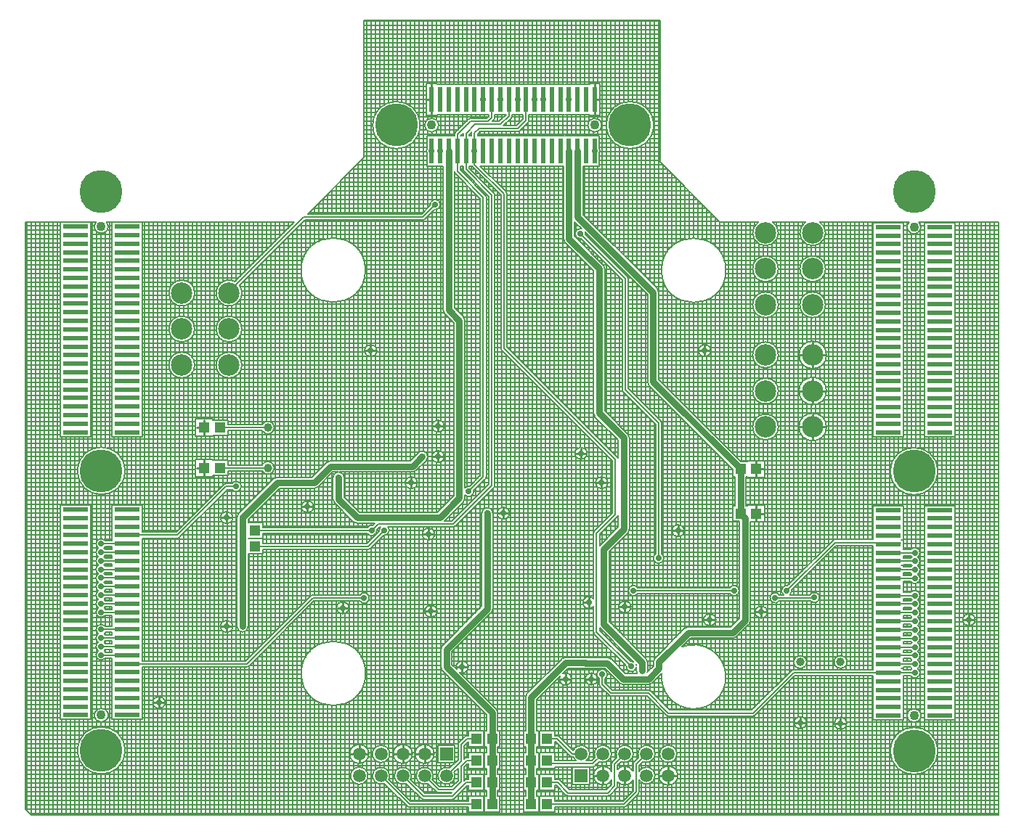
<source format=gbl>
G04 Layer_Physical_Order=2*
G04 Layer_Color=16711680*
%FSLAX44Y44*%
%MOMM*%
G71*
G01*
G75*
%ADD10C,0.2032*%
%ADD11R,1.3000X1.3000*%
%ADD17R,1.3000X1.3000*%
%ADD18C,0.2540*%
%ADD19C,0.2000*%
%ADD20C,0.8000*%
%ADD22C,1.0000*%
%ADD23C,2.5000*%
%ADD24C,1.5000*%
%ADD25R,1.5000X1.5000*%
%ADD26C,1.1000*%
%ADD27C,5.0000*%
%ADD28C,0.7000*%
%ADD29R,3.0000X0.5000*%
%ADD30R,0.5000X3.0000*%
D10*
X1469146Y989292D02*
G03*
X1466758Y995000I-8016J0D01*
G01*
X1469146Y989292D02*
G03*
X1466758Y995000I-8016J0D01*
G01*
X1455502D02*
G03*
X1469146Y989292I5628J-5708D01*
G01*
X1455502Y995000D02*
G03*
X1469146Y989292I5628J-5708D01*
G01*
X1358016Y982500D02*
G03*
X1351320Y995000I-15016J0D01*
G01*
X1334680D02*
G03*
X1358016Y982500I8321J-12500D01*
G01*
Y940500D02*
G03*
X1358016Y940500I-15016J0D01*
G01*
X1303016Y982500D02*
G03*
X1296320Y995000I-15016J0D01*
G01*
X1279680D02*
G03*
X1303016Y982500I8321J-12500D01*
G01*
Y940500D02*
G03*
X1303016Y940500I-15016J0D01*
G01*
X1358016Y898500D02*
G03*
X1358016Y898500I-15016J0D01*
G01*
X1359056Y840000D02*
G03*
X1359056Y840000I-16056J0D01*
G01*
X1303016Y898500D02*
G03*
X1303016Y898500I-15016J0D01*
G01*
X1241766Y938750D02*
G03*
X1241766Y938750I-37516J0D01*
G01*
X1303016Y840000D02*
G03*
X1303016Y840000I-15016J0D01*
G01*
X1488646Y704292D02*
G03*
X1488646Y704292I-27516J0D01*
G01*
X1468016Y609296D02*
G03*
X1457118Y612812I-6016J0D01*
G01*
X1368953Y624720D02*
G03*
X1366467Y623690I0J-3516D01*
G01*
X1359056Y798000D02*
G03*
X1359056Y798000I-16056J0D01*
G01*
Y756000D02*
G03*
X1359056Y756000I-16056J0D01*
G01*
X1303016Y798000D02*
G03*
X1303016Y798000I-15016J0D01*
G01*
Y756000D02*
G03*
X1303016Y756000I-15016J0D01*
G01*
X1368953Y624720D02*
G03*
X1366462Y623684I0J-3516D01*
G01*
X1157546Y1108110D02*
G03*
X1157546Y1108110I-27516J0D01*
G01*
X1094846Y1078110D02*
G03*
X1093846Y1081432I-6016J0D01*
G01*
Y1074789D02*
G03*
X1094846Y1078110I-5016J3322D01*
G01*
X1096846Y1108110D02*
G03*
X1096846Y1108110I-8016J0D01*
G01*
D02*
G03*
X1096846Y1108110I-8016J0D01*
G01*
X1077896Y981500D02*
G03*
X1077677Y983108I-6016J0D01*
G01*
X1077818Y980534D02*
G03*
X1077896Y981500I-5938J966D01*
G01*
X1100516Y940760D02*
G03*
X1098607Y945368I-6516J0D01*
G01*
X1100516Y940760D02*
G03*
X1098607Y945368I-6516J0D01*
G01*
X1011311Y1111338D02*
G03*
X1012346Y1113830I-2481J2492D01*
G01*
X1011316Y1111344D02*
G03*
X1012346Y1113830I-2486J2486D01*
G01*
X991311Y1116338D02*
G03*
X992346Y1118830I-2481J2492D01*
G01*
X991316Y1116344D02*
G03*
X992346Y1118830I-2486J2486D01*
G01*
X999000Y1100484D02*
G03*
X1001492Y1101519I0J3516D01*
G01*
X999000Y1100484D02*
G03*
X1001486Y1101514I0J3516D01*
G01*
X1073488Y987297D02*
G03*
X1072846Y975562I-1608J-5797D01*
G01*
X1052314Y975930D02*
G03*
X1054223Y971322I6516J0D01*
G01*
X1052314Y975930D02*
G03*
X1054223Y971322I6516J0D01*
G01*
X986516Y1028000D02*
G03*
X985480Y1030492I-3516J0D01*
G01*
X986516Y1028000D02*
G03*
X985486Y1030486I-3516J0D01*
G01*
X1163516Y913000D02*
G03*
X1161608Y917607I-6516J0D01*
G01*
X1163516Y913000D02*
G03*
X1161608Y917607I-6516J0D01*
G01*
X1224056Y845000D02*
G03*
X1224056Y845000I-7056J0D01*
G01*
X1150484Y808500D02*
G03*
X1152393Y803893I6516J0D01*
G01*
X1150484Y808500D02*
G03*
X1152393Y803893I6516J0D01*
G01*
X1128016Y928880D02*
G03*
X1126986Y931366I-3516J0D01*
G01*
X1128016Y928880D02*
G03*
X1126981Y931372I-3516J0D01*
G01*
X1120984Y799500D02*
G03*
X1122014Y797014I3516J0D01*
G01*
X1120984Y799500D02*
G03*
X1122020Y797008I3516J0D01*
G01*
X1166836Y760680D02*
G03*
X1165806Y763166I-3516J0D01*
G01*
X1166836Y760680D02*
G03*
X1165800Y763172I-3516J0D01*
G01*
X1193056Y635000D02*
G03*
X1193056Y635000I-7056J0D01*
G01*
X1129196Y743440D02*
G03*
X1127288Y748047I-6516J0D01*
G01*
X1129196Y743440D02*
G03*
X1127288Y748047I-6516J0D01*
G01*
X1116164Y719533D02*
G03*
X1115480Y720492I-3164J-1533D01*
G01*
X1116164Y719533D02*
G03*
X1115486Y720486I-3164J-1533D01*
G01*
Y651514D02*
G03*
X1116164Y652467I-2486J2486D01*
G01*
X1127288Y632072D02*
G03*
X1129196Y636680I-4608J4608D01*
G01*
X1127288Y632072D02*
G03*
X1129196Y636680I-4608J4608D01*
G01*
X1087484Y772120D02*
G03*
X1089392Y767513I6516J0D01*
G01*
X1087484Y772120D02*
G03*
X1089392Y767513I6516J0D01*
G01*
X979484Y848000D02*
G03*
X980514Y845514I3516J0D01*
G01*
X979484Y848000D02*
G03*
X980519Y845508I3516J0D01*
G01*
X1115480Y651508D02*
G03*
X1116164Y652467I-2481J2492D01*
G01*
X1079896Y725250D02*
G03*
X1079896Y725250I-7056J0D01*
G01*
X1104056Y690880D02*
G03*
X1104056Y690880I-7056J0D01*
G01*
X1088520Y634492D02*
G03*
X1087484Y632000I2481J-2492D01*
G01*
X1088514Y634486D02*
G03*
X1087484Y632000I2486J-2486D01*
G01*
X1465345Y604296D02*
G03*
X1468016Y609296I-3345J5000D01*
G01*
Y599296D02*
G03*
X1465345Y604296I-6016J0D01*
G01*
Y594296D02*
G03*
X1468016Y599296I-3345J5000D01*
G01*
Y589296D02*
G03*
X1465345Y594296I-6016J0D01*
G01*
Y584296D02*
G03*
X1468016Y589296I-3345J5000D01*
G01*
X1457118Y575779D02*
G03*
X1468016Y579296I4882J3516D01*
G01*
Y559296D02*
G03*
X1457118Y562812I-6016J0D01*
G01*
X1468016Y549296D02*
G03*
X1465345Y554296I-6016J0D01*
G01*
X1458654Y604296D02*
G03*
X1457118Y602812I3345J-5000D01*
G01*
Y605779D02*
G03*
X1458654Y604296I4882J3516D01*
G01*
X1457118Y595779D02*
G03*
X1458654Y594296I4882J3516D01*
G01*
D02*
G03*
X1457118Y592812I3345J-5000D01*
G01*
Y585779D02*
G03*
X1458654Y584296I4882J3516D01*
G01*
X1468016Y579296D02*
G03*
X1465345Y584296I-6016J0D01*
G01*
X1458654D02*
G03*
X1457118Y582812I3345J-5000D01*
G01*
X1465345Y554296D02*
G03*
X1468016Y559296I-3345J5000D01*
G01*
X1457118Y555780D02*
G03*
X1458654Y554296I4882J3516D01*
G01*
D02*
G03*
X1457118Y552812I3345J-5000D01*
G01*
X1532306Y531000D02*
G03*
X1532306Y531000I-7056J0D01*
G01*
X1465345Y544296D02*
G03*
X1468016Y549296I-3345J5000D01*
G01*
Y539296D02*
G03*
X1465345Y544296I-6016J0D01*
G01*
X1465334Y534288D02*
G03*
X1468016Y539296I-3334J5008D01*
G01*
X1458667Y534288D02*
G03*
X1457130Y532812I3334J-5008D01*
G01*
X1458654Y544296D02*
G03*
X1457118Y542812I3345J-5000D01*
G01*
Y545780D02*
G03*
X1458654Y544296I4882J3516D01*
G01*
X1457118Y535780D02*
G03*
X1458667Y534288I4882J3516D01*
G01*
X1468016Y529280D02*
G03*
X1465334Y534288I-6016J0D01*
G01*
X1465369Y524296D02*
G03*
X1468016Y529280I-3369J4984D01*
G01*
Y519312D02*
G03*
X1465369Y524296I-6016J0D01*
G01*
X1465334Y514304D02*
G03*
X1468016Y519312I-3334J5008D01*
G01*
Y509296D02*
G03*
X1465334Y514304I-6016J0D01*
G01*
X1457130Y515780D02*
G03*
X1458667Y514304I4870J3532D01*
G01*
X1457107Y525780D02*
G03*
X1458631Y524296I4893J3500D01*
G01*
D02*
G03*
X1457107Y522812I3369J-4984D01*
G01*
X1340309Y553234D02*
G03*
X1351016Y557000I4691J3766D01*
G01*
D02*
G03*
X1339948Y560266I-6016J0D01*
G01*
X1318766Y565000D02*
G03*
X1318688Y565966I-6016J0D01*
G01*
X1316462Y560266D02*
G03*
X1318766Y565000I-3712J4734D01*
G01*
X1313716Y570938D02*
G03*
X1309038Y560266I-966J-5938D01*
G01*
X1257266Y565000D02*
G03*
X1246368Y568516I-6016J0D01*
G01*
Y561484D02*
G03*
X1257266Y565000I4882J3516D01*
G01*
X1304132Y560266D02*
G03*
X1304132Y553234I-4882J-3516D01*
G01*
X1290056Y540000D02*
G03*
X1290056Y540000I-7056J0D01*
G01*
X1268607Y525643D02*
G03*
X1270516Y530250I-4608J4608D01*
G01*
X1268607Y525643D02*
G03*
X1270516Y530250I-4608J4608D01*
G01*
X1465334Y504288D02*
G03*
X1468016Y509296I-3334J5008D01*
G01*
Y499280D02*
G03*
X1465334Y504288I-6016J0D01*
G01*
X1465345Y494280D02*
G03*
X1468016Y499280I-3345J5000D01*
G01*
Y489280D02*
G03*
X1465345Y494280I-6016J0D01*
G01*
Y484280D02*
G03*
X1468016Y489280I-3345J5000D01*
G01*
Y479280D02*
G03*
X1465345Y484280I-6016J0D01*
G01*
X1457107Y475780D02*
G03*
X1458677Y474265I4893J3500D01*
G01*
X1465323D02*
G03*
X1468016Y479280I-3323J5015D01*
G01*
X1458677Y474265D02*
G03*
X1457152Y472812I3323J-5015D01*
G01*
X1468016Y469250D02*
G03*
X1465323Y474265I-6016J0D01*
G01*
X1457118Y505780D02*
G03*
X1458667Y504288I4882J3516D01*
G01*
Y514304D02*
G03*
X1457118Y512812I3334J-5008D01*
G01*
X1458667Y504288D02*
G03*
X1457130Y502812I3334J-5008D01*
G01*
X1457107Y495780D02*
G03*
X1458654Y494280I4893J3500D01*
G01*
D02*
G03*
X1457130Y492812I3345J-5000D01*
G01*
X1457107Y485780D02*
G03*
X1458654Y484280I4893J3500D01*
G01*
D02*
G03*
X1457130Y482812I3345J-5000D01*
G01*
X1457086Y465780D02*
G03*
X1468016Y469250I4914J3470D01*
G01*
X1469146Y419292D02*
G03*
X1469146Y419292I-8016J0D01*
G01*
D02*
G03*
X1469146Y419292I-8016J0D01*
G01*
X1383016Y481750D02*
G03*
X1383016Y481750I-7516J0D01*
G01*
X1336016D02*
G03*
X1336016Y481750I-7516J0D01*
G01*
X1249770Y509504D02*
G03*
X1254378Y511413I0J6516D01*
G01*
X1249770Y509504D02*
G03*
X1254378Y511413I0J6516D01*
G01*
X1320750Y473016D02*
G03*
X1318264Y471986I0J-3516D01*
G01*
X1320750Y473016D02*
G03*
X1318258Y471981I0J-3516D01*
G01*
X1241766Y464570D02*
G03*
X1190402Y499436I-37516J0D01*
G01*
X1166937Y468473D02*
G03*
X1241766Y464570I37313J-3902D01*
G01*
X1273500Y418734D02*
G03*
X1275992Y419770I0J3516D01*
G01*
X1273500Y418734D02*
G03*
X1275986Y419764I0J3516D01*
G01*
X1488646Y378092D02*
G03*
X1488646Y378092I-27516J0D01*
G01*
X1382556Y410250D02*
G03*
X1382556Y410250I-7056J0D01*
G01*
X1335556Y411000D02*
G03*
X1335556Y411000I-7056J0D01*
G01*
X1230056Y531000D02*
G03*
X1230056Y531000I-7056J0D01*
G01*
X1197770Y522536D02*
G03*
X1193163Y520628I0J-6516D01*
G01*
X1197770Y522536D02*
G03*
X1193163Y520628I0J-6516D01*
G01*
X1169336Y603000D02*
G03*
X1166836Y607882I-6016J0D01*
G01*
X1159804D02*
G03*
X1169336Y603000I3516J-4882D01*
G01*
X1138882Y568516D02*
G03*
X1138882Y561484I-4882J-3516D01*
G01*
X1159143Y486608D02*
G03*
X1157234Y482000I4608J-4608D01*
G01*
X1159143Y486608D02*
G03*
X1157234Y482000I4608J-4608D01*
G01*
X1151250Y455484D02*
G03*
X1155857Y457393I0J6516D01*
G01*
X1153742Y447980D02*
G03*
X1151250Y449016I-2492J-2481D01*
G01*
Y455484D02*
G03*
X1155857Y457393I0J6516D01*
G01*
X1153736Y447986D02*
G03*
X1151250Y449016I-2486J-2486D01*
G01*
X1150516Y481250D02*
G03*
X1148607Y485858I-6516J0D01*
G01*
X1150516Y481250D02*
G03*
X1148607Y485858I-6516J0D01*
G01*
X1150341Y470306D02*
G03*
X1150516Y471806I-6341J1500D01*
G01*
X1137484D02*
G03*
X1138376Y468516I6516J0D01*
G01*
X1137484Y477908D02*
G03*
X1137188Y478847I-5866J-1336D01*
G01*
X1133893Y482142D02*
G03*
X1130490Y482482I-2275J-5569D01*
G01*
X1125656Y477372D02*
G03*
X1137484Y475237I5963J-799D01*
G01*
X1117643Y457393D02*
G03*
X1122250Y455484I4608J4608D01*
G01*
X1117643Y457393D02*
G03*
X1122250Y455484I4608J4608D01*
G01*
X1131056Y546000D02*
G03*
X1131056Y546000I-7056J0D01*
G01*
X1108373Y485092D02*
G03*
X1103766Y487000I-4608J-4608D01*
G01*
X1108373Y485092D02*
G03*
X1103766Y487000I-4608J-4608D01*
G01*
X1087484Y555529D02*
G03*
X1087484Y546551I-5444J-4489D01*
G01*
Y517000D02*
G03*
X1088520Y514508I3516J0D01*
G01*
X1087484Y517000D02*
G03*
X1088514Y514514I3516J0D01*
G01*
X1079538Y487000D02*
G03*
X1077750Y487250I-1788J-6266D01*
G01*
X1076212Y474218D02*
G03*
X1078000Y473968I1788J6266D01*
G01*
X1054984Y487250D02*
G03*
X1051038Y485919I0J-6516D01*
G01*
X1054984Y487250D02*
G03*
X1051038Y485919I0J-6516D01*
G01*
D02*
G03*
X1049642Y484857I3212J-5669D01*
G01*
X1101016Y462478D02*
G03*
X1103516Y467360I-3516J4882D01*
G01*
D02*
G03*
X1093984Y462478I-6016J0D01*
G01*
X1092086Y462000D02*
G03*
X1092086Y462000I-7056J0D01*
G01*
X1105514Y443014D02*
G03*
X1108000Y441984I2486J2486D01*
G01*
X1105508Y443019D02*
G03*
X1108000Y441984I2492J2481D01*
G01*
X1093984Y456000D02*
G03*
X1095014Y453514I3516J0D01*
G01*
X1093984Y456000D02*
G03*
X1095020Y453508I3516J0D01*
G01*
X1061806Y462000D02*
G03*
X1051454Y468239I-7056J0D01*
G01*
X1048511Y465296D02*
G03*
X1061806Y462000I6239J-3296D01*
G01*
X1010143Y445358D02*
G03*
X1008234Y440750I4608J-4608D01*
G01*
X1010143Y445358D02*
G03*
X1008234Y440750I4608J-4608D01*
G01*
X1172014Y419764D02*
G03*
X1174500Y418734I2486J2486D01*
G01*
X1172008Y419770D02*
G03*
X1174500Y418734I2492J2481D01*
G01*
X1184656Y374620D02*
G03*
X1184656Y374620I-10016J0D01*
G01*
X1159256D02*
G03*
X1140122Y370475I-10016J0D01*
G01*
X1145095Y365502D02*
G03*
X1159256Y374620I4146J9118D01*
G01*
X1133856D02*
G03*
X1114722Y370475I-10016J0D01*
G01*
X1119695Y365502D02*
G03*
X1133856Y374620I4146J9118D01*
G01*
X1134520Y364872D02*
G03*
X1133484Y362380I2481J-2492D01*
G01*
X1134514Y364866D02*
G03*
X1133484Y362380I2486J-2486D01*
G01*
X1159256Y349220D02*
G03*
X1140516Y354141I-10016J0D01*
G01*
X1108456Y374620D02*
G03*
X1089322Y370475I-10016J0D01*
G01*
X1094295Y365502D02*
G03*
X1108456Y374620I4146J9118D01*
G01*
X1078926Y366516D02*
G03*
X1083056Y374620I-5886J8104D01*
G01*
X1109520Y365272D02*
G03*
X1108484Y362780I2481J-2492D01*
G01*
X1109514Y365266D02*
G03*
X1108484Y362780I2486J-2486D01*
G01*
X1133484Y354626D02*
G03*
X1115516Y356496I-9644J-5406D01*
G01*
X1086820Y359484D02*
G03*
X1089312Y360519I0J3516D01*
G01*
X1086820Y359484D02*
G03*
X1089306Y360514I0J3516D01*
G01*
X1185696Y349220D02*
G03*
X1185696Y349220I-11056J0D01*
G01*
X1140516Y344299D02*
G03*
X1159256Y349220I8724J4921D01*
G01*
X1115516Y341944D02*
G03*
X1133484Y343814I8324J7276D01*
G01*
X1139486Y327514D02*
G03*
X1140516Y330000I-2486J2486D01*
G01*
X1139481Y327508D02*
G03*
X1140516Y330000I-2481J2492D01*
G01*
X1123120Y312604D02*
G03*
X1125612Y313640I0J3516D01*
G01*
X1123120Y312604D02*
G03*
X1125606Y313634I0J3516D01*
G01*
X1114481Y334508D02*
G03*
X1115516Y337000I-2481J2492D01*
G01*
X1114486Y334514D02*
G03*
X1115516Y337000I-2486J2486D01*
G01*
X1108484Y353841D02*
G03*
X1108484Y344599I-10044J-4621D01*
G01*
X1104000Y325484D02*
G03*
X1106492Y326520I0J3516D01*
G01*
X1104000Y325484D02*
G03*
X1106486Y326514I0J3516D01*
G01*
X1047548Y394800D02*
G03*
X1045056Y395836I-2492J-2481D01*
G01*
X1047542Y394806D02*
G03*
X1045056Y395836I-2486J-2486D01*
G01*
X1083056Y374620D02*
G03*
X1063819Y378530I-10016J0D01*
G01*
X1060270Y372134D02*
G03*
X1062756Y371104I2486J2486D01*
G01*
X1060264Y372140D02*
G03*
X1062756Y371104I2492J2481D01*
G01*
X1063661D02*
G03*
X1067154Y366516I9379J3516D01*
G01*
X1047972Y344001D02*
G03*
X1045480Y345036I-2492J-2481D01*
G01*
X1047966Y344006D02*
G03*
X1045480Y345036I-2486J-2486D01*
G01*
X1055508Y326520D02*
G03*
X1058000Y325484I2492J2481D01*
G01*
X1055514Y326514D02*
G03*
X1058000Y325484I2486J2486D01*
G01*
X971316Y1114343D02*
G03*
X972346Y1116830I-2486J2486D01*
G01*
X971310Y1114338D02*
G03*
X972346Y1116830I-2481J2492D01*
G01*
X945466Y1099854D02*
G03*
X945314Y1098830I3363J-1024D01*
G01*
X945466Y1099854D02*
G03*
X945314Y1098830I3363J-1024D01*
G01*
X944220Y1116016D02*
G03*
X941734Y1114986I0J-3516D01*
G01*
X944220Y1116016D02*
G03*
X941728Y1114980I0J-3516D01*
G01*
X945687Y1060594D02*
G03*
X946344Y1059684I3143J1576D01*
G01*
X945687Y1060594D02*
G03*
X946349Y1059678I3143J1576D01*
G01*
X972516Y1026480D02*
G03*
X971480Y1028972I-3516J0D01*
G01*
X972516Y1026480D02*
G03*
X971486Y1028966I-3516J0D01*
G01*
X935314Y1056650D02*
G03*
X936344Y1054164I3516J0D01*
G01*
X935314Y1056650D02*
G03*
X936349Y1054158I3516J0D01*
G01*
X962516Y1024000D02*
G03*
X961486Y1026486I-3516J0D01*
G01*
X962516Y1024000D02*
G03*
X961480Y1026492I-3516J0D01*
G01*
X926349Y1099602D02*
G03*
X925314Y1097110I2481J-2492D01*
G01*
X926344Y1099596D02*
G03*
X925314Y1097110I2486J-2486D01*
G01*
X906846Y1108110D02*
G03*
X906846Y1108110I-8016J0D01*
G01*
D02*
G03*
X906846Y1108110I-8016J0D01*
G01*
X925346Y1053697D02*
G03*
X926344Y1051684I3484J473D01*
G01*
X925346Y1053697D02*
G03*
X926349Y1051678I3484J473D01*
G01*
X893814Y1081432D02*
G03*
X893814Y1074789I5016J-3322D01*
G01*
X885146Y1108110D02*
G03*
X885146Y1108110I-27516J0D01*
G01*
X902034Y1009562D02*
G03*
X909016Y1015500I966J5938D01*
G01*
D02*
G03*
X897062Y1014534I-6016J0D01*
G01*
X888500Y997484D02*
G03*
X890986Y998514I0J3516D01*
G01*
X888500Y997484D02*
G03*
X890992Y998520I0J3516D01*
G01*
X971486Y685514D02*
G03*
X972516Y688000I-2486J2486D01*
G01*
X971480Y685508D02*
G03*
X972516Y688000I-2481J2492D01*
G01*
X961486Y695234D02*
G03*
X962516Y697720I-2486J2486D01*
G01*
X961480Y695228D02*
G03*
X962516Y697720I-2481J2492D01*
G01*
X942966Y686658D02*
G03*
X937516Y684731I-966J-5938D01*
G01*
X948016Y680720D02*
G03*
X947938Y681686I-6016J0D01*
G01*
X937516Y880080D02*
G03*
X935608Y884688I-6516J0D01*
G01*
X937516Y880080D02*
G03*
X935608Y884688I-6516J0D01*
G01*
X912314Y892250D02*
G03*
X914222Y887643I6516J0D01*
G01*
X912314Y892250D02*
G03*
X914222Y887643I6516J0D01*
G01*
X937516Y676709D02*
G03*
X948016Y680720I4484J4011D01*
G01*
X935608Y668312D02*
G03*
X937516Y672920I-4608J4608D01*
G01*
X935608Y668312D02*
G03*
X937516Y672920I-4608J4608D01*
G01*
X913306Y757000D02*
G03*
X913306Y757000I-7056J0D01*
G01*
Y721360D02*
G03*
X913306Y721360I-7056J0D01*
G01*
X892357Y716752D02*
G03*
X894266Y721360I-4608J4608D01*
G01*
D02*
G03*
X883142Y725967I-6516J0D01*
G01*
X876390Y703484D02*
G03*
X880997Y705393I0J6516D01*
G01*
X876390Y703484D02*
G03*
X880997Y705393I0J6516D01*
G01*
X882056Y690880D02*
G03*
X882056Y690880I-7056J0D01*
G01*
X821516Y939070D02*
G03*
X821516Y939070I-37516J0D01*
G01*
X669377Y925599D02*
G03*
X677516Y912250I-6877J-13349D01*
G01*
D02*
G03*
X674711Y920989I-15016J0D01*
G01*
X677516Y870250D02*
G03*
X677516Y870250I-15016J0D01*
G01*
X521646Y989794D02*
G03*
X519725Y995000I-8016J0D01*
G01*
X521646Y989794D02*
G03*
X519725Y995000I-8016J0D01*
G01*
X507535D02*
G03*
X521646Y989794I6095J-5206D01*
G01*
X507535Y995000D02*
G03*
X521646Y989794I6095J-5206D01*
G01*
X622516Y912250D02*
G03*
X622516Y912250I-15016J0D01*
G01*
Y870250D02*
G03*
X622516Y870250I-15016J0D01*
G01*
X834806Y845000D02*
G03*
X834806Y845000I-7056J0D01*
G01*
X715266Y755250D02*
G03*
X701107Y758766I-7516J0D01*
G01*
X677516Y828250D02*
G03*
X677516Y828250I-15016J0D01*
G01*
X781000Y716516D02*
G03*
X776393Y714607I0J-6516D01*
G01*
X701107Y751734D02*
G03*
X715266Y755250I6643J3516D01*
G01*
X781000Y716516D02*
G03*
X776393Y714607I0J-6516D01*
G01*
X715266Y708250D02*
G03*
X701107Y711766I-7516J0D01*
G01*
X796766Y697000D02*
G03*
X790895Y703484I-6516J0D01*
G01*
X789605D02*
G03*
X783734Y697000I645J-6484D01*
G01*
X701107Y704734D02*
G03*
X715266Y708250I6643J3516D01*
G01*
X718890Y697396D02*
G03*
X714283Y695488I0J-6516D01*
G01*
X718890Y697396D02*
G03*
X714283Y695488I0J-6516D01*
G01*
X761880Y684364D02*
G03*
X766488Y686273I0J6516D01*
G01*
X761880Y684364D02*
G03*
X766488Y686273I0J6516D01*
G01*
X783734Y671750D02*
G03*
X785642Y667142I6516J0D01*
G01*
X783734Y671750D02*
G03*
X785642Y667142I6516J0D01*
G01*
X676766Y686500D02*
G03*
X665868Y690016I-6016J0D01*
G01*
X659250D02*
G03*
X656764Y688986I0J-3516D01*
G01*
X665868Y682984D02*
G03*
X676766Y686500I4882J3516D01*
G01*
X659250Y690016D02*
G03*
X656758Y688980I0J-3516D01*
G01*
X622516Y828250D02*
G03*
X622516Y828250I-15016J0D01*
G01*
X541146Y704794D02*
G03*
X541146Y704794I-27516J0D01*
G01*
X989306Y655320D02*
G03*
X989306Y655320I-7056J0D01*
G01*
X970226Y655360D02*
G03*
X957194Y655360I-6516J0D01*
G01*
X968318Y539463D02*
G03*
X970226Y544070I-4608J4608D01*
G01*
X968318Y539463D02*
G03*
X970226Y544070I-4608J4608D01*
G01*
X924000Y639484D02*
G03*
X926492Y640519I0J3516D01*
G01*
X924000Y639484D02*
G03*
X926486Y640514I0J3516D01*
G01*
X902056Y631000D02*
G03*
X902056Y631000I-7056J0D01*
G01*
X931595Y469530D02*
G03*
X941466Y476000I2815J6470D01*
G01*
D02*
G03*
X927940Y473185I-7056J0D01*
G01*
X911302Y500877D02*
G03*
X909394Y496270I4608J-4608D01*
G01*
X905056Y541000D02*
G03*
X905056Y541000I-7056J0D01*
G01*
X911302Y500877D02*
G03*
X909394Y496270I4608J-4608D01*
G01*
Y476000D02*
G03*
X911302Y471393I6516J0D01*
G01*
X909394Y476000D02*
G03*
X911302Y471393I6516J0D01*
G01*
X849456Y635440D02*
G03*
X847894Y639484I-6016J0D01*
G01*
X842474Y629502D02*
G03*
X849456Y635440I966J5938D01*
G01*
X838986Y639484D02*
G03*
X837502Y634474I4454J-4044D01*
G01*
X834766Y635250D02*
G03*
X834688Y636216I-6016J0D01*
G01*
X823868Y631734D02*
G03*
X834766Y635250I4882J3516D01*
G01*
X829716Y641188D02*
G03*
X823868Y638766I-966J-5938D01*
G01*
X824750Y613234D02*
G03*
X827242Y614269I0J3516D01*
G01*
X807152Y645632D02*
G03*
X811760Y643724I4608J4608D01*
G01*
X807152Y645632D02*
G03*
X811760Y643724I4608J4608D01*
G01*
X824750Y613234D02*
G03*
X827236Y614264I0J3516D01*
G01*
X826016Y556500D02*
G03*
X815118Y560016I-6016J0D01*
G01*
Y552984D02*
G03*
X826016Y556500I4882J3516D01*
G01*
X821766Y468500D02*
G03*
X821766Y468500I-37516J0D01*
G01*
X802056Y545000D02*
G03*
X802056Y545000I-7056J0D01*
G01*
X975766Y422660D02*
G03*
X973857Y427267I-6516J0D01*
G01*
X975766Y422660D02*
G03*
X973857Y427267I-6516J0D01*
G01*
X940240Y395836D02*
G03*
X937754Y394806I0J-3516D01*
G01*
X940240Y395836D02*
G03*
X937748Y394800I0J-3516D01*
G01*
X930519Y387572D02*
G03*
X929484Y385080I2481J-2492D01*
G01*
X930514Y387566D02*
G03*
X929484Y385080I2486J-2486D01*
G01*
X939640Y370436D02*
G03*
X937154Y369406I0J-3516D01*
G01*
X939640Y370436D02*
G03*
X937148Y369400I0J-3516D01*
G01*
X939520Y345036D02*
G03*
X937028Y344001I0J-3516D01*
G01*
X939520Y345036D02*
G03*
X937034Y344006I0J-3516D01*
G01*
X925926Y349080D02*
G03*
X925028Y353226I-10016J0D01*
G01*
X920055Y358198D02*
G03*
X925926Y349080I-4146J-9118D01*
G01*
X923000Y321484D02*
G03*
X925492Y322519I0J3516D01*
G01*
X923000Y321484D02*
G03*
X925486Y322514I0J3516D01*
G01*
X901566Y374480D02*
G03*
X901566Y374480I-11056J0D01*
G01*
X876166D02*
G03*
X876166Y374480I-11056J0D01*
G01*
X849726D02*
G03*
X849726Y374480I-10016J0D01*
G01*
X825366D02*
G03*
X825366Y374480I-11056J0D01*
G01*
X899628Y344935D02*
G03*
X900526Y349080I-9118J4146D01*
G01*
X904104Y330514D02*
G03*
X906590Y329484I2486J2486D01*
G01*
X904098Y330519D02*
G03*
X906590Y329484I2492J2481D01*
G01*
X900526Y349080D02*
G03*
X894656Y339962I-10016J0D01*
G01*
X886704Y322514D02*
G03*
X889190Y321484I2486J2486D01*
G01*
X886698Y322519D02*
G03*
X889190Y321484I2492J2481D01*
G01*
X874228Y344935D02*
G03*
X875126Y349080I-9118J4146D01*
G01*
D02*
G03*
X869256Y339962I-10016J0D01*
G01*
X849726Y349080D02*
G03*
X843856Y339962I-10016J0D01*
G01*
X848828Y344935D02*
G03*
X849726Y349080I-9118J4146D01*
G01*
X824326D02*
G03*
X824326Y349080I-10016J0D01*
G01*
X870184Y313634D02*
G03*
X872670Y312604I2486J2486D01*
G01*
X870178Y313640D02*
G03*
X872670Y312604I2492J2481D01*
G01*
X761056Y663000D02*
G03*
X761056Y663000I-7056J0D01*
G01*
X666806Y650240D02*
G03*
X666806Y650240I-7056J0D01*
G01*
X673643Y654847D02*
G03*
X671734Y650240I4608J-4608D01*
G01*
X673643Y654847D02*
G03*
X671734Y650240I4608J-4608D01*
G01*
X602547Y626281D02*
G03*
X605039Y627317I0J3516D01*
G01*
X602547Y626281D02*
G03*
X605034Y627311I0J3516D01*
G01*
X760250Y560016D02*
G03*
X757764Y558986I0J-3516D01*
G01*
X760250Y560016D02*
G03*
X757758Y558980I0J-3516D01*
G01*
X516846Y614798D02*
G03*
X518382Y616282I-3345J5000D01*
G01*
Y613313D02*
G03*
X516846Y614798I-4882J-3516D01*
G01*
X518382Y623313D02*
G03*
X510154Y614798I-4882J-3516D01*
G01*
X516846Y604798D02*
G03*
X518382Y606282I-3345J5000D01*
G01*
X516846Y594798D02*
G03*
X518382Y596282I-3345J5000D01*
G01*
Y603313D02*
G03*
X516846Y604798I-4882J-3516D01*
G01*
X518382Y593313D02*
G03*
X516846Y594798I-4882J-3516D01*
G01*
X510154Y614798D02*
G03*
X510154Y604798I3345J-5000D01*
G01*
D02*
G03*
X510154Y594798I3345J-5000D01*
G01*
X518382Y583313D02*
G03*
X516846Y584798I-4882J-3516D01*
G01*
D02*
G03*
X518382Y586282I-3345J5000D01*
G01*
X510154Y594798D02*
G03*
X510154Y584798I3345J-5000D01*
G01*
X516846Y574798D02*
G03*
X518382Y576282I-3345J5000D01*
G01*
Y573314D02*
G03*
X516846Y574798I-4882J-3516D01*
G01*
X510154Y584798D02*
G03*
X510154Y574798I3345J-5000D01*
G01*
D02*
G03*
X510154Y564798I3345J-5000D01*
G01*
X518382Y563314D02*
G03*
X516846Y564798I-4882J-3516D01*
G01*
D02*
G03*
X518382Y566282I-3345J5000D01*
G01*
X516846Y554798D02*
G03*
X518382Y556282I-3345J5000D01*
G01*
Y553314D02*
G03*
X516846Y554798I-4882J-3516D01*
G01*
X510154Y564798D02*
G03*
X510154Y554798I3345J-5000D01*
G01*
D02*
G03*
X510154Y544798I3345J-5000D01*
G01*
X671734Y523240D02*
G03*
X684766Y523240I6516J0D01*
G01*
X683250Y475984D02*
G03*
X685742Y477020I0J3516D01*
G01*
X683250Y475984D02*
G03*
X685736Y477014I0J3516D01*
G01*
X666806Y523240D02*
G03*
X666806Y523240I-7056J0D01*
G01*
X587806Y434500D02*
G03*
X587806Y434500I-7056J0D01*
G01*
X518382Y543314D02*
G03*
X516846Y544798I-4882J-3516D01*
G01*
D02*
G03*
X518382Y546282I-3345J5000D01*
G01*
X510154Y544798D02*
G03*
X518382Y536282I3345J-5000D01*
G01*
Y523314D02*
G03*
X510154Y514798I-4882J-3516D01*
G01*
X516846Y504798D02*
G03*
X518382Y506282I-3345J5000D01*
G01*
Y513314D02*
G03*
X516846Y514798I-4882J-3516D01*
G01*
D02*
G03*
X518382Y516282I-3345J5000D01*
G01*
Y503314D02*
G03*
X516846Y504798I-4882J-3516D01*
G01*
X510154Y514798D02*
G03*
X510154Y504798I3345J-5000D01*
G01*
X518382Y493314D02*
G03*
X516846Y494798I-4882J-3516D01*
G01*
D02*
G03*
X518382Y496282I-3345J5000D01*
G01*
X510154Y504798D02*
G03*
X510154Y494798I3345J-5000D01*
G01*
D02*
G03*
X518382Y486282I3345J-5000D01*
G01*
X521646Y419794D02*
G03*
X521646Y419794I-8016J0D01*
G01*
D02*
G03*
X521646Y419794I-8016J0D01*
G01*
X541146Y378594D02*
G03*
X541146Y378594I-27516J0D01*
G01*
X1508646Y985520D02*
X1560000D01*
X1508646Y990600D02*
X1560000D01*
X1508646Y980440D02*
X1560000D01*
X1473614Y984303D02*
Y994303D01*
X1508646Y984303D02*
Y994303D01*
Y970280D02*
X1560000D01*
X1508646Y975360D02*
X1560000D01*
X1508646Y965200D02*
X1560000D01*
X1508646Y974303D02*
Y984271D01*
Y964303D02*
Y974271D01*
X1473614Y994303D02*
X1508646D01*
X1466758Y995000D02*
X1560000D01*
X1469039Y990600D02*
X1473614D01*
X1468203Y985520D02*
X1473614D01*
X1448646Y980440D02*
X1473614D01*
Y964303D02*
Y974271D01*
X1448646Y970280D02*
X1473614D01*
X1448646Y965200D02*
X1473614D01*
Y974303D02*
Y984271D01*
X1448646Y975360D02*
X1473614D01*
X1508646Y955040D02*
X1560000D01*
X1508646Y960120D02*
X1560000D01*
X1508646Y944880D02*
X1560000D01*
X1508646Y954303D02*
Y964271D01*
Y949960D02*
X1560000D01*
X1508646Y934720D02*
X1560000D01*
X1508646Y939800D02*
X1560000D01*
X1508646Y914400D02*
X1560000D01*
X1508646Y944303D02*
Y954271D01*
Y934303D02*
Y944271D01*
Y929640D02*
X1560000D01*
X1473614Y954303D02*
Y964271D01*
X1508646Y924560D02*
X1560000D01*
X1448646Y960120D02*
X1473614D01*
X1448646Y955040D02*
X1473614D01*
X1508646Y919480D02*
X1560000D01*
X1508646Y924303D02*
Y934271D01*
Y909320D02*
X1560000D01*
X1508646Y914303D02*
Y924271D01*
Y904303D02*
Y914271D01*
X1468120Y993216D02*
Y995000D01*
X1448646Y990600D02*
X1453221D01*
X1448646Y985520D02*
X1454057D01*
X1473614Y944303D02*
Y954271D01*
X1448646Y984303D02*
Y994303D01*
Y974303D02*
Y984271D01*
X1413614Y994303D02*
X1448646D01*
X1413614Y984303D02*
Y994303D01*
X1448646Y964303D02*
Y974271D01*
X1413614Y974303D02*
Y984271D01*
Y964303D02*
Y974271D01*
X1448646Y944303D02*
Y954271D01*
Y954303D02*
Y964271D01*
Y949960D02*
X1473614D01*
X1413614Y954303D02*
Y964271D01*
Y944303D02*
Y954271D01*
X1448646Y939800D02*
X1473614D01*
X1448646Y944880D02*
X1473614D01*
X1448646Y934720D02*
X1473614D01*
X1448646Y934303D02*
Y944271D01*
X1473614Y934303D02*
Y944271D01*
Y924303D02*
Y934271D01*
X1448646Y929640D02*
X1473614D01*
Y904303D02*
Y914271D01*
X1448646Y924303D02*
Y934271D01*
X1473614Y914303D02*
Y924271D01*
X1448646Y919480D02*
X1473614D01*
X1448646Y924560D02*
X1473614D01*
X1448646Y914400D02*
X1473614D01*
X1413614Y934303D02*
Y944271D01*
Y924303D02*
Y934271D01*
X1448646Y904303D02*
Y914271D01*
Y914303D02*
Y924271D01*
Y909320D02*
X1473614D01*
X1413614Y914303D02*
Y924271D01*
Y904303D02*
Y914271D01*
X1508646Y899160D02*
X1560000D01*
X1508646Y904240D02*
X1560000D01*
X1508646Y889000D02*
X1560000D01*
X1508646Y894303D02*
Y904271D01*
Y894080D02*
X1560000D01*
X1508646Y883920D02*
X1560000D01*
X1508646Y884303D02*
Y894271D01*
Y878840D02*
X1560000D01*
X1508646Y874303D02*
Y884271D01*
Y864303D02*
Y874271D01*
X1473614Y894303D02*
Y904271D01*
X1448646Y894080D02*
X1473614D01*
X1448646Y889000D02*
X1473614D01*
X1448646Y904240D02*
X1473614D01*
X1448646Y899160D02*
X1473614D01*
Y874303D02*
Y884271D01*
X1448646Y878840D02*
X1473614D01*
Y864303D02*
Y874271D01*
Y884303D02*
Y894271D01*
X1448646Y883920D02*
X1473614D01*
X1508646Y863600D02*
X1560000D01*
X1508646Y868680D02*
X1560000D01*
X1508646Y858520D02*
X1560000D01*
X1508646Y854303D02*
Y864271D01*
Y853440D02*
X1560000D01*
X1508646Y838200D02*
X1560000D01*
X1508646Y848360D02*
X1560000D01*
X1508646Y833120D02*
X1560000D01*
X1508646Y844303D02*
Y854271D01*
Y824303D02*
Y834271D01*
Y873760D02*
X1560000D01*
X1448646D02*
X1473614D01*
X1448646Y868680D02*
X1473614D01*
X1448646Y863600D02*
X1473614D01*
X1448646Y858520D02*
X1473614D01*
X1508646Y843280D02*
X1560000D01*
X1508646Y834303D02*
Y844271D01*
Y828040D02*
X1560000D01*
X1473614Y854303D02*
Y864271D01*
X1448646Y838200D02*
X1473614D01*
X1448646Y884303D02*
Y894271D01*
Y894303D02*
Y904271D01*
Y874303D02*
Y884271D01*
X1413614Y894303D02*
Y904271D01*
Y874303D02*
Y884271D01*
X1473200Y729019D02*
Y995000D01*
X1468120Y730905D02*
Y985368D01*
X1463040Y731742D02*
Y981507D01*
X1452880Y730542D02*
Y995000D01*
X1457960Y731625D02*
Y981929D01*
X1412240Y624720D02*
Y995000D01*
X1407160Y624720D02*
Y995000D01*
X1413614Y884303D02*
Y894271D01*
X1397000Y624720D02*
Y995000D01*
X1402080Y624720D02*
Y995000D01*
X1386840Y624720D02*
Y995000D01*
X1381760Y624720D02*
Y995000D01*
X1391920Y624720D02*
Y995000D01*
X1371600Y624720D02*
Y995000D01*
X1376680Y624720D02*
Y995000D01*
X1473614Y844303D02*
Y854271D01*
X1448646Y853440D02*
X1473614D01*
X1448646Y848360D02*
X1473614D01*
X1448646Y864303D02*
Y874271D01*
Y854303D02*
Y864271D01*
X1473614Y824303D02*
Y834271D01*
Y834303D02*
Y844271D01*
X1448646Y828040D02*
X1473614D01*
X1448646Y844303D02*
Y854271D01*
Y814304D02*
Y824271D01*
Y834303D02*
Y844271D01*
X1413614Y864303D02*
Y874271D01*
X1448646Y843280D02*
X1473614D01*
X1413614Y854303D02*
Y864271D01*
Y844303D02*
Y854271D01*
X1448646Y824303D02*
Y834271D01*
Y833120D02*
X1473614D01*
X1413614Y834303D02*
Y844271D01*
Y824303D02*
Y834271D01*
X1355644Y990600D02*
X1413614D01*
X1351320Y995000D02*
X1455502D01*
X1357709Y985520D02*
X1413614D01*
X1356360Y989355D02*
Y995000D01*
X1357874Y980440D02*
X1413614D01*
X1356210Y975360D02*
X1413614D01*
X1351727Y970280D02*
X1413614D01*
X1356360Y947355D02*
Y975645D01*
X1351280Y953027D02*
Y969973D01*
X1296320Y995000D02*
X1334680D01*
X1230855Y965200D02*
X1413614D01*
X1330960Y991473D02*
Y995000D01*
X1296727Y970280D02*
X1334274D01*
X1346200Y955171D02*
Y967829D01*
X1341120Y955398D02*
Y967602D01*
X1235085Y960120D02*
X1413614D01*
X1330960Y949473D02*
Y973527D01*
X1336040Y953806D02*
Y969194D01*
X1358000Y939800D02*
X1413614D01*
X1357363Y944880D02*
X1413614D01*
X1356859Y934720D02*
X1413614D01*
X1346751Y955040D02*
X1413614D01*
X1354661Y949960D02*
X1413614D01*
X1353370Y929640D02*
X1413614D01*
X1351280Y911027D02*
Y927973D01*
X1353412Y909320D02*
X1413614D01*
X1346200Y913171D02*
Y925829D01*
X1341120Y913398D02*
Y925602D01*
X1291751Y955040D02*
X1339249D01*
X1238979Y924560D02*
X1413614D01*
X1299661Y949960D02*
X1331339D01*
X1298370Y929640D02*
X1332630D01*
X1336040Y911806D02*
Y927194D01*
X1236439Y919480D02*
X1413614D01*
X1232790Y914400D02*
X1413614D01*
X1330960Y907473D02*
Y931527D01*
X1298412Y909320D02*
X1332588D01*
X1302709Y985520D02*
X1328291D01*
X1300644Y990600D02*
X1330356D01*
X1302874Y980440D02*
X1328126D01*
X1300480Y990850D02*
Y995000D01*
X1301210Y975360D02*
X1329790D01*
X1300480Y948850D02*
Y974149D01*
X1295400Y953566D02*
Y969434D01*
X1275080Y948152D02*
Y974848D01*
X1280160Y953307D02*
Y969693D01*
X1275080Y990152D02*
Y995000D01*
X1250000D02*
X1279680D01*
X1088615Y990600D02*
X1275356D01*
X1235000Y995000D02*
X1250000D01*
X1093695Y985520D02*
X1273291D01*
X1212445Y975360D02*
X1274790D01*
X1224580Y970280D02*
X1279274D01*
X1239520Y951536D02*
Y995000D01*
X1098775Y980440D02*
X1273126D01*
X1303000Y939800D02*
X1328000D01*
X1302363Y944880D02*
X1328637D01*
X1301859Y934720D02*
X1329141D01*
X1285240Y955260D02*
Y967740D01*
X1290320Y955336D02*
Y967664D01*
X1300480Y906851D02*
Y932150D01*
X1295400Y911566D02*
Y927434D01*
X1290320Y913336D02*
Y925664D01*
X1280160Y911307D02*
Y927693D01*
X1285240Y913260D02*
Y925740D01*
X1240052Y949960D02*
X1276339D01*
X1238045Y955040D02*
X1284249D01*
X1241549Y934720D02*
X1274141D01*
X1241262Y944880D02*
X1273637D01*
X1241751Y939800D02*
X1273000D01*
X1240643Y929640D02*
X1277630D01*
X1275080Y906152D02*
Y932848D01*
X1227516Y909320D02*
X1277588D01*
X1358002Y899160D02*
X1413614D01*
X1357351Y894080D02*
X1413614D01*
X1354629Y889000D02*
X1413614D01*
X1356360Y905355D02*
Y933645D01*
X1356876Y904240D02*
X1413614D01*
X1366520Y623741D02*
Y995000D01*
X1361440Y618662D02*
Y995000D01*
X1346592Y883920D02*
X1413614D01*
X1356360Y848905D02*
Y891645D01*
X1351280Y853756D02*
Y885973D01*
X1163516Y878840D02*
X1413614D01*
X1163516Y873760D02*
X1413614D01*
X1299629Y889000D02*
X1331371D01*
X1291592Y883920D02*
X1339408D01*
X1346200Y855734D02*
Y883829D01*
X1341120Y855946D02*
Y883602D01*
X1163516Y868680D02*
X1413614D01*
X1330960Y850622D02*
Y889527D01*
X1336040Y854469D02*
Y885194D01*
X1356708Y848360D02*
X1413614D01*
X1351784Y853440D02*
X1413614D01*
X1358717Y843280D02*
X1413614D01*
X1358955Y838200D02*
X1413614D01*
X1357507Y833120D02*
X1413614D01*
X1356360Y806905D02*
Y831095D01*
X1353712Y828040D02*
X1413614D01*
X1351280Y811756D02*
Y826244D01*
X1163516Y858520D02*
X1413614D01*
X1163516Y863600D02*
X1413614D01*
X1294697Y853440D02*
X1334216D01*
X1300474Y848360D02*
X1329292D01*
X1336040Y812469D02*
Y825531D01*
X1330960Y808622D02*
Y829378D01*
X1297080Y828040D02*
X1332288D01*
X1303002Y899160D02*
X1327999D01*
X1301876Y904240D02*
X1329124D01*
X1302351Y894080D02*
X1328649D01*
X1295400Y853066D02*
Y885434D01*
X1300480Y848350D02*
Y890150D01*
X1275080Y847652D02*
Y890848D01*
X1280160Y852807D02*
Y885693D01*
X1264920Y715766D02*
Y995000D01*
X1270000Y716806D02*
Y995000D01*
X1218964Y904240D02*
X1274124D01*
X1163516Y894080D02*
X1273649D01*
X1163516Y889000D02*
X1276371D01*
X1163516Y899160D02*
X1272999D01*
X1254760Y719955D02*
Y995000D01*
X1249680Y725035D02*
Y995000D01*
X1259840Y715766D02*
Y995000D01*
X1244600Y730115D02*
Y995000D01*
X1239520Y735195D02*
Y925964D01*
X1302908Y838200D02*
X1327045D01*
X1302653Y843280D02*
X1327283D01*
X1301347Y833120D02*
X1328493D01*
X1285240Y854760D02*
Y883740D01*
X1290320Y854836D02*
Y883664D01*
X1300480Y806350D02*
Y831649D01*
X1295400Y811066D02*
Y826934D01*
X1290320Y812836D02*
Y825164D01*
X1280160Y810807D02*
Y827193D01*
X1285240Y812760D02*
Y825240D01*
X1163516Y853440D02*
X1281303D01*
X1163516Y883920D02*
X1284408D01*
X1223205Y848360D02*
X1275526D01*
X1223843Y843280D02*
X1273347D01*
X1218883Y838200D02*
X1273092D01*
X1163516Y828040D02*
X1278920D01*
X1163516Y833120D02*
X1274653D01*
X1275080Y805652D02*
Y832348D01*
X1508646Y817880D02*
X1560000D01*
X1508646Y822960D02*
X1560000D01*
X1508646Y807720D02*
X1560000D01*
X1508646Y814304D02*
Y824271D01*
Y812800D02*
X1560000D01*
X1508646Y802640D02*
X1560000D01*
X1508646Y804304D02*
Y814271D01*
Y797560D02*
X1560000D01*
X1508646Y794304D02*
Y804271D01*
Y774304D02*
Y784271D01*
Y792480D02*
X1560000D01*
X1473614Y794304D02*
Y804271D01*
X1508646Y787400D02*
X1560000D01*
X1448646Y792480D02*
X1473614D01*
X1448646Y787400D02*
X1473614D01*
X1508646Y782320D02*
X1560000D01*
X1508646Y784304D02*
Y794271D01*
Y777240D02*
X1560000D01*
X1473614Y784304D02*
Y794271D01*
X1508646Y764304D02*
Y774271D01*
Y767080D02*
X1560000D01*
X1508646Y772160D02*
X1560000D01*
X1508646Y762000D02*
X1560000D01*
X1508646Y754304D02*
Y764271D01*
Y756920D02*
X1560000D01*
X1508646Y746760D02*
X1560000D01*
X1508646Y751840D02*
X1560000D01*
X1488453Y701040D02*
X1560000D01*
X1508646Y744272D02*
Y754272D01*
X1488585Y706120D02*
X1560000D01*
X1477458Y726440D02*
X1560000D01*
X1465100Y731520D02*
X1560000D01*
X1482713Y721360D02*
X1560000D01*
X1478280Y725810D02*
Y744272D01*
X1473614D02*
X1508646D01*
X1487765Y711200D02*
X1560000D01*
X1485897Y716280D02*
X1560000D01*
X1487354Y695960D02*
X1560000D01*
X1483360Y720508D02*
Y744272D01*
X1488440Y707653D02*
Y744272D01*
X1473614Y814304D02*
Y824271D01*
X1448646Y812800D02*
X1473614D01*
X1448646Y807720D02*
X1473614D01*
X1448646Y822960D02*
X1473614D01*
X1448646Y817880D02*
X1473614D01*
Y804304D02*
Y814271D01*
X1448646Y804304D02*
Y814271D01*
X1473614Y774304D02*
Y784271D01*
X1448646Y794304D02*
Y804271D01*
Y774304D02*
Y784271D01*
Y802640D02*
X1473614D01*
X1413614Y814304D02*
Y824271D01*
X1448646Y797560D02*
X1473614D01*
X1413614Y804304D02*
Y814271D01*
Y794304D02*
Y804271D01*
X1448646Y782320D02*
X1473614D01*
X1448646Y784304D02*
Y794271D01*
Y777240D02*
X1473614D01*
X1413614Y784304D02*
Y794271D01*
Y774304D02*
Y784271D01*
X1448646Y767080D02*
X1473614D01*
X1448646Y772160D02*
X1473614D01*
X1448646Y762000D02*
X1473614D01*
X1448646Y764304D02*
Y774271D01*
X1473614Y764304D02*
Y774271D01*
Y754304D02*
Y764271D01*
X1448646Y756920D02*
X1473614D01*
Y744272D02*
Y754272D01*
X1448646Y754304D02*
Y764271D01*
Y751840D02*
X1473614D01*
X1448646Y746760D02*
X1473614D01*
X1448646Y744272D02*
Y754272D01*
X1413614Y744272D02*
X1448646D01*
X1413614Y764304D02*
Y774271D01*
Y754304D02*
Y764271D01*
X1442720Y724742D02*
Y744272D01*
X1447800Y728363D02*
Y744272D01*
X1413614D02*
Y754272D01*
X1437640Y718622D02*
Y744272D01*
X1503680Y664311D02*
Y744272D01*
X1498600Y664311D02*
Y744272D01*
X1508646Y660400D02*
X1560000D01*
X1493520Y664311D02*
Y744272D01*
X1488440Y664311D02*
Y700931D01*
X1508646Y650240D02*
X1560000D01*
X1508646Y655320D02*
X1560000D01*
X1508646Y645160D02*
X1560000D01*
X1508646Y654311D02*
Y664311D01*
Y644311D02*
Y654279D01*
X1485156Y690880D02*
X1560000D01*
X1481506Y685800D02*
X1560000D01*
X1475325Y680720D02*
X1560000D01*
X1478280Y664311D02*
Y682774D01*
X1483360Y664311D02*
Y688076D01*
X1473614Y664311D02*
X1508646D01*
X1448646Y660400D02*
X1473614D01*
X1448646Y655320D02*
X1473614D01*
Y644311D02*
Y654279D01*
X1508646Y635000D02*
X1560000D01*
X1508646Y640080D02*
X1560000D01*
X1508646Y624840D02*
X1560000D01*
X1508646Y634311D02*
Y644279D01*
Y629920D02*
X1560000D01*
X1508646Y609600D02*
X1560000D01*
X1508646Y614680D02*
X1560000D01*
X1508646Y604520D02*
X1560000D01*
X1508646Y624311D02*
Y634279D01*
Y614311D02*
Y624279D01*
X1473614Y634311D02*
Y644279D01*
X1448646Y635000D02*
X1473614D01*
X1448646Y629920D02*
X1473614D01*
X1448646Y645160D02*
X1473614D01*
X1448646Y640080D02*
X1473614D01*
X1508646Y619760D02*
X1560000D01*
X1448646D02*
X1473614D01*
X1464683Y614680D02*
X1473614D01*
Y614311D02*
Y624279D01*
X1465659Y604520D02*
X1473614D01*
Y654311D02*
Y664311D01*
X1448646Y654311D02*
Y664311D01*
Y650240D02*
X1473614D01*
X1447800Y664311D02*
Y680220D01*
X1448646Y644311D02*
Y654279D01*
X1463040Y615221D02*
Y676842D01*
X1457960Y613753D02*
Y676959D01*
X1473614Y624311D02*
Y634279D01*
X1452880Y612812D02*
Y678042D01*
X1448646Y634311D02*
Y644279D01*
X1437640Y664311D02*
Y689962D01*
X1432560Y664311D02*
Y744272D01*
X1442720Y664311D02*
Y683842D01*
X1422400Y664311D02*
Y744272D01*
X1427480Y664311D02*
Y744272D01*
X1417320Y664311D02*
Y744272D01*
X1413614Y664311D02*
X1448646D01*
X1413614Y654311D02*
Y664311D01*
Y644311D02*
Y654279D01*
Y634311D02*
Y644279D01*
X1448646Y614680D02*
X1459317D01*
X1448646Y624840D02*
X1473614D01*
X1448646Y612812D02*
Y614280D01*
Y624311D02*
Y634279D01*
Y614311D02*
Y624279D01*
X1468008Y609600D02*
X1473614D01*
X1448646Y604520D02*
X1458341D01*
X1448646Y604311D02*
Y605779D01*
X1457118D01*
X1446644Y624311D02*
X1448646D01*
X1368953Y624720D02*
X1413614D01*
X1446703Y624279D02*
X1448646D01*
X1413614Y624720D02*
Y634279D01*
Y614311D02*
Y617687D01*
X1448646Y612812D02*
X1457118D01*
X1370410Y617687D02*
X1413614D01*
X1367402Y614680D02*
X1413614D01*
X1358371Y802640D02*
X1413614D01*
X1355780Y807720D02*
X1413614D01*
X1359050Y797560D02*
X1413614D01*
X1346200Y813734D02*
Y824266D01*
X1349225Y812800D02*
X1413614D01*
X1358077Y792480D02*
X1413614D01*
X1355060Y787400D02*
X1413614D01*
X1346454Y782320D02*
X1413614D01*
X1356360Y764905D02*
Y789095D01*
X1351280Y769756D02*
Y784244D01*
X1163516Y817880D02*
X1413614D01*
X1163516Y822960D02*
X1413614D01*
X1341120Y813946D02*
Y824054D01*
X1290538Y812800D02*
X1336775D01*
X1192395Y782320D02*
X1339546D01*
X1357893Y762000D02*
X1413614D01*
X1354620Y767080D02*
X1413614D01*
X1359030Y756920D02*
X1413614D01*
X1346200Y771734D02*
Y782266D01*
X1358508Y751840D02*
X1413614D01*
X1356131Y746760D02*
X1413614D01*
X1350262Y741680D02*
X1560000D01*
X1202555Y772160D02*
X1413614D01*
X1197475Y777240D02*
X1413614D01*
X1341120Y771946D02*
Y782054D01*
X1243195Y731520D02*
X1457160D01*
X1238115Y736600D02*
X1560000D01*
X1248275Y726440D02*
X1444802D01*
X1253355Y721360D02*
X1439547D01*
X1287306Y716280D02*
X1436363D01*
X1301965Y792480D02*
X1327923D01*
X1299446Y807720D02*
X1330220D01*
X1298636Y787400D02*
X1330940D01*
X1302281Y802640D02*
X1327629D01*
X1303010Y797560D02*
X1326950D01*
X1330960Y766622D02*
Y787378D01*
X1300480Y764351D02*
Y789650D01*
X1336040Y770469D02*
Y783531D01*
X1295400Y769066D02*
Y784934D01*
X1290320Y770836D02*
Y783164D01*
X1166995Y807720D02*
X1276554D01*
X1163516Y812800D02*
X1285462D01*
X1182235Y792480D02*
X1274035D01*
X1172075Y802640D02*
X1273719D01*
X1177155Y797560D02*
X1272990D01*
X1280160Y768807D02*
Y785193D01*
X1285240Y770760D02*
Y783240D01*
X1275080Y763652D02*
Y790348D01*
X1187315Y787400D02*
X1277364D01*
X1301765Y762000D02*
X1328107D01*
X1298135Y767080D02*
X1331380D01*
X1299836Y746760D02*
X1329869D01*
X1302988Y756920D02*
X1326970D01*
X1302428Y751840D02*
X1327492D01*
X1292519Y741680D02*
X1335738D01*
X1285240Y716806D02*
Y741240D01*
X1275080Y716806D02*
Y748348D01*
X1280160Y716806D02*
Y743193D01*
X1212715Y762000D02*
X1274235D01*
X1207635Y767080D02*
X1277865D01*
X1227955Y746760D02*
X1276163D01*
X1217795Y756920D02*
X1273012D01*
X1222875Y751840D02*
X1273572D01*
X1233035Y741680D02*
X1283481D01*
X1267194Y716806D02*
X1287306D01*
X1166836Y716280D02*
X1240005D01*
X1258435D02*
X1267194D01*
X1287306Y706120D02*
X1433675D01*
X1287306Y711200D02*
X1434495D01*
X1287306Y701040D02*
X1433807D01*
X1287306Y696694D02*
Y716806D01*
X1356360Y613582D02*
Y747095D01*
X1351280Y608502D02*
Y742244D01*
X1287306Y644944D02*
Y665056D01*
X1280160D02*
Y696694D01*
X1285240Y665056D02*
Y696694D01*
X1267194D02*
X1287306D01*
X1265266Y695960D02*
X1434906D01*
X1265266Y690880D02*
X1437104D01*
X1265266Y670560D02*
X1560000D01*
X1265266Y675640D02*
X1560000D01*
X1265266Y665480D02*
X1560000D01*
X1265266Y685800D02*
X1440754D01*
X1265266Y680720D02*
X1446935D01*
X1287306Y655320D02*
X1413614D01*
X1287306Y660400D02*
X1413614D01*
X1287306Y650240D02*
X1413614D01*
X1362322Y609600D02*
X1413614D01*
X1287306Y645160D02*
X1413614D01*
X1357242Y604520D02*
X1413614D01*
X1270516Y635000D02*
X1413614D01*
X1270516Y640080D02*
X1413614D01*
X1270516Y629920D02*
X1413614D01*
X1267194Y665056D02*
X1287306D01*
X1270516Y644944D02*
X1287306D01*
X1270516Y619760D02*
X1362538D01*
X1270516Y624840D02*
X1413614D01*
X1270516Y614680D02*
X1357458D01*
X1270516Y609600D02*
X1352378D01*
X1270516Y604520D02*
X1347298D01*
X1267194Y715766D02*
Y716806D01*
X1258949Y715766D02*
X1267194D01*
X1265266Y697734D02*
X1267194D01*
X1249734D02*
Y706551D01*
Y697734D02*
X1252234D01*
X1270000Y665056D02*
Y696694D01*
X1267194D02*
Y697734D01*
X1275080Y665056D02*
Y696694D01*
X1252234Y664016D02*
Y697734D01*
X1265266Y664016D02*
Y697734D01*
X1163516Y811199D02*
X1258949Y715766D01*
X1152393Y803893D02*
X1249734Y706551D01*
X1166836Y701040D02*
X1249734D01*
X1166836Y711200D02*
X1245085D01*
X1166836Y706120D02*
X1249734D01*
X1166836Y680720D02*
X1252234D01*
X1166836Y685800D02*
X1252234D01*
X1166836Y675640D02*
X1252234D01*
X1166836Y695960D02*
X1252234D01*
X1166836Y690880D02*
X1252234D01*
X1267194Y664016D02*
Y665056D01*
X1265266Y664016D02*
X1267194D01*
X1249734Y645984D02*
X1257484D01*
X1249734D02*
Y664016D01*
X1252234D01*
X1190897Y629920D02*
X1257484D01*
X1166836Y609600D02*
X1257484D01*
X1169141Y604520D02*
X1257484D01*
X1190897Y640080D02*
X1257484D01*
X1193056Y635000D02*
X1257484D01*
X1166836Y665480D02*
X1252234D01*
X1166836Y670560D02*
X1252234D01*
X1166836Y660400D02*
X1249734D01*
X1166836Y655320D02*
X1249734D01*
X1166836Y650240D02*
X1249734D01*
X1166836Y619760D02*
X1257484D01*
X1166836Y614680D02*
X1257484D01*
X1166836Y645160D02*
X1257484D01*
X1166836Y624840D02*
X1257484D01*
X1153160Y1123014D02*
Y1230000D01*
X1142095Y1132840D02*
X1165000D01*
X1149292Y1127760D02*
X1165000D01*
X1143000Y1132377D02*
Y1230000D01*
X1148080Y1128878D02*
Y1230000D01*
X1165000Y1065000D02*
Y1230000D01*
X1157190Y1112520D02*
X1165000D01*
X1157538Y1107440D02*
X1165000D01*
X1153372Y1122680D02*
X1165000D01*
X1155858Y1117600D02*
X1165000D01*
X1094886Y1148080D02*
X1165000D01*
X1094886Y1153160D02*
X1165000D01*
X1094886Y1143000D02*
X1165000D01*
X1127760Y1135532D02*
Y1230000D01*
X1094886Y1137920D02*
X1165000D01*
X1137920Y1134471D02*
Y1230000D01*
X1132840Y1135482D02*
Y1230000D01*
X1122680Y1134626D02*
Y1230000D01*
X1094886Y1132840D02*
X1117965D01*
X1152480Y1092200D02*
X1165000D01*
X1147822Y1087120D02*
X1165000D01*
X1138832Y1082040D02*
X1165000D01*
X1156938Y1102360D02*
X1165000D01*
X1155325Y1097280D02*
X1165000D01*
X1093846Y1066800D02*
X1165000D01*
X1093846Y1071880D02*
X1165000D01*
X1093846Y1061720D02*
X1168280D01*
X1093846Y1082040D02*
X1121227D01*
X1094735Y1076960D02*
X1165000D01*
X1075346Y1041400D02*
X1188600D01*
X1075346Y1046480D02*
X1183520D01*
X1075346Y1036320D02*
X1193680D01*
X1075346Y1056640D02*
X1173360D01*
X1075346Y1051560D02*
X1178440D01*
X1075346Y1016000D02*
X1214000D01*
X1075346Y1021080D02*
X1208920D01*
X1075346Y1010920D02*
X1219080D01*
X1075346Y1031240D02*
X1198760D01*
X1075346Y1026160D02*
X1203840D01*
X1117600Y1132658D02*
Y1230000D01*
X1112520Y1129336D02*
Y1230000D01*
X1092200Y1156666D02*
Y1230000D01*
X1107440Y1123821D02*
Y1230000D01*
X1094886Y1127760D02*
X1110768D01*
X1094886Y1122680D02*
X1106688D01*
X1094886Y1119554D02*
Y1156666D01*
X1087120D02*
Y1230000D01*
X1082774Y1156666D02*
X1094886D01*
X1082774Y1155626D02*
Y1156666D01*
X1076960Y1155626D02*
Y1230000D01*
X1082040Y1155626D02*
Y1230000D01*
X1082774Y1119554D02*
Y1120594D01*
X1073846Y1155626D02*
X1082774D01*
Y1119554D02*
X1094886D01*
X1076960Y1095626D02*
Y1120594D01*
X1082040Y1112371D02*
Y1120594D01*
X1095524Y1112520D02*
X1102870D01*
X1094415Y1102360D02*
X1103121D01*
X1093846Y1092200D02*
X1107580D01*
X1092200Y1115383D02*
Y1119554D01*
X1096818Y1107440D02*
X1102522D01*
X1093846Y1087120D02*
X1112238D01*
X1093846Y1081432D02*
Y1095626D01*
Y1060594D02*
Y1074789D01*
X1092200Y1095626D02*
Y1100837D01*
X1087120Y1115941D02*
Y1119554D01*
Y1095626D02*
Y1100278D01*
X1083846Y1095626D02*
X1093846D01*
X1073846D02*
X1083814D01*
X1083846Y1060594D02*
X1093846D01*
X1082040Y1095626D02*
Y1103849D01*
X1075346Y1060594D02*
X1083814D01*
X1203960Y976265D02*
Y1026040D01*
X1165000Y1065000D02*
X1235000Y995000D01*
X1209040Y975959D02*
Y1020960D01*
X1193800Y974781D02*
Y1036200D01*
X1198880Y975880D02*
Y1031120D01*
X1183640Y970098D02*
Y1046360D01*
X1178560Y966090D02*
Y1051440D01*
X1188720Y972901D02*
Y1041280D01*
X1168400Y949806D02*
Y1061600D01*
X1173480Y960213D02*
Y1056520D01*
X1137920Y941295D02*
Y1081749D01*
X1132840Y946375D02*
Y1080738D01*
X1127760Y951455D02*
Y1080688D01*
X1117600Y961615D02*
Y1083562D01*
X1122680Y956535D02*
Y1081594D01*
X1163320Y914586D02*
Y1230000D01*
X1158240Y920975D02*
Y1230000D01*
X1153160Y926055D02*
Y1093206D01*
X1148080Y931135D02*
Y1087342D01*
X1143000Y936215D02*
Y1083843D01*
X1224280Y970471D02*
Y1005720D01*
X1219200Y973158D02*
Y1010800D01*
X1229360Y966624D02*
Y1000640D01*
X1214120Y974944D02*
Y1015880D01*
X1114015Y965200D02*
X1177645D01*
X1234440Y961021D02*
Y995560D01*
X1119095Y960120D02*
X1173415D01*
X1124175Y955040D02*
X1170455D01*
X1129255Y949960D02*
X1168448D01*
X1134335Y944880D02*
X1167238D01*
X1078455Y1000760D02*
X1229240D01*
X1075346Y1005840D02*
X1224160D01*
X1083535Y995680D02*
X1234320D01*
X1103855Y975360D02*
X1196055D01*
X1108935Y970280D02*
X1183920D01*
X1077677Y983108D02*
X1150484Y910301D01*
X1075346Y1003869D02*
X1161608Y917607D01*
X1077818Y980534D02*
X1126981Y931372D01*
X1112520Y945832D02*
Y948265D01*
X1113472Y944880D02*
X1115905D01*
X1102360Y976855D02*
Y1230000D01*
X1097280Y981935D02*
Y1230000D01*
X1092200Y987015D02*
Y1060594D01*
X1087120Y992095D02*
Y1060594D01*
X1082992Y975360D02*
X1085425D01*
X1112520Y966695D02*
Y1086884D01*
X1107440Y971775D02*
Y1092399D01*
X1092200Y966152D02*
Y968585D01*
X1087120Y971232D02*
Y973665D01*
X1088072Y970280D02*
X1090505D01*
X1082040Y997175D02*
Y1060594D01*
X1075346Y1003869D02*
Y1060594D01*
X1076960Y1002255D02*
Y1060594D01*
X1082040Y961935D02*
Y966368D01*
Y976312D02*
Y978745D01*
X1078775Y965200D02*
X1083208D01*
X1077912Y980440D02*
X1080345D01*
X1076960Y967015D02*
Y971448D01*
X1103312Y955040D02*
X1105745D01*
X1102360Y955992D02*
Y958425D01*
X1107440Y950912D02*
Y953345D01*
X1097280Y961072D02*
Y963505D01*
X1098232Y960120D02*
X1100665D01*
X1108392Y949960D02*
X1110825D01*
X1102360Y772975D02*
Y946048D01*
X1099048Y944880D02*
X1103528D01*
X1093152Y965200D02*
X1095585D01*
X1092200Y951775D02*
Y956208D01*
X1088935Y955040D02*
X1093368D01*
X1087120Y956855D02*
Y961288D01*
X1083855Y960120D02*
X1088288D01*
X1097280Y946695D02*
Y951128D01*
X1094015Y949960D02*
X1098448D01*
X1076960Y759012D02*
Y948585D01*
X1082040Y753932D02*
Y943505D01*
X1071880Y1155626D02*
Y1230000D01*
X1066800Y1155626D02*
Y1230000D01*
X1063846Y1155626D02*
X1073814D01*
X1056640D02*
Y1230000D01*
X1061720Y1155626D02*
Y1230000D01*
X1053846Y1155626D02*
X1063814D01*
X1043846D02*
X1053814D01*
X1056640Y1095626D02*
Y1120594D01*
X1046480Y1155626D02*
Y1230000D01*
X1051560Y1155626D02*
Y1230000D01*
X1026160Y1155626D02*
Y1230000D01*
X1023846Y1155626D02*
X1033814D01*
X1013846D02*
X1023814D01*
X1016000D02*
Y1230000D01*
X1021080Y1155626D02*
Y1230000D01*
X1041400Y1155626D02*
Y1230000D01*
X1033846Y1155626D02*
X1043814D01*
X1043846Y1120594D02*
X1053814D01*
X1031240Y1155626D02*
Y1230000D01*
X1036320Y1155626D02*
Y1230000D01*
X1063846Y1120594D02*
X1073814D01*
X1053846D02*
X1063814D01*
X1073846D02*
X1082774D01*
X1033846D02*
X1043814D01*
X1053846Y1095626D02*
X1063814D01*
X1046480D02*
Y1120594D01*
X1041400Y1095626D02*
Y1120594D01*
X1051560Y1095626D02*
Y1120594D01*
X1031240Y1095626D02*
Y1120594D01*
X1036320Y1095626D02*
Y1120594D01*
X1012346Y1117600D02*
X1104202D01*
X1012093Y1112520D02*
X1082136D01*
X1007412Y1107440D02*
X1080842D01*
X1013846Y1120594D02*
X1023814D01*
X1023846D02*
X1033814D01*
X1026160Y1095626D02*
Y1120594D01*
X1002332Y1102360D02*
X1083245D01*
X1023846Y1095626D02*
X1033814D01*
X1021080D02*
Y1120594D01*
X1013846Y1095626D02*
X1023814D01*
X1010920Y1155626D02*
Y1230000D01*
X1003846Y1155626D02*
X1013814D01*
X1012346Y1120594D02*
X1013814D01*
X1000760Y1155626D02*
Y1230000D01*
X1005840Y1155626D02*
Y1230000D01*
X1012346Y1113830D02*
Y1120594D01*
X1003846D02*
X1005314D01*
X1016000Y1095626D02*
Y1120594D01*
X1000760Y1110732D02*
Y1120594D01*
X1005314Y1115286D02*
Y1120594D01*
X995680Y1155626D02*
Y1230000D01*
X990600Y1155626D02*
Y1230000D01*
X993846Y1155626D02*
X1003814D01*
X980440D02*
Y1230000D01*
X985520Y1155626D02*
Y1230000D01*
X993846Y1120594D02*
X1003814D01*
X983846Y1155626D02*
X993814D01*
X992346Y1120594D02*
X993814D01*
X983846D02*
X985314D01*
X992346Y1118830D02*
Y1120594D01*
X992124Y1117600D02*
X1005314D01*
X1001492Y1101519D02*
X1011311Y1111338D01*
X997544Y1107516D02*
X1005314Y1115286D01*
X995680Y1107516D02*
Y1120594D01*
X990600Y1107516D02*
Y1115628D01*
X987492Y1112520D02*
X1002548D01*
X982488Y1107516D02*
X997544D01*
X980440Y1115412D02*
Y1120594D01*
X985520Y1107516D02*
Y1110548D01*
X982488Y1107516D02*
X991311Y1116338D01*
X983846Y1095626D02*
X993814D01*
X985520D02*
Y1100484D01*
X990600Y1095626D02*
Y1100484D01*
X1071880Y1095626D02*
Y1120594D01*
X1063846Y1095626D02*
X1073814D01*
X1071880Y987516D02*
Y988905D01*
X1066800Y1095626D02*
Y1120594D01*
X1065346Y990600D02*
X1070185D01*
X1065346Y995439D02*
X1073488Y987297D01*
X1065346Y985520D02*
X1067404D01*
X1065346Y978629D02*
Y995439D01*
X1066800Y984723D02*
Y993985D01*
X1061720Y1095626D02*
Y1120594D01*
X1043846Y1095626D02*
X1053814D01*
X1043846Y1060594D02*
X1052314D01*
X979652Y1036320D02*
X1052314D01*
X984732Y1031240D02*
X1052314D01*
X986516Y995680D02*
X1052314D01*
X986516Y1000760D02*
X1052314D01*
X986516Y990600D02*
X1052314D01*
X986516Y1010920D02*
X1052314D01*
X986516Y1005840D02*
X1052314D01*
X1068615Y975360D02*
X1073048D01*
X1065346Y978629D02*
X1098607Y945368D01*
X1073695Y970280D02*
X1078128D01*
X1066800Y977175D02*
Y978277D01*
X1071880Y972095D02*
Y975484D01*
X1072846Y975562D02*
X1120984Y927424D01*
X1066800Y769172D02*
Y958745D01*
X1071880Y764092D02*
Y953665D01*
X1056640Y779332D02*
Y968905D01*
X1061720Y774252D02*
Y963825D01*
X986516Y970280D02*
X1055265D01*
X986516Y965200D02*
X1060345D01*
X986516Y975360D02*
X1052339D01*
X1054223Y971322D02*
X1087484Y938061D01*
X986516Y949960D02*
X1075585D01*
X986516Y944880D02*
X1080665D01*
X986516Y960120D02*
X1065425D01*
X986516Y955040D02*
X1070505D01*
X1033846Y1060594D02*
X1043814D01*
X1033846Y1095626D02*
X1043814D01*
X1052314Y975930D02*
Y1060594D01*
X1026160Y809812D02*
Y1060594D01*
X1023846D02*
X1033814D01*
X1046480Y789492D02*
Y1060594D01*
X1041400Y794572D02*
Y1060594D01*
X1051560Y784412D02*
Y1060594D01*
X1031240Y804732D02*
Y1060594D01*
X1036320Y799652D02*
Y1060594D01*
X1000760Y1095626D02*
Y1100956D01*
X993846Y1095626D02*
X1003814D01*
X1003846D02*
X1013814D01*
X980440D02*
Y1100484D01*
X995680Y1095626D02*
Y1100484D01*
X1021080Y814892D02*
Y1060594D01*
X1016000Y819972D02*
Y1060594D01*
X1013846D02*
X1023814D01*
X1010920Y1095626D02*
Y1110948D01*
X1005840Y1095626D02*
Y1105868D01*
X986516Y985520D02*
X1052314D01*
X986516Y1016000D02*
X1052314D01*
X986516Y980440D02*
X1052314D01*
X993846Y1060594D02*
X1003814D01*
X1003846D02*
X1013814D01*
X1005840Y830132D02*
Y1060594D01*
X1000760Y835212D02*
Y1060594D01*
X1010920Y825052D02*
Y1060594D01*
X990600Y845372D02*
Y1060594D01*
X995680Y840292D02*
Y1060594D01*
X983846D02*
X993814D01*
X980440Y1035532D02*
Y1060594D01*
X985520Y1030452D02*
Y1060594D01*
X986516Y1026160D02*
X1052314D01*
X986516Y1021080D02*
X1052314D01*
X986516Y849456D02*
Y1028000D01*
X979484Y848000D02*
Y1026544D01*
X1219200Y851704D02*
Y904341D01*
X1173480Y801235D02*
Y917287D01*
X1214120Y851441D02*
Y902556D01*
X1168400Y806315D02*
Y927694D01*
X1163516Y845000D02*
Y913000D01*
X1193800Y780915D02*
Y902719D01*
X1188720Y785995D02*
Y904599D01*
X1198880Y775835D02*
Y901620D01*
X1178560Y796155D02*
Y911410D01*
X1183640Y791075D02*
Y907402D01*
X1154655Y924560D02*
X1169521D01*
X1149575Y929640D02*
X1167857D01*
X1159735Y919480D02*
X1172061D01*
X1139415Y939800D02*
X1166749D01*
X1144495Y934720D02*
X1166951D01*
X1163516Y909320D02*
X1180984D01*
X1163364Y914400D02*
X1175710D01*
X1163516Y904240D02*
X1189536D01*
X1163516Y848360D02*
X1210795D01*
X1163516Y843280D02*
X1210157D01*
X1163516Y838200D02*
X1215117D01*
X1163516Y811199D02*
Y845000D01*
X1151732Y777240D02*
X1179045D01*
X1128016Y807720D02*
X1150531D01*
X1128016Y868680D02*
X1150484D01*
X1128016Y863600D02*
X1150484D01*
X1141572Y787400D02*
X1168885D01*
X1136492Y792480D02*
X1163805D01*
X1146652Y782320D02*
X1173965D01*
X1128016Y802640D02*
X1153645D01*
X1131412Y797560D02*
X1158725D01*
X1150484Y845000D02*
Y910301D01*
X1128016Y914400D02*
X1146385D01*
X1128016Y904240D02*
X1150484D01*
X1128016Y924560D02*
X1136225D01*
X1128016Y919480D02*
X1141305D01*
X1143000Y785972D02*
Y917785D01*
X1137920Y791052D02*
Y922865D01*
X1148080Y780892D02*
Y912705D01*
X1128016Y800956D02*
Y928880D01*
X1132840Y796132D02*
Y927945D01*
X1123632Y934720D02*
X1126065D01*
X1122680Y935672D02*
Y938105D01*
X1127760Y930197D02*
Y933025D01*
X1117600Y940752D02*
Y943185D01*
X1118552Y939800D02*
X1120985D01*
X1127933Y929640D02*
X1131145D01*
X1128016Y909320D02*
X1150484D01*
X1120984Y799500D02*
Y927424D01*
X1128016Y883920D02*
X1150484D01*
X1128016Y889000D02*
X1150484D01*
X1128016Y878840D02*
X1150484D01*
X1128016Y899160D02*
X1150484D01*
X1128016Y894080D02*
X1150484D01*
X1128016Y848360D02*
X1150484D01*
X1128016Y853440D02*
X1150484D01*
Y808500D02*
Y845000D01*
X1128016Y873760D02*
X1150484D01*
X1128016Y858520D02*
X1150484D01*
X1128016Y828040D02*
X1150484D01*
X1128016Y833120D02*
X1150484D01*
X1128016Y822960D02*
X1150484D01*
X1128016Y843280D02*
X1150484D01*
X1128016Y838200D02*
X1150484D01*
X1128016Y817880D02*
X1150484D01*
X1128016Y812800D02*
X1150484D01*
X1224280Y750435D02*
Y907029D01*
X1214120Y760595D02*
Y838559D01*
X1219200Y755515D02*
Y838296D01*
X1209040Y765675D02*
Y901541D01*
X1203960Y770755D02*
Y901235D01*
X1234440Y740275D02*
Y916479D01*
X1229360Y745355D02*
Y910876D01*
X1188720Y641511D02*
Y767565D01*
X1168400Y606223D02*
Y787885D01*
X1183640Y641650D02*
Y772645D01*
X1161892Y767080D02*
X1189205D01*
X1156812Y772160D02*
X1184125D01*
X1166579Y762000D02*
X1194285D01*
X1128016Y800956D02*
X1165800Y763172D01*
X1163320Y765652D02*
Y792965D01*
X1166836Y607882D02*
Y760680D01*
X1122020Y797008D02*
X1159804Y759224D01*
X1118415Y756920D02*
X1159804D01*
X1166836Y736600D02*
X1219685D01*
X1166836Y741680D02*
X1214605D01*
X1166836Y731520D02*
X1224765D01*
X1166836Y751840D02*
X1204445D01*
X1166836Y746760D02*
X1209525D01*
X1166836Y756920D02*
X1199365D01*
X1123495Y751840D02*
X1159804D01*
X1166836Y726440D02*
X1229845D01*
X1129196Y741680D02*
X1159804D01*
X1129196Y736600D02*
X1159804D01*
X1166836Y640080D02*
X1181103D01*
X1166836Y721360D02*
X1234925D01*
X1166836Y629920D02*
X1181103D01*
X1129196Y726440D02*
X1159804D01*
X1166836Y635000D02*
X1178944D01*
X1129196Y716280D02*
X1159804D01*
X1129196Y731520D02*
X1159804D01*
X1129196Y711200D02*
X1159804D01*
X1153160Y775812D02*
Y803125D01*
X1158240Y770732D02*
Y798045D01*
X1159804Y607882D02*
Y759224D01*
X1129196Y706120D02*
X1159804D01*
X1129196Y701040D02*
X1159804D01*
X1158240Y606223D02*
Y760788D01*
X1129196Y636680D02*
Y743440D01*
X1127760Y747521D02*
Y791268D01*
X1128287Y746760D02*
X1159804D01*
X1117600Y757735D02*
Y930808D01*
X1122680Y752655D02*
Y796348D01*
X1129196Y721360D02*
X1159804D01*
X1116164Y719533D02*
Y740741D01*
X1129196Y680720D02*
X1159804D01*
X1129196Y685800D02*
X1159804D01*
X1129196Y675640D02*
X1159804D01*
X1129196Y695960D02*
X1159804D01*
X1129196Y690880D02*
X1159804D01*
X1129196Y655320D02*
X1159804D01*
X1129196Y660400D02*
X1159804D01*
X1129196Y645160D02*
X1159804D01*
X1129196Y670560D02*
X1159804D01*
X1129196Y665480D02*
X1159804D01*
X1129196Y640080D02*
X1159804D01*
X1129196Y650240D02*
X1159804D01*
X1128976Y635000D02*
X1159804D01*
X1116164Y639379D02*
Y652467D01*
X1125135Y629920D02*
X1159804D01*
X1120055Y624840D02*
X1159804D01*
X1100516Y924560D02*
X1120984D01*
X1100516Y929640D02*
X1118768D01*
X1100516Y919480D02*
X1120984D01*
X1100516Y939800D02*
X1108608D01*
X1100516Y934720D02*
X1113688D01*
X1107440Y767895D02*
Y940968D01*
X1100516Y914400D02*
X1120984D01*
X1100516Y909320D02*
X1120984D01*
X1100516Y914000D02*
Y940760D01*
Y774819D02*
Y914000D01*
Y889000D02*
X1120984D01*
X1100516Y894080D02*
X1120984D01*
X1100516Y883920D02*
X1120984D01*
X1100516Y904240D02*
X1120984D01*
X1100516Y899160D02*
X1120984D01*
X1100516Y863600D02*
X1120984D01*
X1100516Y868680D02*
X1120984D01*
X1100516Y858520D02*
X1120984D01*
X1100516Y878840D02*
X1120984D01*
X1100516Y873760D02*
X1120984D01*
X1100516Y833120D02*
X1120984D01*
X1100516Y838200D02*
X1120984D01*
X1100516Y828040D02*
X1120984D01*
X1100516Y853440D02*
X1120984D01*
X1100516Y848360D02*
X1120984D01*
X1103175Y772160D02*
X1146868D01*
X1100516Y812800D02*
X1120984D01*
X1108255Y767080D02*
X1151948D01*
X1100516Y822960D02*
X1120984D01*
X1100516Y817880D02*
X1120984D01*
X1100516Y797560D02*
X1121568D01*
X1100516Y802640D02*
X1120984D01*
X1100516Y792480D02*
X1126548D01*
X1100516Y843280D02*
X1120984D01*
X1100516Y807720D02*
X1120984D01*
X1100516Y782320D02*
X1136708D01*
X1100516Y787400D02*
X1131628D01*
X1100516Y777240D02*
X1141788D01*
X1068892Y767080D02*
X1089825D01*
X986516Y924560D02*
X1087484D01*
X986516Y929640D02*
X1087484D01*
X986516Y919480D02*
X1087484D01*
X986516Y939800D02*
X1085745D01*
X986516Y934720D02*
X1087484D01*
Y772120D02*
Y914000D01*
X986516Y909320D02*
X1087484D01*
X986516Y904240D02*
X1087484D01*
Y914000D02*
Y938061D01*
X986516Y914400D02*
X1087484D01*
X986516Y883920D02*
X1087484D01*
X986516Y889000D02*
X1087484D01*
X986516Y878840D02*
X1087484D01*
X986516Y899160D02*
X1087484D01*
X986516Y894080D02*
X1087484D01*
X986516Y858520D02*
X1087484D01*
X986516Y863600D02*
X1087484D01*
X986516Y853440D02*
X1087484D01*
X986516Y873760D02*
X1087484D01*
X986516Y868680D02*
X1087484D01*
X1038412Y797560D02*
X1087484D01*
X1033332Y802640D02*
X1087484D01*
X1043492Y792480D02*
X1087484D01*
X1023172Y812800D02*
X1087484D01*
X1028252Y807720D02*
X1087484D01*
X1063812Y772160D02*
X1087484D01*
X1058732Y777240D02*
X1087484D01*
X1048572Y787400D02*
X1087484D01*
X1053652Y782320D02*
X1087484D01*
X992692Y843280D02*
X1087484D01*
X987612Y848360D02*
X1087484D01*
X997772Y838200D02*
X1087484D01*
X1013012Y822960D02*
X1087484D01*
X1018092Y817880D02*
X1087484D01*
X1002852Y833120D02*
X1087484D01*
X1007932Y828040D02*
X1087484D01*
X1113335Y762000D02*
X1157028D01*
X1104452Y731520D02*
X1116164D01*
X1109532Y726440D02*
X1116164D01*
X1112520Y762815D02*
Y935888D01*
X1107440Y728532D02*
Y749465D01*
X1114612Y721360D02*
X1116164D01*
X1112520Y723452D02*
Y744385D01*
X1104056Y690880D02*
X1109484D01*
X1107440Y653412D02*
Y718588D01*
X1109484Y655456D02*
Y716544D01*
X1100516Y774819D02*
X1127288Y748047D01*
X1089392Y767513D02*
X1116164Y740741D01*
X1094292Y741680D02*
X1115225D01*
X1084132Y751840D02*
X1105065D01*
X1089212Y746760D02*
X1110145D01*
X1099372Y736600D02*
X1116164D01*
X986516Y849456D02*
X1115480Y720492D01*
X1101897Y695960D02*
X1109484D01*
X980519Y845508D02*
X1109484Y716544D01*
X1078727Y721360D02*
X1104668D01*
X1114212Y650240D02*
X1116164D01*
X1109132Y645160D02*
X1116164D01*
X1112520Y635735D02*
Y648548D01*
X1107440Y630655D02*
Y643468D01*
X1114975Y619760D02*
X1159804D01*
X1109895Y614680D02*
X1159804D01*
X1105516Y609600D02*
X1159804D01*
X1105516Y610301D02*
X1127288Y632072D01*
X1105516Y604520D02*
X1157499D01*
X1101897Y685800D02*
X1109484D01*
X987147Y660400D02*
X1109484D01*
X1104052Y640080D02*
X1116164D01*
X989306Y655320D02*
X1109348D01*
X987147Y650240D02*
X1104268D01*
X1094516Y617731D02*
X1116164Y639379D01*
X1094516Y630544D02*
X1115480Y651508D01*
X1098972Y635000D02*
X1111785D01*
X1088520Y634492D02*
X1109484Y655456D01*
X1094516Y629920D02*
X1106705D01*
X1097280Y738692D02*
Y759625D01*
X1079052Y756920D02*
X1099985D01*
X1102360Y733612D02*
Y754545D01*
X1087120Y748852D02*
Y938425D01*
X1092200Y743772D02*
Y764705D01*
X1097280Y697931D02*
Y728748D01*
X1076076Y731520D02*
X1094508D01*
X1079795Y726440D02*
X1099588D01*
X1076960Y730978D02*
Y749068D01*
X1092200Y696052D02*
Y733828D01*
X1073972Y762000D02*
X1094905D01*
X1066800Y728898D02*
Y759228D01*
X1071880Y732240D02*
Y754148D01*
X980440Y662140D02*
Y845590D01*
X985520Y661573D02*
Y840508D01*
X1102360Y695469D02*
Y723668D01*
Y648332D02*
Y686291D01*
Y625575D02*
Y638388D01*
X1097280Y643252D02*
Y683829D01*
Y620495D02*
Y633308D01*
X1094516Y617731D02*
Y630544D01*
Y619760D02*
X1096545D01*
X1092200Y638172D02*
Y685708D01*
X1094516Y624840D02*
X1101625D01*
X1508646Y599440D02*
X1560000D01*
X1508646Y604311D02*
Y614280D01*
Y594360D02*
X1560000D01*
X1473614Y594311D02*
Y604280D01*
X1508646Y594311D02*
Y604280D01*
Y574312D02*
Y584280D01*
Y589280D02*
X1560000D01*
X1508646Y584200D02*
X1560000D01*
X1508646Y584311D02*
Y594280D01*
X1473614Y574312D02*
Y584280D01*
Y604311D02*
Y614280D01*
X1468014Y599440D02*
X1473614D01*
X1465440Y594360D02*
X1473614D01*
Y584311D02*
Y594280D01*
X1468016Y589280D02*
X1473614D01*
X1508646Y574040D02*
X1560000D01*
X1508646Y579120D02*
X1560000D01*
X1508646Y568960D02*
X1560000D01*
X1473614Y564312D02*
Y574280D01*
X1508646Y564312D02*
Y574280D01*
Y558800D02*
X1560000D01*
X1508646Y563880D02*
X1560000D01*
X1508646Y553720D02*
X1560000D01*
X1473614Y554312D02*
Y564280D01*
X1508646Y554312D02*
Y564280D01*
X1468013Y579120D02*
X1473614D01*
X1465484Y584200D02*
X1473614D01*
X1464928Y574040D02*
X1473614D01*
X1448646Y568960D02*
X1473614D01*
X1467996Y558800D02*
X1473614D01*
X1465896Y563880D02*
X1473614D01*
X1466076Y553720D02*
X1473614D01*
X1452880Y602812D02*
Y605779D01*
X1457960Y603753D02*
Y604838D01*
Y593753D02*
Y594838D01*
X1452880Y582812D02*
Y585779D01*
X1457960Y583753D02*
Y584838D01*
X1448646Y595779D02*
X1457118D01*
X1448646Y602812D02*
X1457118D01*
X1448646Y594360D02*
X1458560D01*
X1448646Y602812D02*
Y604280D01*
Y594311D02*
Y595779D01*
X1452880Y592812D02*
Y595779D01*
X1448646Y592812D02*
X1457118D01*
X1448646Y585779D02*
X1457118D01*
X1448646Y592812D02*
Y594280D01*
Y584311D02*
Y585779D01*
X1463040Y565221D02*
Y573370D01*
X1452880Y562812D02*
Y575779D01*
X1457960Y563753D02*
Y574838D01*
X1452880Y552812D02*
Y555780D01*
X1457960Y553753D02*
Y554838D01*
X1448646Y582812D02*
X1457118D01*
X1448646Y584200D02*
X1458516D01*
X1448646Y575779D02*
X1457118D01*
X1448646Y582812D02*
Y584280D01*
Y574312D02*
Y575779D01*
Y574040D02*
X1459072D01*
X1448646Y564312D02*
Y574280D01*
Y552812D02*
X1457118D01*
X1448646Y562812D02*
Y564280D01*
Y552812D02*
Y554280D01*
X1554480Y303000D02*
Y995000D01*
X1529080Y536926D02*
Y995000D01*
X1559560Y303000D02*
Y995000D01*
X1518920Y534117D02*
Y995000D01*
X1524000Y537944D02*
Y995000D01*
X1549400Y303000D02*
Y995000D01*
X1544320Y303000D02*
Y995000D01*
X1560000Y303000D02*
Y995000D01*
X1534160Y303000D02*
Y995000D01*
X1539240Y303000D02*
Y995000D01*
X1508646Y548640D02*
X1560000D01*
X1508646Y544312D02*
Y554280D01*
Y543560D02*
X1560000D01*
X1473614Y544312D02*
Y554280D01*
X1467961Y538480D02*
X1473614D01*
X1513840Y303000D02*
Y995000D01*
X1508760Y303000D02*
Y995000D01*
X1508646Y538480D02*
X1560000D01*
X1473614Y534312D02*
Y544280D01*
X1508646Y534312D02*
Y544280D01*
X1531885Y533400D02*
X1560000D01*
X1531777Y528320D02*
X1560000D01*
X1529080Y303000D02*
Y525074D01*
X1518920Y303000D02*
Y527883D01*
X1524000Y303000D02*
Y524056D01*
X1508646Y533400D02*
X1518615D01*
X1508646Y524312D02*
Y534280D01*
Y528320D02*
X1518723D01*
X1466384Y533400D02*
X1473614D01*
X1467939Y528320D02*
X1473614D01*
X1508646Y523240D02*
X1560000D01*
X1508646Y514312D02*
Y524280D01*
Y518160D02*
X1560000D01*
X1473614Y514312D02*
Y524280D01*
X1466556Y523240D02*
X1473614D01*
X1467980Y548640D02*
X1473614D01*
X1466243Y543560D02*
X1473614D01*
X1457960Y543753D02*
Y544838D01*
X1473200Y402819D02*
Y679565D01*
X1468120Y423216D02*
Y677679D01*
X1457960Y533737D02*
Y534838D01*
X1448646Y543560D02*
X1457757D01*
X1452880Y542812D02*
Y545780D01*
X1448646D02*
X1457118D01*
X1448646Y542812D02*
X1457118D01*
X1448646Y535780D02*
X1457118D01*
X1448646Y542812D02*
Y544280D01*
X1452880Y532812D02*
Y535780D01*
X1473614Y524312D02*
Y534280D01*
X1457960Y523769D02*
Y524822D01*
X1467905Y518160D02*
X1473614D01*
X1457960Y513753D02*
Y514854D01*
X1448646Y533400D02*
X1457616D01*
X1448646Y523240D02*
X1457444D01*
X1448646Y524312D02*
Y525780D01*
X1457107D01*
X1452880Y522812D02*
Y525780D01*
X1448646Y522812D02*
Y524280D01*
X1452880Y512812D02*
Y515780D01*
X1413614Y604311D02*
Y614280D01*
X1352162Y599440D02*
X1413614D01*
X1446644Y594311D02*
X1448646D01*
X1346200Y603422D02*
Y740266D01*
X1347082Y594360D02*
X1413614D01*
X1446703Y594280D02*
X1448646D01*
X1413614Y594311D02*
Y604280D01*
Y584311D02*
Y594280D01*
X1346200Y562895D02*
Y593478D01*
X1413614Y574312D02*
Y584280D01*
X1341120Y598342D02*
Y740054D01*
X1270516Y599440D02*
X1342218D01*
X1270516Y594360D02*
X1337138D01*
X1336040Y593262D02*
Y741531D01*
X1270516Y589280D02*
X1332058D01*
X1318688Y565966D02*
X1370410Y617687D01*
X1313716Y570938D02*
X1366462Y623684D01*
X1342002Y589280D02*
X1413614D01*
X1330960Y588182D02*
Y745378D01*
X1341120Y561598D02*
Y588398D01*
X1448646Y562812D02*
X1457118D01*
X1448646Y563880D02*
X1458104D01*
X1448646Y555780D02*
X1457118D01*
X1413614Y564312D02*
Y574280D01*
X1350740Y558800D02*
X1413614D01*
X1448646Y554312D02*
Y555780D01*
X1413614Y554312D02*
Y564280D01*
X1448646Y553720D02*
X1457924D01*
X1350043D02*
X1413614D01*
X1326762Y574040D02*
X1413614D01*
X1321682Y568960D02*
X1413614D01*
X1318661Y563880D02*
X1413614D01*
X1336922Y584200D02*
X1413614D01*
X1331842Y579120D02*
X1413614D01*
X1316462Y560266D02*
X1339948D01*
X1304132Y553234D02*
X1340309D01*
X1336040Y560266D02*
Y583318D01*
X1330960Y560266D02*
Y578238D01*
X1325880Y583102D02*
Y995000D01*
X1270516Y584200D02*
X1326978D01*
X1270516Y579120D02*
X1321898D01*
X1320800Y578022D02*
Y995000D01*
X1270516Y574040D02*
X1316818D01*
X1310640Y570634D02*
Y995000D01*
X1305560Y560266D02*
Y995000D01*
X1315720Y572942D02*
Y995000D01*
X1300480Y562639D02*
Y747650D01*
X1295400Y561373D02*
Y742934D01*
X1105516Y584200D02*
X1257484D01*
X1105516Y589280D02*
X1257484D01*
X1105516Y579120D02*
X1257484D01*
X1168170Y599440D02*
X1257484D01*
X1105516Y594360D02*
X1257484D01*
X1249680Y570808D02*
Y706605D01*
X1244600Y568516D02*
Y711685D01*
X1254760Y569886D02*
Y645984D01*
X1234440Y568516D02*
Y721845D01*
X1239520Y568516D02*
Y716765D01*
X1325880Y560266D02*
Y573158D01*
X1270516Y568960D02*
X1308221D01*
X1270516Y563880D02*
X1306839D01*
X1320800Y560266D02*
Y568078D01*
X1304132Y560266D02*
X1309038D01*
X1270516Y558800D02*
X1293594D01*
X1270516Y553720D02*
X1294053D01*
X1105516Y574040D02*
X1257484D01*
X1255779Y568960D02*
X1257484D01*
X1138529D02*
X1246721D01*
X1138882Y568516D02*
X1246368D01*
X1105516Y558800D02*
X1257484D01*
X1105516Y553720D02*
X1257484D01*
X1138882Y561484D02*
X1246368D01*
X1407160Y473016D02*
Y617687D01*
X1381760Y485910D02*
Y617687D01*
X1413614Y544312D02*
Y554280D01*
X1371600Y488175D02*
Y617687D01*
X1376680Y489173D02*
Y617687D01*
X1402080Y473016D02*
Y617687D01*
X1397000Y473016D02*
Y617687D01*
X1412240Y473016D02*
Y617687D01*
X1386840Y473016D02*
Y617687D01*
X1391920Y473016D02*
Y617687D01*
X1366520Y473016D02*
Y613798D01*
X1361440Y473016D02*
Y608718D01*
X1356360Y473016D02*
Y603638D01*
X1351280Y473016D02*
Y598558D01*
X1330960Y488852D02*
Y553234D01*
X1320800Y473016D02*
Y553234D01*
X1315720Y469442D02*
Y553234D01*
X1336040Y473016D02*
Y553234D01*
X1305560Y459282D02*
Y553234D01*
X1310640Y464362D02*
Y553234D01*
X1448646Y534312D02*
Y535780D01*
Y544312D02*
Y545780D01*
Y532812D02*
X1457130D01*
X1413614Y534312D02*
Y544280D01*
X1448646Y532812D02*
Y534280D01*
Y515780D02*
X1457130D01*
X1448646Y522812D02*
X1457107D01*
X1448646Y514312D02*
Y515780D01*
X1413614Y524312D02*
Y534280D01*
Y514312D02*
Y524280D01*
X1289890Y538480D02*
X1413614D01*
X1285495Y533400D02*
X1413614D01*
X1270224Y528320D02*
X1413614D01*
X1270516Y548640D02*
X1413614D01*
X1289092Y543560D02*
X1413614D01*
X1346200Y473016D02*
Y551105D01*
X1266205Y523240D02*
X1413614D01*
X1261125Y518160D02*
X1413614D01*
X1325880Y488795D02*
Y553234D01*
X1341120Y473016D02*
Y552402D01*
X1285240Y546691D02*
Y644944D01*
X1280160Y546459D02*
Y644944D01*
X1295400Y449122D02*
Y552127D01*
X1290320Y444042D02*
Y741164D01*
X1300480Y454202D02*
Y550861D01*
X1275080Y428802D02*
Y644944D01*
X1270516Y540018D02*
Y644944D01*
X1130544Y548640D02*
X1257484D01*
X1270516Y543560D02*
X1276908D01*
X1257484Y532949D02*
Y645984D01*
X1130621Y543560D02*
X1257484D01*
X1254760Y530225D02*
Y560114D01*
X1244600Y522536D02*
Y561484D01*
X1249680Y525145D02*
Y559193D01*
X1234440Y522536D02*
Y561484D01*
X1239520Y522536D02*
Y561484D01*
X1270516Y533400D02*
X1280505D01*
X1270516Y530250D02*
Y539982D01*
Y538480D02*
X1276110D01*
X1285240Y438962D02*
Y533309D01*
X1280160Y433882D02*
Y533541D01*
X1270000Y425766D02*
Y527709D01*
X1229635Y533400D02*
X1257484D01*
X1105516Y538480D02*
X1257484D01*
X1247071Y522536D02*
X1257484Y532949D01*
X1229527Y528320D02*
X1252855D01*
X1111225Y523240D02*
X1247775D01*
X1254378Y511413D02*
X1268607Y525643D01*
X1264920Y425766D02*
Y521955D01*
X1197770Y522536D02*
X1247071D01*
X1259840Y425766D02*
Y516875D01*
X1508646Y508000D02*
X1560000D01*
X1508646Y513080D02*
X1560000D01*
X1508646Y502920D02*
X1560000D01*
X1473614Y504312D02*
Y514280D01*
X1508646Y504312D02*
Y514280D01*
Y497840D02*
X1560000D01*
X1508646Y494312D02*
Y504280D01*
Y492760D02*
X1560000D01*
X1473614Y494312D02*
Y504280D01*
X1508646Y484312D02*
Y494280D01*
X1467875Y508000D02*
X1473614D01*
X1466677Y513080D02*
X1473614D01*
X1466790Y502920D02*
X1473614D01*
Y484312D02*
Y494280D01*
X1467841Y497840D02*
X1473614D01*
X1466907Y492760D02*
X1473614D01*
X1508646Y482600D02*
X1560000D01*
X1508646Y487680D02*
X1560000D01*
X1508646Y477520D02*
X1560000D01*
X1467799Y487680D02*
X1473614D01*
X1508646Y474312D02*
Y484280D01*
Y472440D02*
X1560000D01*
X1508646Y464312D02*
Y474280D01*
Y467360D02*
X1560000D01*
X1473614Y474312D02*
Y484280D01*
Y464312D02*
Y474280D01*
X1467017Y482600D02*
X1473614D01*
X1467753Y477520D02*
X1473614D01*
X1467101Y472440D02*
X1473614D01*
X1467711Y467360D02*
X1473614D01*
X1448646Y504312D02*
Y505780D01*
X1457960Y503737D02*
Y504838D01*
Y493737D02*
Y494822D01*
X1452880Y502812D02*
Y505780D01*
Y492812D02*
Y495780D01*
X1448646Y512812D02*
X1457118D01*
X1448646Y513080D02*
X1457323D01*
X1448646Y502920D02*
X1457210D01*
X1448646Y512812D02*
Y514280D01*
Y505780D02*
X1457118D01*
X1448646Y495780D02*
X1457107D01*
X1448646Y502812D02*
X1457130D01*
X1448646Y492812D02*
Y494280D01*
Y502812D02*
Y504280D01*
Y494312D02*
Y495780D01*
Y492812D02*
X1457130D01*
X1457960Y483737D02*
Y484822D01*
X1448646Y484312D02*
Y485780D01*
X1457107D01*
X1457960Y473708D02*
Y474822D01*
X1448646Y472812D02*
X1457152D01*
X1452880Y482812D02*
Y485780D01*
Y472812D02*
Y475780D01*
X1448646D02*
X1457107D01*
X1448646Y482812D02*
X1457130D01*
X1446644Y474312D02*
X1448646D01*
Y482812D02*
Y484280D01*
Y474312D02*
Y475780D01*
X1446703Y474280D02*
X1448646D01*
Y465780D02*
X1457086D01*
X1448646Y472812D02*
Y474280D01*
Y464312D02*
Y465780D01*
X1508646Y457200D02*
X1560000D01*
X1508646Y462280D02*
X1560000D01*
X1508646Y447040D02*
X1560000D01*
X1508646Y454312D02*
Y464280D01*
Y452120D02*
X1560000D01*
X1508646Y441960D02*
X1560000D01*
X1508646Y444312D02*
Y454280D01*
Y436880D02*
X1560000D01*
X1508646Y434312D02*
Y444280D01*
Y414280D02*
Y424280D01*
Y431800D02*
X1560000D01*
X1448646Y441960D02*
X1473614D01*
X1508646Y426720D02*
X1560000D01*
X1448646Y436880D02*
X1473614D01*
X1464144Y426720D02*
X1473614D01*
X1508646Y421640D02*
X1560000D01*
X1508646Y424312D02*
Y434280D01*
Y416560D02*
X1560000D01*
X1468794Y421640D02*
X1473614D01*
X1478280Y399610D02*
Y414280D01*
X1488492Y381000D02*
X1560000D01*
X1487461Y386080D02*
X1560000D01*
X1487673Y370840D02*
X1560000D01*
X1488440Y381453D02*
Y414280D01*
X1488560Y375920D02*
X1560000D01*
X1503680Y303000D02*
Y414280D01*
X1498600Y303000D02*
Y414280D01*
X1485728Y365760D02*
X1560000D01*
X1493520Y303000D02*
Y414280D01*
X1488440Y303000D02*
Y374731D01*
X1475881Y401320D02*
X1560000D01*
X1462927Y411480D02*
X1560000D01*
X1481813Y396240D02*
X1560000D01*
X1483360Y394308D02*
Y414280D01*
X1473614D02*
X1508646D01*
X1485345Y391160D02*
X1560000D01*
X1482436Y360680D02*
X1560000D01*
X1476981Y355600D02*
X1560000D01*
X1483360Y303000D02*
Y361876D01*
X1478280Y303000D02*
Y356574D01*
X1473614Y444312D02*
Y454280D01*
Y454312D02*
Y464280D01*
Y434312D02*
Y444280D01*
X1463040Y427077D02*
Y463325D01*
X1473614Y424312D02*
Y434280D01*
X1452880Y404342D02*
Y465780D01*
X1457960Y426655D02*
Y464792D01*
X1448646Y457200D02*
X1473614D01*
X1448646Y462280D02*
X1473614D01*
X1448646Y447040D02*
X1473614D01*
X1448646Y454312D02*
Y464280D01*
Y452120D02*
X1473614D01*
X1448646Y431800D02*
X1473614D01*
X1448646Y444312D02*
Y454280D01*
Y426720D02*
X1458117D01*
X1448646Y434312D02*
Y444280D01*
Y424312D02*
Y434280D01*
X1473614Y414280D02*
Y424280D01*
X1468666Y416560D02*
X1473614D01*
X1468120Y404705D02*
Y415368D01*
X1457960Y405425D02*
Y411929D01*
X1463040Y405542D02*
Y411507D01*
X1473200Y303000D02*
Y353364D01*
X1468120Y303000D02*
Y351479D01*
X1463040Y303000D02*
Y350642D01*
X1452880Y303000D02*
Y351842D01*
X1457960Y303000D02*
Y350759D01*
X1448646Y421640D02*
X1453466D01*
X1448646Y414280D02*
Y424280D01*
Y416560D02*
X1453594D01*
X1442720Y398542D02*
Y414280D01*
X1447800Y402164D02*
Y414280D01*
X1442720Y303000D02*
Y357642D01*
X1447800Y303000D02*
Y354020D01*
X1437640Y392422D02*
Y414280D01*
Y303000D02*
Y363762D01*
X1413614Y484312D02*
Y494280D01*
X1380118Y487680D02*
X1413614D01*
X1382968Y482600D02*
X1413614D01*
Y504312D02*
Y514280D01*
Y494312D02*
Y504280D01*
Y474312D02*
Y484280D01*
X1381713Y477520D02*
X1413614D01*
Y473016D02*
Y474280D01*
X1381760Y473016D02*
Y477590D01*
X1376680Y473016D02*
Y474327D01*
X1221587Y497840D02*
X1413614D01*
X1193885Y502920D02*
X1413614D01*
X1229004Y492760D02*
X1413614D01*
X1256045Y513080D02*
X1413614D01*
X1198965Y508000D02*
X1413614D01*
X1333118Y487680D02*
X1370882D01*
X1371600Y473016D02*
Y475325D01*
X1335968Y482600D02*
X1368032D01*
X1334713Y477520D02*
X1369287D01*
X1413614Y444312D02*
Y454280D01*
Y454312D02*
Y464280D01*
Y434312D02*
Y444280D01*
X1322206Y465984D02*
X1413614D01*
Y464312D02*
Y465984D01*
Y424312D02*
Y434280D01*
X1376680Y417207D02*
Y465984D01*
X1378658Y416560D02*
X1413614D01*
X1371600Y416130D02*
Y465984D01*
X1332844Y416560D02*
X1372342D01*
X1313422Y457200D02*
X1413614D01*
X1308342Y452120D02*
X1413614D01*
X1303262Y447040D02*
X1413614D01*
X1320750Y473016D02*
X1413614D01*
X1318502Y462280D02*
X1413614D01*
X1288022Y431800D02*
X1413614D01*
X1282942Y426720D02*
X1413614D01*
X1277862Y421640D02*
X1413614D01*
X1298182Y441960D02*
X1413614D01*
X1293102Y436880D02*
X1413614D01*
X1325880Y473016D02*
Y474705D01*
X1330960Y473016D02*
Y474648D01*
X1272044Y425766D02*
X1318258Y471981D01*
X1254760Y425766D02*
Y511795D01*
X1249680Y425766D02*
Y509504D01*
X1237149Y482600D02*
X1321032D01*
X1233803Y487680D02*
X1323882D01*
X1239460Y477520D02*
X1322287D01*
X1234440Y486841D02*
Y509504D01*
X1200469D02*
X1249770D01*
X1244600Y425766D02*
Y509504D01*
X1240931Y472440D02*
X1318822D01*
X1239520Y477356D02*
Y509504D01*
X1241696Y462280D02*
X1308558D01*
X1241662Y467360D02*
X1313638D01*
X1241035Y457200D02*
X1303478D01*
X1239640Y452120D02*
X1298398D01*
X1239520Y425766D02*
Y451784D01*
X1325880Y417552D02*
Y465984D01*
X1275992Y419770D02*
X1322206Y465984D01*
X1330960Y417613D02*
Y465984D01*
X1237419Y447040D02*
X1293318D01*
X1234187Y441960D02*
X1288238D01*
X1229562Y436880D02*
X1283158D01*
X1222514Y431800D02*
X1278078D01*
X1175002Y426720D02*
X1272998D01*
X1174500Y418734D02*
X1273500D01*
X1021266Y416560D02*
X1324155D01*
X1234440Y425766D02*
Y442299D01*
X1175956Y425766D02*
X1272044D01*
X1427480Y303000D02*
Y414280D01*
X1413614D02*
X1448646D01*
X1413614D02*
Y424280D01*
X1422400Y303000D02*
Y414280D01*
X1417320Y303000D02*
Y414280D01*
X1412240Y303000D02*
Y465984D01*
X1432560Y303000D02*
Y414280D01*
X1402080Y303000D02*
Y465984D01*
X1407160Y303000D02*
Y465984D01*
X1382448Y411480D02*
X1459333D01*
X1381413Y406400D02*
X1560000D01*
X1381760Y413506D02*
Y465984D01*
X1391920Y303000D02*
Y465984D01*
X1386840Y303000D02*
Y465984D01*
X1397000Y303000D02*
Y465984D01*
X1381760Y303000D02*
Y406994D01*
X1183915Y370840D02*
X1434587D01*
X1179311Y365760D02*
X1436532D01*
X1140516Y360680D02*
X1439824D01*
X1182361Y381000D02*
X1433768D01*
X1184571Y375920D02*
X1433700D01*
X1185619Y350520D02*
X1560000D01*
X1185030Y345440D02*
X1560000D01*
X1181253Y340360D02*
X1560000D01*
X1376680Y303000D02*
Y403293D01*
X1183669Y355600D02*
X1445279D01*
X1042266Y396240D02*
X1440447D01*
X1042266Y401320D02*
X1446379D01*
X1140516Y335280D02*
X1560000D01*
X1051188Y391160D02*
X1436915D01*
X1056268Y386080D02*
X1434799D01*
X1132012Y320040D02*
X1560000D01*
X1126932Y314960D02*
X1560000D01*
X1042266Y309880D02*
X1560000D01*
X1140516Y330200D02*
X1560000D01*
X1137092Y325120D02*
X1560000D01*
X1341120Y303000D02*
Y465984D01*
X1336040Y303000D02*
Y465984D01*
X1320800Y303000D02*
Y464578D01*
X1315720Y303000D02*
Y459498D01*
X1310640Y303000D02*
Y454418D01*
X1361440Y303000D02*
Y465984D01*
X1356360Y303000D02*
Y465984D01*
X1366520Y303000D02*
Y465984D01*
X1346200Y303000D02*
Y465984D01*
X1351280Y303000D02*
Y465984D01*
X1280160Y303000D02*
Y423938D01*
X1275080Y303000D02*
Y419109D01*
X1264920Y303000D02*
Y418734D01*
X1249680Y303000D02*
Y418734D01*
X1254760Y303000D02*
Y418734D01*
X1305560Y303000D02*
Y449338D01*
X1300480Y303000D02*
Y444258D01*
X1295400Y303000D02*
Y439178D01*
X1290320Y303000D02*
Y434098D01*
X1285240Y303000D02*
Y429018D01*
X1335540Y411480D02*
X1368552D01*
X1333850Y406400D02*
X1369587D01*
X1330960Y303000D02*
Y404387D01*
X1371600Y303000D02*
Y404370D01*
X1325880Y303000D02*
Y404448D01*
X1021266Y406400D02*
X1323150D01*
X1270000Y303000D02*
Y418734D01*
X1021266Y411480D02*
X1321460D01*
X1244600Y303000D02*
Y418734D01*
X1259840Y303000D02*
Y418734D01*
X1234440Y303000D02*
Y418734D01*
X1239520Y303000D02*
Y418734D01*
X1224280Y568516D02*
Y732005D01*
X1219200Y568516D02*
Y737085D01*
X1229360Y568516D02*
Y726925D01*
X1209040Y568516D02*
Y747245D01*
X1214120Y568516D02*
Y742165D01*
X1229360Y534056D02*
Y561484D01*
X1224280Y537939D02*
Y561484D01*
X1214120Y522536D02*
Y561484D01*
X1219200Y536945D02*
Y561484D01*
X1198880Y568516D02*
Y757405D01*
X1193800Y568516D02*
Y762485D01*
X1203960Y568516D02*
Y752325D01*
X1188720Y568516D02*
Y628489D01*
X1183640Y568516D02*
Y628350D01*
X1203960Y522536D02*
Y561484D01*
X1198880Y522536D02*
Y561484D01*
X1209040Y522536D02*
Y561484D01*
X1188720Y516185D02*
Y561484D01*
X1193800Y521187D02*
Y561484D01*
X1229360Y522536D02*
Y527944D01*
Y492444D02*
Y509504D01*
X1224280Y522536D02*
Y524061D01*
Y496292D02*
Y509504D01*
X1219200Y522536D02*
Y525055D01*
Y498979D02*
Y509504D01*
X1203960Y502085D02*
Y509504D01*
X1209040Y501779D02*
Y509504D01*
X1121385Y513080D02*
X1185615D01*
X1214120Y500764D02*
Y509504D01*
X1190402Y499436D02*
X1200469Y509504D01*
X1198880Y501700D02*
Y507915D01*
X1159143Y486608D02*
X1193163Y520628D01*
X1193800Y500601D02*
Y502835D01*
X1178560Y568516D02*
Y777725D01*
X1173480Y568516D02*
Y782805D01*
X1158240Y568516D02*
Y599777D01*
X1168400Y568516D02*
Y599777D01*
X1178560Y506025D02*
Y561484D01*
X1173480Y500945D02*
Y561484D01*
X1183640Y511105D02*
Y561484D01*
X1163320Y568516D02*
Y596984D01*
Y490785D02*
Y561484D01*
X1148080Y568516D02*
Y770948D01*
X1143000Y568516D02*
Y776028D01*
X1132840Y570903D02*
Y786188D01*
X1137920Y569563D02*
Y781108D01*
X1153160Y568516D02*
Y765868D01*
X1127760Y551971D02*
Y632599D01*
X1122680Y552932D02*
Y627465D01*
X1117600Y548971D02*
Y622385D01*
X1131545Y502920D02*
X1175455D01*
X1126465Y508000D02*
X1180535D01*
X1136625Y497840D02*
X1170375D01*
X1132840Y501625D02*
Y559097D01*
X1127760Y506705D02*
Y540029D01*
X1168400Y495865D02*
Y561484D01*
X1141705Y492760D02*
X1165295D01*
X1146785Y487680D02*
X1160215D01*
X1143000Y491465D02*
Y561484D01*
X1137920Y496545D02*
Y560437D01*
X1122680Y511785D02*
Y539068D01*
X1120212Y492760D02*
X1123275D01*
X1125292Y487680D02*
X1128355D01*
X1117600Y495372D02*
Y498435D01*
X1122680Y490292D02*
Y493355D01*
X1165825Y467360D02*
X1166838D01*
X1158240Y485478D02*
Y561484D01*
X1157234Y477199D02*
Y482000D01*
X1160745Y462280D02*
X1166804D01*
X1155857Y457393D02*
X1166937Y468473D01*
X1168400Y433322D02*
Y453514D01*
X1163320Y438402D02*
Y464855D01*
X1158240Y443482D02*
Y459775D01*
X1150516Y477520D02*
X1157234D01*
X1150375Y482600D02*
X1157262D01*
X1155657Y457200D02*
X1167465D01*
X1150341Y470306D02*
X1157234Y477199D01*
X1153742Y447980D02*
X1175956Y425766D01*
X1153160Y448452D02*
Y455770D01*
X1198880Y425766D02*
Y427440D01*
X1193800Y425766D02*
Y428539D01*
X1203960Y425766D02*
Y427055D01*
X1183640Y425766D02*
Y433222D01*
X1188720Y425766D02*
Y430419D01*
X1229360Y425766D02*
Y436696D01*
X1224280Y425766D02*
Y432849D01*
X1219200Y425766D02*
Y430162D01*
X1214120Y425766D02*
Y428376D01*
X1209040Y425766D02*
Y427361D01*
X1164842Y436880D02*
X1178938D01*
X1159762Y441960D02*
X1174313D01*
X1169922Y431800D02*
X1185986D01*
X1154682Y447040D02*
X1171081D01*
X1173480Y428242D02*
Y443107D01*
X1178560Y425766D02*
Y437230D01*
X1149794Y441984D02*
X1172008Y419770D01*
X1168400Y382455D02*
Y423378D01*
X1158240Y379016D02*
Y433538D01*
X1163320Y303000D02*
Y428458D01*
X1153160Y473125D02*
Y561484D01*
X1150516Y472440D02*
X1152475D01*
X1148080Y486385D02*
Y561484D01*
X1150516Y471806D02*
Y481250D01*
X1137484Y471806D02*
Y475237D01*
X1137920Y468516D02*
Y469463D01*
X1135990Y472440D02*
X1137484D01*
X1127760Y485212D02*
Y488275D01*
X1130372Y482600D02*
X1133435D01*
X1127760Y468516D02*
Y471957D01*
X1132840Y468516D02*
Y470682D01*
X1122680Y470785D02*
Y480348D01*
X1121025Y472440D02*
X1127246D01*
X1143000Y449016D02*
Y455484D01*
X1137920Y449016D02*
Y455484D01*
X1148080Y449016D02*
Y455484D01*
X1127760Y449016D02*
Y455484D01*
X1132840Y449016D02*
Y455484D01*
X1148080Y384569D02*
Y441984D01*
X1143000Y382455D02*
Y441984D01*
X1153160Y383837D02*
Y438618D01*
X1132840Y379016D02*
Y441984D01*
X1137920Y368272D02*
Y441984D01*
X1124949Y468516D02*
X1138376D01*
X1122250Y455484D02*
X1151250D01*
X1122680Y449016D02*
Y455484D01*
Y384569D02*
Y441984D01*
X1127760Y383837D02*
Y441984D01*
X1117600Y449016D02*
Y457435D01*
Y382455D02*
Y441984D01*
X1105516Y563880D02*
X1128089D01*
X1105516Y548640D02*
X1117457D01*
X1105516Y528949D02*
Y610301D01*
Y543560D02*
X1117379D01*
X1117600Y516865D02*
Y543029D01*
X1106145Y528320D02*
X1216473D01*
X1116305Y518160D02*
X1190695D01*
X1112520Y521945D02*
Y617305D01*
X1107440Y527025D02*
Y612225D01*
X1105516Y568960D02*
X1129471D01*
X1105516Y599440D02*
X1158470D01*
X1105516Y533400D02*
X1216365D01*
X1097280Y515692D02*
Y518755D01*
X1094812Y518160D02*
X1097875D01*
X1105516Y528949D02*
X1148607Y485858D01*
X1094516Y521519D02*
X1133893Y482142D01*
X1094516Y518456D02*
X1130490Y482482D01*
X1088520Y514508D02*
X1125656Y477372D01*
X1102360Y510612D02*
Y513675D01*
X1112520Y500452D02*
Y503515D01*
X1110052Y502920D02*
X1113115D01*
X1115132Y497840D02*
X1118195D01*
X1107440Y505532D02*
Y508595D01*
Y485865D02*
Y495588D01*
X1110865Y482600D02*
X1120428D01*
X1108373Y485092D02*
X1124949Y468516D01*
X1115945Y477520D02*
X1125508D01*
X1112520Y480945D02*
Y490508D01*
X1117600Y475865D02*
Y485428D01*
X1104972Y508000D02*
X1108035D01*
X1079538Y487000D02*
X1103766D01*
X1099892Y513080D02*
X1102955D01*
X1102360Y487000D02*
Y500668D01*
X1100723Y472440D02*
X1102595D01*
X1103516Y467360D02*
X1107675D01*
X1078000Y473968D02*
X1101067D01*
X1102360Y470906D02*
Y472675D01*
X1087484Y555529D02*
Y632000D01*
X1087120Y555937D02*
Y738908D01*
X1082040Y558096D02*
Y743988D01*
X1076960Y555937D02*
Y719522D01*
X1087484Y517000D02*
Y546551D01*
X1087120Y487000D02*
Y546143D01*
X1076960Y487250D02*
Y546143D01*
X1082040Y487000D02*
Y543984D01*
X1071880Y487250D02*
Y718260D01*
X1061720Y487250D02*
Y764308D01*
X1066800Y487250D02*
Y721602D01*
X1051560Y486278D02*
Y774468D01*
X1046480Y481695D02*
Y779548D01*
X1056640Y487250D02*
Y769388D01*
X1036320Y471535D02*
Y789708D01*
X1041400Y476615D02*
Y784628D01*
X1094516Y518456D02*
Y521519D01*
X1092200Y487000D02*
Y510828D01*
X1097280Y487000D02*
Y505748D01*
X1092200Y470206D02*
Y473968D01*
X1087120Y468739D02*
Y473968D01*
X1082040Y468391D02*
Y473968D01*
X1054984Y487250D02*
X1077750D01*
X1057433Y474218D02*
X1076212D01*
X1055655Y472440D02*
X1094277D01*
X1059339Y467360D02*
X1080441D01*
X1051454Y468239D02*
X1057433Y474218D01*
X1056640Y468798D02*
Y473425D01*
X1101067Y473968D02*
X1117643Y457393D01*
X1101016Y462280D02*
X1112755D01*
X1101272Y457200D02*
X1117843D01*
X1101016Y457456D02*
Y462478D01*
X1112520Y449016D02*
Y462515D01*
X1107440Y451032D02*
Y467595D01*
X1101016Y457456D02*
X1109456Y449016D01*
X1102360Y456112D02*
Y463814D01*
X1093984Y456000D02*
Y462478D01*
X1089619Y467360D02*
X1091484D01*
X1092080Y462280D02*
X1093984D01*
X1092200Y382455D02*
Y464514D01*
X1090202Y457200D02*
X1093984D01*
X1109456Y449016D02*
X1151250D01*
X1106352Y452120D02*
X1168860D01*
X1108000Y441984D02*
X1149794D01*
X1095020Y453508D02*
X1105508Y443019D01*
X1107440Y379016D02*
Y442029D01*
X1112520Y368272D02*
Y441984D01*
X1097280Y384569D02*
Y451248D01*
X1102360Y383837D02*
Y446168D01*
X1035335Y452120D02*
X1096408D01*
X1030255Y447040D02*
X1101488D01*
X1025175Y441960D02*
X1149818D01*
X1021266Y431800D02*
X1159978D01*
X1021266Y436880D02*
X1154898D01*
X1021266Y426720D02*
X1165058D01*
X1082040Y379016D02*
Y455609D01*
X1087120Y368272D02*
Y455261D01*
X1061720Y463098D02*
Y474218D01*
X1026160Y461375D02*
Y799868D01*
X1031240Y466455D02*
Y794788D01*
X1071880Y384569D02*
Y474218D01*
X1066800Y382455D02*
Y474218D01*
X1076960Y383837D02*
Y474052D01*
X1021266Y438051D02*
X1048511Y465296D01*
X1021080Y456295D02*
Y804948D01*
X1016000Y451215D02*
Y810028D01*
X1010143Y445358D02*
X1049642Y484857D01*
X1005840Y401336D02*
Y820188D01*
X1010920Y446135D02*
Y815108D01*
X995680Y303000D02*
Y830348D01*
X990600Y303000D02*
Y835428D01*
X1000760Y303000D02*
Y825268D01*
X985520Y303000D02*
Y649067D01*
X980440Y303000D02*
Y648500D01*
X1061800Y462280D02*
X1077980D01*
X1059922Y457200D02*
X1079858D01*
X1045495Y462280D02*
X1047700D01*
X1061720Y380628D02*
Y460902D01*
X1056640Y385708D02*
Y455202D01*
X1046480Y395535D02*
Y463265D01*
X1051560Y390788D02*
Y455706D01*
X1041400Y401336D02*
Y458185D01*
X1040415Y457200D02*
X1049578D01*
X1036320Y401336D02*
Y453105D01*
X1031240Y401336D02*
Y448025D01*
X1026160Y401336D02*
Y442945D01*
X1008234Y401336D02*
Y440750D01*
X1021266Y401336D02*
Y438051D01*
X1178560Y383837D02*
Y418734D01*
X1183640Y379016D02*
Y418734D01*
X1173480Y384569D02*
Y418885D01*
X1183640Y355642D02*
Y370224D01*
X1168400Y358347D02*
Y366785D01*
X1159171Y375920D02*
X1164709D01*
X1158515Y370840D02*
X1165365D01*
X1156961Y381000D02*
X1166919D01*
X1131561D02*
X1141519D01*
X1133771Y375920D02*
X1139309D01*
X1133115Y370840D02*
X1139965D01*
X1134520Y364872D02*
X1140122Y370475D01*
X1158240Y353615D02*
Y370224D01*
X1178560Y359558D02*
Y365403D01*
X1153911Y365760D02*
X1169969D01*
X1173480Y360215D02*
Y364671D01*
X1153160Y358437D02*
Y365403D01*
X1156961Y355600D02*
X1165611D01*
X1159171Y350520D02*
X1163661D01*
X1158515Y345440D02*
X1164250D01*
X1140516Y360924D02*
X1145095Y365502D01*
X1128511Y365760D02*
X1135408D01*
X1115516Y360680D02*
X1133484D01*
X1148080Y359169D02*
Y364671D01*
X1143000Y357055D02*
Y363408D01*
X1140516Y354141D02*
Y360924D01*
Y355600D02*
X1141519D01*
X1107715Y370840D02*
X1114565D01*
X1106161Y381000D02*
X1116119D01*
X1109520Y365272D02*
X1114722Y370475D01*
X1108371Y375920D02*
X1113909D01*
X1103111Y365760D02*
X1110008D01*
X1132840Y355642D02*
Y370224D01*
X1115516Y361324D02*
X1119695Y365502D01*
X1127760Y359558D02*
Y365403D01*
X1107440Y355642D02*
Y370224D01*
X1102360Y359558D02*
Y365403D01*
X1080761Y381000D02*
X1090719D01*
X1085364Y366516D02*
X1089322Y370475D01*
X1082971Y375920D02*
X1088509D01*
X1082315Y370840D02*
X1089165D01*
X1078926Y366516D02*
X1085364D01*
X1089312Y360519D02*
X1094295Y365502D01*
X1082040Y366516D02*
Y370224D01*
X1122680Y360215D02*
Y364671D01*
X1117600Y358347D02*
Y363408D01*
X1115516Y356496D02*
Y361324D01*
X1133484Y354626D02*
Y362380D01*
X1108484Y353841D02*
Y362780D01*
X1107469Y355600D02*
X1108484D01*
X1097280Y360215D02*
Y364671D01*
X1092200Y358347D02*
Y363408D01*
X1089472Y360680D02*
X1108484D01*
X1083056Y355600D02*
X1089410D01*
X1083056Y350520D02*
X1087461D01*
X1198880Y303000D02*
Y418734D01*
X1193800Y303000D02*
Y418734D01*
X1203960Y303000D02*
Y418734D01*
X1188720Y303000D02*
Y418734D01*
X1183640Y303000D02*
Y342799D01*
X1224280Y303000D02*
Y418734D01*
X1219200Y303000D02*
Y418734D01*
X1229360Y303000D02*
Y418734D01*
X1209040Y303000D02*
Y418734D01*
X1214120Y303000D02*
Y418734D01*
X1158240Y303000D02*
Y344824D01*
X1140516Y330000D02*
Y344299D01*
X1143000Y303000D02*
Y341385D01*
X1133484Y331456D02*
Y343814D01*
X1132840Y330812D02*
Y342799D01*
X1153911Y340360D02*
X1168027D01*
X1140516D02*
X1144569D01*
X1178560Y303000D02*
Y338882D01*
X1168400Y303000D02*
Y340093D01*
X1153160Y303000D02*
Y340003D01*
X1173480Y303000D02*
Y338225D01*
X1148080Y303000D02*
Y339271D01*
X1137920Y303000D02*
Y325948D01*
X1130453Y340360D02*
X1133484D01*
X1115067Y335280D02*
X1133484D01*
X1121664Y319636D02*
X1133484Y331456D01*
X1127760Y325732D02*
Y338882D01*
X1110172Y330200D02*
X1132228D01*
X1132840Y303000D02*
Y320868D01*
X1125612Y313640D02*
X1139481Y327508D01*
X1127760Y303000D02*
Y315788D01*
X1115516Y340360D02*
X1117227D01*
X1115516Y337000D02*
Y341944D01*
X1105053Y340360D02*
X1108484D01*
Y338456D02*
Y344599D01*
X1107440Y337412D02*
Y342799D01*
X1122680Y320652D02*
Y338225D01*
X1117600Y319636D02*
Y340093D01*
X1102544Y332516D02*
X1108484Y338456D01*
X1083056Y340360D02*
X1091827D01*
X1083056Y339204D02*
Y359236D01*
Y345440D02*
X1088050D01*
X1102360Y332516D02*
Y338882D01*
X1092200Y332516D02*
Y340093D01*
X1097280Y332516D02*
Y338225D01*
X1087120Y332516D02*
Y359497D01*
X1082040Y332516D02*
Y339204D01*
X1112520Y319636D02*
Y332548D01*
X1106492Y326520D02*
X1114481Y334508D01*
X1107440Y319636D02*
Y327468D01*
X1117600Y303000D02*
Y312604D01*
X1112520Y303000D02*
Y312604D01*
X1122680Y303000D02*
Y312604D01*
X1102360Y319636D02*
Y325484D01*
X1107440Y303000D02*
Y312604D01*
X1097280Y319636D02*
Y325484D01*
X1092200Y319636D02*
Y325484D01*
X1102360Y303000D02*
Y312604D01*
X1082040Y319636D02*
Y325484D01*
X1087120Y319636D02*
Y325484D01*
X1092200Y303000D02*
Y312604D01*
X1097280Y303000D02*
Y312604D01*
X1082040Y303000D02*
Y312604D01*
X1087120Y303000D02*
Y312604D01*
X1061348Y381000D02*
X1065319D01*
X1042266Y395836D02*
X1045056D01*
X1042266Y388804D02*
X1043600D01*
X1047548Y394800D02*
X1063819Y378530D01*
X1043600Y388804D02*
X1060264Y372140D01*
X1046480Y366516D02*
Y385924D01*
X1051560Y366516D02*
Y380844D01*
X1024234Y401336D02*
X1042266D01*
X1021266Y421640D02*
X1170138D01*
X1042266Y386080D02*
X1046324D01*
X1042266Y395836D02*
Y401336D01*
Y383304D02*
Y388804D01*
X1024234Y383304D02*
X1042266D01*
X1021266Y381000D02*
X1051404D01*
X1024234Y375936D02*
X1042266D01*
X1041400D02*
Y383304D01*
X1042266Y366516D02*
Y375936D01*
X1062756Y371104D02*
X1063661D01*
X1042266Y370840D02*
X1063765D01*
X1042266Y375920D02*
X1056484D01*
X1042266Y366516D02*
X1067154D01*
X1063024Y359236D02*
X1083056D01*
X1056640Y366516D02*
Y375764D01*
X1061720Y366516D02*
Y371260D01*
X1042266Y359484D02*
X1086820D01*
X1024234Y357904D02*
X1042266D01*
X1021266Y355600D02*
X1063024D01*
X1042266Y357904D02*
Y359484D01*
X1024234Y350536D02*
X1042266D01*
Y345440D02*
X1063024D01*
X1042266Y350520D02*
X1063024D01*
X1042266Y345036D02*
X1045480D01*
X1041400Y350536D02*
Y357904D01*
X1042266Y345036D02*
Y350536D01*
X1024234Y383304D02*
Y401336D01*
X1021266D02*
X1023766D01*
X1031240Y375936D02*
Y383304D01*
X1023766D02*
Y401336D01*
X1021266Y383304D02*
X1023766D01*
X1036320Y375936D02*
Y383304D01*
X1026160Y375936D02*
Y383304D01*
X1024234Y357904D02*
Y375936D01*
X1021266D02*
Y383304D01*
X1023766Y357904D02*
Y375936D01*
X1005734Y401336D02*
X1008234D01*
X978266Y401320D02*
X1005734D01*
X978266Y396240D02*
X1005734D01*
X978266Y391160D02*
X1005734D01*
X978266Y386080D02*
X1005734D01*
X1008234Y375936D02*
Y383304D01*
X1005840Y375936D02*
Y383304D01*
X1005734D02*
X1008234D01*
X978266D02*
Y401336D01*
X1005734Y383304D02*
Y401336D01*
X1026160Y350536D02*
Y357904D01*
X1021266D02*
X1023766D01*
X1036320Y350536D02*
Y357904D01*
X1005734D02*
Y375936D01*
X1021266D02*
X1023766D01*
X1031240Y350536D02*
Y357904D01*
X1021266Y350536D02*
Y357904D01*
Y350536D02*
X1023766D01*
X1005840D02*
Y357904D01*
X1008234Y350536D02*
Y357904D01*
X1005734Y375936D02*
X1008234D01*
X978266Y375920D02*
X1005734D01*
X978266Y370840D02*
X1005734D01*
X978266Y365760D02*
X1005734D01*
X978266Y360680D02*
X1005734D01*
Y357904D02*
X1008234D01*
X1005734Y350536D02*
X1008234D01*
X978266Y350520D02*
X1005734D01*
X978266Y345440D02*
X1005734D01*
X1063024Y339204D02*
X1083056D01*
X1051612Y340360D02*
X1063024D01*
X1056692Y335280D02*
X1105308D01*
X1056640Y335332D02*
Y359484D01*
X1063024Y339204D02*
Y359236D01*
X1076960Y332516D02*
Y339204D01*
X1071880Y332516D02*
Y339204D01*
X1059456Y332516D02*
X1102544D01*
X1061720D02*
Y359484D01*
X1066800Y332516D02*
Y339204D01*
X1051560Y340412D02*
Y359484D01*
X1046480Y344891D02*
Y359484D01*
X1042266Y338004D02*
X1044024D01*
X1047972Y344001D02*
X1059456Y332516D01*
X1044024Y338004D02*
X1055508Y326520D01*
X1051560Y319636D02*
Y330468D01*
X1046480Y319636D02*
Y335548D01*
X1042266Y335280D02*
X1046748D01*
X1076960Y319636D02*
Y325484D01*
X1071880Y319636D02*
Y325484D01*
X1058000D02*
X1104000D01*
X1056640Y319636D02*
Y325758D01*
X1066800Y319636D02*
Y325484D01*
X1071880Y303000D02*
Y312604D01*
X1066800Y303000D02*
Y312604D01*
X1076960Y303000D02*
Y312604D01*
X1061720Y319636D02*
Y325484D01*
Y303000D02*
Y312604D01*
X1042266Y325120D02*
X1127148D01*
X1042266Y320040D02*
X1122068D01*
X1021266Y330200D02*
X1051828D01*
X1042266Y312604D02*
X1123120D01*
X1042266Y319636D02*
X1121664D01*
X1056640Y303000D02*
Y312604D01*
X1046480Y303000D02*
Y312604D01*
X1051560Y303000D02*
Y312604D01*
X1042266Y332504D02*
Y338004D01*
X1024234Y332504D02*
X1042266D01*
X1041400Y325136D02*
Y332504D01*
X1024234D02*
Y350536D01*
X1036320Y325136D02*
Y332504D01*
X1042266Y319636D02*
Y325136D01*
X1031240D02*
Y332504D01*
X1024234Y325136D02*
X1042266D01*
X1026160D02*
Y332504D01*
X1024234Y307104D02*
Y325136D01*
X1023766Y332504D02*
Y350536D01*
X1021266Y332504D02*
X1023766D01*
X1005734D02*
X1008234D01*
X978266Y340360D02*
X1005734D01*
X978266Y335280D02*
X1005734D01*
X1021266Y325136D02*
Y332504D01*
X1008234Y325136D02*
Y332504D01*
X1021266Y325136D02*
X1023766D01*
X1005734Y332504D02*
Y350536D01*
X1005840Y325136D02*
Y332504D01*
X1042266Y307104D02*
Y312604D01*
X1024234Y307104D02*
X1042266D01*
X1036320Y303000D02*
Y307104D01*
X1023766D02*
Y325136D01*
X1031240Y303000D02*
Y307104D01*
X1026160Y303000D02*
Y307104D01*
X1021080Y303000D02*
Y307104D01*
X1041400Y303000D02*
Y307104D01*
X1010920Y303000D02*
Y307104D01*
X1016000Y303000D02*
Y307104D01*
X1005734Y325136D02*
X1008234D01*
X978266Y325120D02*
X1005734D01*
X978266Y320040D02*
X1005734D01*
X978266Y314960D02*
X1005734D01*
X978266Y309880D02*
X1005734D01*
X1005840Y303000D02*
Y307104D01*
X1005734D02*
X1023766D01*
X978266D02*
Y325136D01*
X1005734Y307104D02*
Y325136D01*
X975360Y1155626D02*
Y1230000D01*
X973846Y1155626D02*
X983814D01*
X973846Y1120594D02*
X983814D01*
X970280Y1155626D02*
Y1230000D01*
X972346Y1120594D02*
X973814D01*
X977544Y1112516D02*
X985314Y1120287D01*
X975360Y1112516D02*
Y1120594D01*
X972346Y1117600D02*
X982628D01*
X965314Y1118286D02*
Y1120594D01*
X972346Y1116830D02*
Y1120594D01*
X965200Y1155626D02*
Y1230000D01*
X963846Y1155626D02*
X973814D01*
X963846Y1120594D02*
X965314D01*
X960120Y1155626D02*
Y1230000D01*
X953846Y1155626D02*
X963814D01*
X965200Y1118172D02*
Y1120594D01*
X953846D02*
X963814D01*
X963044Y1116016D02*
X965314Y1118286D01*
X955040Y1116016D02*
Y1120594D01*
X960120Y1116016D02*
Y1120594D01*
X969492Y1112520D02*
X977548D01*
X969488Y1112516D02*
X977544D01*
X969488D02*
X971310Y1114338D01*
X975360Y1095626D02*
Y1100484D01*
X973846Y1095626D02*
X983814D01*
X973846Y1060594D02*
X983814D01*
X970280Y1112516D02*
Y1113308D01*
Y1095626D02*
Y1100484D01*
X955456D02*
X999000D01*
X952346Y1097280D02*
X1104735D01*
X963846Y1095626D02*
X973814D01*
X944220Y1116016D02*
X963044D01*
X952346Y1097373D02*
X955456Y1100484D01*
X965200Y1095626D02*
Y1100484D01*
X953846Y1095626D02*
X963814D01*
X963846Y1060594D02*
X973814D01*
X960120Y1095626D02*
Y1100484D01*
X955378Y1060594D02*
X963814D01*
X955040Y1155626D02*
Y1230000D01*
X943846Y1155626D02*
X953814D01*
X943846Y1120594D02*
X953814D01*
X944880Y1155626D02*
Y1230000D01*
X949960Y1155626D02*
Y1230000D01*
X955040Y1095626D02*
Y1100068D01*
X949960Y1116016D02*
Y1120594D01*
X944880Y1116016D02*
Y1120594D01*
X939800Y1155626D02*
Y1230000D01*
X933846Y1155626D02*
X943814D01*
X933846Y1120594D02*
X943814D01*
X929640Y1155626D02*
Y1230000D01*
X934720Y1155626D02*
Y1230000D01*
X942346Y1096733D02*
X945466Y1099854D01*
X934720Y1107972D02*
Y1120594D01*
X939800Y1113052D02*
Y1120594D01*
X952346Y1095626D02*
Y1097373D01*
X942892Y1097280D02*
X945314D01*
X952346Y1095626D02*
X953814D01*
X944880D02*
Y1099268D01*
X945314Y1095626D02*
Y1098830D01*
X943846Y1060594D02*
X945687D01*
X943846Y1095626D02*
X945314D01*
X942346Y1060594D02*
X943814D01*
X933972Y1097280D02*
X935314D01*
X932346Y1095654D02*
X935344Y1098652D01*
X942346Y1095626D02*
X943814D01*
X935314D02*
Y1098190D01*
X934720Y1095626D02*
Y1098028D01*
X942346Y1095626D02*
Y1096733D01*
X933846Y1095626D02*
X935314D01*
X933846Y1060594D02*
X935314D01*
X932346Y1095626D02*
X933814D01*
X932346Y1060594D02*
X933814D01*
X975360Y1040612D02*
Y1060594D01*
X969492Y1046480D02*
X1052314D01*
X974572Y1041400D02*
X1052314D01*
X970280Y1045692D02*
Y1060594D01*
Y1030172D02*
Y1035748D01*
X975360Y656842D02*
Y1030668D01*
X972516Y1026160D02*
X979484D01*
X972516Y688000D02*
Y1026480D01*
X964412Y1051560D02*
X1052314D01*
X959332Y1056640D02*
X1052314D01*
X969212Y1031240D02*
X974788D01*
X965200Y1050772D02*
Y1060594D01*
X964132Y1036320D02*
X969708D01*
X955378Y1060594D02*
X985480Y1030492D01*
X946349Y1059678D02*
X979484Y1026544D01*
X942346Y1058107D02*
X971480Y1028972D01*
X936349Y1054158D02*
X965484Y1025024D01*
Y689456D02*
Y1025024D01*
X972516Y1005840D02*
X979484D01*
X972516Y1010920D02*
X979484D01*
X972516Y1000760D02*
X979484D01*
X972516Y1021080D02*
X979484D01*
X972516Y1016000D02*
X979484D01*
X972516Y980440D02*
X979484D01*
X972516Y985520D02*
X979484D01*
X972516Y975360D02*
X979484D01*
X972516Y995680D02*
X979484D01*
X972516Y990600D02*
X979484D01*
X962516Y1005840D02*
X965484D01*
X962516Y1010920D02*
X965484D01*
X962516Y1000760D02*
X965484D01*
X962516Y1021080D02*
X965484D01*
X962516Y1016000D02*
X965484D01*
X962516Y980440D02*
X965484D01*
X962516Y985520D02*
X965484D01*
X962516Y975360D02*
X965484D01*
X962516Y995680D02*
X965484D01*
X962516Y990600D02*
X965484D01*
X960120Y1055852D02*
Y1060594D01*
X943812Y1056640D02*
X949388D01*
X948892Y1051560D02*
X954468D01*
X942346Y1058107D02*
Y1060594D01*
X944880Y1055572D02*
Y1060594D01*
X955040Y1045412D02*
Y1050988D01*
X953972Y1046480D02*
X959548D01*
X960120Y1040332D02*
Y1045908D01*
X949960Y1050492D02*
Y1056068D01*
X944880Y1043092D02*
Y1045628D01*
X932346Y1056640D02*
X935314D01*
X932346Y1055627D02*
Y1060594D01*
X935314Y1056650D02*
Y1060594D01*
X939800Y1048172D02*
Y1050708D01*
X932346Y1055627D02*
X961480Y1026492D01*
X941492Y1046480D02*
X944028D01*
X934720Y1053252D02*
Y1060594D01*
X936412Y1051560D02*
X938948D01*
X965200Y1035252D02*
Y1040828D01*
X959052Y1041400D02*
X964628D01*
X961774Y1026160D02*
X964348D01*
X956732Y1031240D02*
X959268D01*
X960120Y1027852D02*
Y1030388D01*
X965200Y689172D02*
Y1025308D01*
X962516Y697720D02*
Y1024000D01*
X955484Y699176D02*
Y1022544D01*
X951652Y1036320D02*
X954188D01*
X949960Y1038012D02*
Y1040548D01*
X955040Y1032932D02*
Y1035468D01*
X934720Y885575D02*
Y1043308D01*
X946572Y1041400D02*
X949108D01*
X949960Y693652D02*
Y1028068D01*
X955040Y698732D02*
Y1022988D01*
X939800Y686319D02*
Y1038228D01*
X944880Y688572D02*
Y1033148D01*
X820000Y1219200D02*
X1165000D01*
X820000Y1224280D02*
X1165000D01*
X820000Y1214120D02*
X1165000D01*
X820000Y1230000D02*
X1165000D01*
X820000Y1229360D02*
X1165000D01*
X924560Y1155626D02*
Y1230000D01*
X820000Y1209040D02*
X1165000D01*
X913846Y1155626D02*
X923814D01*
X914400D02*
Y1230000D01*
X919480Y1155626D02*
Y1230000D01*
X820000Y1188720D02*
X1165000D01*
X820000Y1193800D02*
X1165000D01*
X820000Y1183640D02*
X1165000D01*
X820000Y1203960D02*
X1165000D01*
X820000Y1198880D02*
X1165000D01*
X820000Y1163320D02*
X1165000D01*
X820000Y1168400D02*
X1165000D01*
X820000Y1158240D02*
X1165000D01*
X820000Y1178560D02*
X1165000D01*
X820000Y1173480D02*
X1165000D01*
X923846Y1120594D02*
X933814D01*
X923846Y1155626D02*
X933814D01*
X926349Y1099602D02*
X941728Y1114980D01*
X929640Y1102892D02*
Y1120594D01*
X925314Y1095626D02*
Y1097110D01*
X923846Y1095626D02*
X925314D01*
X919480D02*
Y1120594D01*
X924560Y1095626D02*
Y1120594D01*
X905524Y1112520D02*
X939268D01*
X883458Y1117600D02*
X964628D01*
X906818Y1107440D02*
X934188D01*
X904886Y1120594D02*
X913814D01*
X913846D02*
X923814D01*
X904415Y1102360D02*
X929108D01*
X882925Y1097280D02*
X925318D01*
X913846Y1095626D02*
X923814D01*
X914400D02*
Y1120594D01*
X903846Y1095626D02*
X913814D01*
X909320Y1155626D02*
Y1230000D01*
X904240Y1156666D02*
Y1230000D01*
X904886Y1155626D02*
Y1156666D01*
X894080D02*
Y1230000D01*
X899160Y1156666D02*
Y1230000D01*
X904886Y1155626D02*
X913814D01*
X892774Y1119554D02*
Y1156666D01*
X904886D01*
X820000Y1153160D02*
X892774D01*
X820000Y1148080D02*
X892774D01*
X820000Y1143000D02*
X892774D01*
X820000Y1137920D02*
X892774D01*
X883920Y1116232D02*
Y1230000D01*
X878840Y1125639D02*
Y1230000D01*
X869695Y1132840D02*
X892774D01*
X868680Y1133310D02*
Y1230000D01*
X873760Y1130403D02*
Y1230000D01*
X904886Y1119554D02*
Y1120594D01*
X892774Y1119554D02*
X904886D01*
X904240Y1114025D02*
Y1119554D01*
X894080Y1114567D02*
Y1119554D01*
X899160Y1116119D02*
Y1119554D01*
X909320Y1095626D02*
Y1120594D01*
X904240Y1095626D02*
Y1102195D01*
X893814Y1095626D02*
X903814D01*
X894080D02*
Y1101653D01*
X899160Y1095626D02*
Y1100101D01*
X880972Y1122680D02*
X892774D01*
X876892Y1127760D02*
X892774D01*
X884538Y1102360D02*
X893245D01*
X884790Y1112520D02*
X892136D01*
X885138Y1107440D02*
X890842D01*
X880080Y1092200D02*
X893814D01*
X875422Y1087120D02*
X893814D01*
X925346Y1041400D02*
X936628D01*
X925346Y1046480D02*
X931548D01*
X925346Y1036320D02*
X941708D01*
X925346Y1051560D02*
X926468D01*
X926349Y1051678D02*
X955484Y1022544D01*
X925346Y1031240D02*
X946788D01*
X925346Y1026160D02*
X951868D01*
X925346Y915000D02*
Y1053697D01*
X929640Y890655D02*
Y1048388D01*
X903846Y1060594D02*
X912314D01*
X806640Y1056640D02*
X912314D01*
X801560Y1051560D02*
X912314D01*
X791400Y1041400D02*
X912314D01*
Y915000D02*
Y1060594D01*
X776160Y1026160D02*
X912314D01*
X905249Y1021080D02*
X912314D01*
X786320Y1036320D02*
X912314D01*
X781240Y1031240D02*
X912314D01*
X925346Y1005840D02*
X955484D01*
X925346Y1010920D02*
X955484D01*
X925346Y1000760D02*
X955484D01*
X925346Y1021080D02*
X955484D01*
X925346Y1016000D02*
X955484D01*
X925346Y980440D02*
X955484D01*
X925346Y985520D02*
X955484D01*
X925346Y975360D02*
X955484D01*
X925346Y995680D02*
X955484D01*
X925346Y990600D02*
X955484D01*
X898312Y1005840D02*
X912314D01*
X893232Y1000760D02*
X912314D01*
X749402Y995680D02*
X912314D01*
X908995Y1016000D02*
X912314D01*
X906901Y1010920D02*
X912314D01*
X793513Y975360D02*
X912314D01*
X734162Y980440D02*
X912314D01*
X804818Y970280D02*
X912314D01*
X744322Y990600D02*
X912314D01*
X739242Y985520D02*
X912314D01*
X893814Y1060594D02*
X903814D01*
X893814D02*
Y1074789D01*
X904240Y1021387D02*
Y1060594D01*
X893814Y1081432D02*
Y1095626D01*
X899160Y1020131D02*
Y1060594D01*
X894080Y1011552D02*
Y1060594D01*
X909320Y763353D02*
Y1060594D01*
X889000Y1006472D02*
Y1230000D01*
X883920Y1004516D02*
Y1099988D01*
X866432Y1082040D02*
X893814D01*
X820000Y1071880D02*
X893814D01*
X816800Y1066800D02*
X893814D01*
X820000Y1076960D02*
X892925D01*
X878840Y1004516D02*
Y1090581D01*
X811720Y1061720D02*
X893814D01*
X796480Y1046480D02*
X912314D01*
X873760Y1004516D02*
Y1085818D01*
X868680Y1004516D02*
Y1082910D01*
X890992Y998520D02*
X902034Y1009562D01*
X887044Y1004516D02*
X897062Y1014534D01*
X904240Y763764D02*
Y1009613D01*
X894080Y722906D02*
Y1001608D01*
X889000Y727755D02*
Y997520D01*
X883920Y726631D02*
Y997484D01*
X771080Y1021080D02*
X900751D01*
X766000Y1016000D02*
X897005D01*
X760920Y1010920D02*
X893448D01*
X755840Y1005840D02*
X888368D01*
X754516Y1004516D02*
X887044D01*
X878840Y721665D02*
Y997484D01*
X751206D02*
X888500D01*
X868680Y716516D02*
Y997484D01*
X873760Y716585D02*
Y997484D01*
X972516Y955040D02*
X979484D01*
X972516Y960120D02*
X979484D01*
X972516Y949960D02*
X979484D01*
X972516Y970280D02*
X979484D01*
X972516Y965200D02*
X979484D01*
X972516Y929640D02*
X979484D01*
X972516Y934720D02*
X979484D01*
X972516Y899160D02*
X979484D01*
X972516Y944880D02*
X979484D01*
X972516Y939800D02*
X979484D01*
X972516Y919480D02*
X979484D01*
X972516Y924560D02*
X979484D01*
X972516Y914400D02*
X979484D01*
X962516Y970280D02*
X965484D01*
X962516Y965200D02*
X965484D01*
X972516Y904240D02*
X979484D01*
X972516Y909320D02*
X979484D01*
X962516Y899160D02*
X965484D01*
X962516Y909320D02*
X965484D01*
X962516Y904240D02*
X965484D01*
X972516Y878840D02*
X979484D01*
X972516Y883920D02*
X979484D01*
X972516Y873760D02*
X979484D01*
X972516Y894080D02*
X979484D01*
X972516Y889000D02*
X979484D01*
X972516Y853440D02*
X979484D01*
X972516Y858520D02*
X979484D01*
X972516Y848360D02*
X979484D01*
X972516Y868680D02*
X979484D01*
X972516Y863600D02*
X979484D01*
X972516Y833120D02*
X992908D01*
X972516Y838200D02*
X987828D01*
X972516Y828040D02*
X997988D01*
X972516Y843280D02*
X982748D01*
X962516Y828040D02*
X965484D01*
X972516Y817880D02*
X1008148D01*
X972516Y822960D02*
X1003068D01*
X972516Y812800D02*
X1013228D01*
X962516Y822960D02*
X965484D01*
X962516Y807720D02*
X965484D01*
X962516Y944880D02*
X965484D01*
X962516Y949960D02*
X965484D01*
X962516Y939800D02*
X965484D01*
X962516Y960120D02*
X965484D01*
X962516Y955040D02*
X965484D01*
X962516Y919480D02*
X965484D01*
X962516Y924560D02*
X965484D01*
X962516Y914400D02*
X965484D01*
X962516Y934720D02*
X965484D01*
X962516Y929640D02*
X965484D01*
X962516Y889000D02*
X965484D01*
X962516Y894080D02*
X965484D01*
X962516Y883920D02*
X965484D01*
X937516Y878840D02*
X955484D01*
X962516D02*
X965484D01*
X962516Y873760D02*
X965484D01*
X937516D02*
X955484D01*
X962516Y868680D02*
X965484D01*
X937516D02*
X955484D01*
X937516Y863600D02*
X955484D01*
X962516Y858520D02*
X965484D01*
X962516Y863600D02*
X965484D01*
X962516Y853440D02*
X965484D01*
X937516Y848360D02*
X955484D01*
X962516D02*
X965484D01*
X962516Y817880D02*
X965484D01*
X962516Y833120D02*
X965484D01*
X962516Y812800D02*
X965484D01*
X962516Y843280D02*
X965484D01*
X962516Y838200D02*
X965484D01*
X937516D02*
X955484D01*
X937516Y843280D02*
X955484D01*
X937516Y833120D02*
X955484D01*
X937516Y858520D02*
X955484D01*
X937516Y853440D02*
X955484D01*
X937516Y817880D02*
X955484D01*
X937516Y812800D02*
X955484D01*
X937516Y828040D02*
X955484D01*
X937516Y822960D02*
X955484D01*
X972516Y787400D02*
X1038628D01*
X972516Y792480D02*
X1033548D01*
X972516Y782320D02*
X1043708D01*
X972516Y807720D02*
X1018308D01*
X972516Y797560D02*
X1028468D01*
X972516Y751840D02*
X1074188D01*
X972516Y767080D02*
X1058948D01*
X972516Y746760D02*
X1079268D01*
X972516Y777240D02*
X1048788D01*
X972516Y772160D02*
X1053868D01*
X972516Y802640D02*
X1023388D01*
X962516D02*
X965484D01*
X962516Y797560D02*
X965484D01*
X962516Y792480D02*
X965484D01*
X962516Y777240D02*
X965484D01*
X972516Y762000D02*
X1064028D01*
X962516Y767080D02*
X965484D01*
X972516Y756920D02*
X1069108D01*
X962516Y762000D02*
X965484D01*
X962516Y746760D02*
X965484D01*
X972516Y736600D02*
X1089428D01*
X972516Y741680D02*
X1084348D01*
X972516Y731520D02*
X1069604D01*
X972516Y726440D02*
X1065885D01*
X972516Y721360D02*
X1066953D01*
X972516Y711200D02*
X1109484D01*
X972516Y716280D02*
X1109484D01*
X972516Y706120D02*
X1109484D01*
X972516Y701040D02*
X1109484D01*
X972516Y695960D02*
X1092103D01*
X972516Y690880D02*
X1089944D01*
X971743Y685800D02*
X1092103D01*
X962516Y741680D02*
X965484D01*
X966692Y680720D02*
X1109484D01*
X961612Y675640D02*
X1109484D01*
X956532Y670560D02*
X1109484D01*
X951452Y665480D02*
X1109484D01*
X967840Y660400D02*
X977353D01*
X962516Y756920D02*
X965484D01*
X962516Y772160D02*
X965484D01*
X962516Y751840D02*
X965484D01*
X962516Y787400D02*
X965484D01*
X962516Y782320D02*
X965484D01*
X962516Y706120D02*
X965484D01*
X962516Y711200D02*
X965484D01*
X962516Y701040D02*
X965484D01*
X962516Y736600D02*
X965484D01*
X962516Y731520D02*
X965484D01*
X937516Y792480D02*
X955484D01*
X937516Y797560D02*
X955484D01*
X937516Y787400D02*
X955484D01*
X937516Y807720D02*
X955484D01*
X937516Y802640D02*
X955484D01*
X962516Y721360D02*
X965484D01*
X962516Y726440D02*
X965484D01*
X962516Y716280D02*
X965484D01*
X937516Y684731D02*
Y880080D01*
Y782320D02*
X955484D01*
X962044Y695960D02*
X965484D01*
X957132Y690880D02*
X965484D01*
X952052Y685800D02*
X961828D01*
X965200Y661703D02*
Y679228D01*
X960120Y684092D02*
Y693868D01*
Y660798D02*
Y674148D01*
X955040Y679012D02*
Y688788D01*
X949960Y673932D02*
Y683708D01*
X947938Y681686D02*
X961480Y695228D01*
X942966Y686658D02*
X955484Y699176D01*
X948016Y680720D02*
X956748D01*
X945223Y675640D02*
X951668D01*
X946372Y660400D02*
X959580D01*
X944880Y668852D02*
Y675438D01*
X939800Y663772D02*
Y675121D01*
X925346Y904240D02*
X955484D01*
X925346Y909320D02*
X955484D01*
X925346Y899160D02*
X955484D01*
X925346Y919480D02*
X955484D01*
X925346Y914400D02*
X955484D01*
X931295Y889000D02*
X955484D01*
X926215Y894080D02*
X955484D01*
X925346Y894949D02*
Y915000D01*
Y894949D02*
X935608Y884688D01*
X925346Y955040D02*
X955484D01*
X925346Y960120D02*
X955484D01*
X925346Y949960D02*
X955484D01*
X925346Y970280D02*
X955484D01*
X925346Y965200D02*
X955484D01*
X925346Y929640D02*
X955484D01*
X925346Y934720D02*
X955484D01*
X925346Y924560D02*
X955484D01*
X925346Y944880D02*
X955484D01*
X925346Y939800D02*
X955484D01*
X937516Y777240D02*
X955484D01*
X936264Y883920D02*
X955484D01*
X937516Y767080D02*
X955484D01*
X937516Y772160D02*
X955484D01*
X937516Y762000D02*
X955484D01*
X911229D02*
X924484D01*
X937516Y756920D02*
X955484D01*
X913306D02*
X924484D01*
X911063Y751840D02*
X924484D01*
X561146Y802640D02*
X924484D01*
X561146Y807720D02*
X924484D01*
X561146Y797560D02*
X924484D01*
X673360Y817880D02*
X924484D01*
X561146Y812800D02*
X924484D01*
X561146Y772160D02*
X924484D01*
X561146Y777240D02*
X924484D01*
X561146Y767080D02*
X924484D01*
X561146Y792480D02*
X924484D01*
X561146Y782320D02*
X924484D01*
X821509Y939800D02*
X912314D01*
X821263Y934720D02*
X912314D01*
X820312Y929640D02*
X912314D01*
X819901Y949960D02*
X912314D01*
X821063Y944880D02*
X912314D01*
X914222Y887643D02*
X924484Y877381D01*
X818596Y924560D02*
X912314D01*
Y892250D02*
Y915000D01*
X817947Y955040D02*
X912314D01*
X815995Y919480D02*
X912314D01*
X812264Y914400D02*
X912314D01*
X810920Y965200D02*
X912314D01*
X815054Y960120D02*
X912314D01*
X669857Y899160D02*
X912314D01*
X561146Y894080D02*
X912314D01*
X561146Y889000D02*
X913182D01*
X806856Y909320D02*
X912314D01*
X797940Y904240D02*
X912314D01*
X834593Y843280D02*
X924484D01*
X829633Y838200D02*
X924484D01*
X677514Y828040D02*
X924484D01*
X677434Y868680D02*
X924484D01*
X833955Y848360D02*
X924484D01*
X711056Y762000D02*
X901271D01*
X715078Y756920D02*
X899194D01*
X677100Y873760D02*
X924484D01*
X675963Y863600D02*
X924484D01*
X671875Y858520D02*
X924484D01*
X668714Y883920D02*
X917945D01*
X674816Y878840D02*
X923025D01*
X676553Y822960D02*
X924484D01*
X561146Y787400D02*
X924484D01*
X561146Y853440D02*
X924484D01*
X676704Y833120D02*
X924484D01*
X937516Y736600D02*
X955484D01*
X937516Y741680D02*
X955484D01*
X937516Y731520D02*
X955484D01*
X937516Y751840D02*
X955484D01*
X937516Y746760D02*
X955484D01*
X937516Y721360D02*
X955484D01*
X937516Y726440D02*
X955484D01*
X937516Y716280D02*
X955484D01*
X924484Y675619D02*
Y877381D01*
X937516Y711200D02*
X955484D01*
X520176Y731520D02*
X924484D01*
X425000Y736600D02*
X924484D01*
X911147Y726440D02*
X924484D01*
X661266Y746760D02*
X924484D01*
X425000Y741680D02*
X924484D01*
X913306Y721360D02*
X924484D01*
X911147Y716280D02*
X924484D01*
X886805Y711200D02*
X924484D01*
X919480Y670615D02*
Y882385D01*
X881725Y706120D02*
X924484D01*
X937516Y701040D02*
X955484D01*
X937516Y706120D02*
X955484D01*
X937516Y695960D02*
X952268D01*
X937516Y690880D02*
X947188D01*
X937516Y685800D02*
X938777D01*
X937516Y675640D02*
X938777D01*
X937074Y670560D02*
X946588D01*
X937516Y672920D02*
Y676709D01*
X882056Y690880D02*
X924484D01*
X879897Y685800D02*
X924484D01*
X796766Y680720D02*
X924484D01*
X795362Y701040D02*
X924484D01*
X879897Y695960D02*
X924484D01*
X932775Y665480D02*
X941508D01*
X927695Y660400D02*
X936428D01*
X796766Y675640D02*
X924484D01*
X934720Y658692D02*
Y667425D01*
X909320Y727713D02*
Y750647D01*
X904240Y728124D02*
Y750236D01*
X914400Y665535D02*
Y887465D01*
X891831Y726440D02*
X901353D01*
X714448Y751840D02*
X901437D01*
X894266Y721360D02*
X899194D01*
X530618Y726440D02*
X883669D01*
X535600Y721360D02*
X878535D01*
X880997Y705393D02*
X892357Y716752D01*
X873691Y716516D02*
X883142Y725967D01*
X781000Y716516D02*
X873691D01*
X891885Y716280D02*
X901353D01*
X878840Y696800D02*
Y703962D01*
X873760Y697826D02*
Y703484D01*
X909320Y660455D02*
Y715007D01*
X878840Y656756D02*
Y684960D01*
X796766Y695960D02*
X870103D01*
X790895Y703484D02*
X876390D01*
X868680Y694018D02*
Y703484D01*
X796766Y685800D02*
X870103D01*
X800655Y670560D02*
X919425D01*
X805735Y665480D02*
X914345D01*
X810815Y660400D02*
X909265D01*
X858520Y1135612D02*
Y1230000D01*
X853440Y1135305D02*
Y1230000D01*
X863600Y1134971D02*
Y1230000D01*
X843280Y1131588D02*
Y1230000D01*
X848360Y1134017D02*
Y1230000D01*
X838200Y1127594D02*
Y1230000D01*
X833120Y1120616D02*
Y1230000D01*
Y1004516D02*
Y1095604D01*
X822960Y1004516D02*
Y1230000D01*
X828040Y1004516D02*
Y1230000D01*
X820000Y1127760D02*
X838368D01*
X820000Y1132840D02*
X845565D01*
X820000Y1122680D02*
X834288D01*
X820000Y1117600D02*
X831802D01*
X820000Y1112520D02*
X830470D01*
X820000Y1097280D02*
X832335D01*
X820000Y1102360D02*
X830722D01*
X820000Y1092200D02*
X835180D01*
X820000Y1075000D02*
Y1230000D01*
Y1107440D02*
X830122D01*
X853440Y1004516D02*
Y1080915D01*
X820000Y1082040D02*
X848828D01*
X858520Y1004516D02*
Y1080608D01*
X820000Y1087120D02*
X839838D01*
X820000Y1070000D02*
Y1075000D01*
X848360Y1004516D02*
Y1082203D01*
X843280Y1004516D02*
Y1084632D01*
X863600Y1004516D02*
Y1081249D01*
X838200Y1004516D02*
Y1088627D01*
X817880Y1004516D02*
Y1067880D01*
X812800Y1004516D02*
Y1062800D01*
X754516Y1004516D02*
X820000Y1070000D01*
X807720Y1004516D02*
Y1057720D01*
X802640Y1004516D02*
Y1052640D01*
X797560Y1004516D02*
Y1047560D01*
X812800Y963112D02*
Y997484D01*
X807720Y968136D02*
Y997484D01*
X817880Y955182D02*
Y997484D01*
X797560Y974050D02*
Y997484D01*
X802640Y971628D02*
Y997484D01*
X792480Y1004516D02*
Y1042480D01*
X787400Y1004516D02*
Y1037400D01*
X782320Y1004516D02*
Y1032320D01*
X777240Y1004516D02*
Y1027240D01*
X772160Y1004516D02*
Y1022160D01*
X787400Y976432D02*
Y997484D01*
X782320Y976548D02*
Y997484D01*
X792480Y975615D02*
Y997484D01*
X772160Y974669D02*
Y997484D01*
X777240Y975972D02*
Y997484D01*
X767080Y1004516D02*
Y1017080D01*
X762000Y1004516D02*
Y1012000D01*
X767080Y972554D02*
Y997484D01*
X756920Y1004516D02*
Y1006920D01*
X762000Y969458D02*
Y997484D01*
X756920Y965034D02*
Y997484D01*
X751840Y958388D02*
Y997484D01*
X706120Y962342D02*
Y995000D01*
X695960Y952182D02*
Y995000D01*
X701040Y957262D02*
Y995000D01*
X736600Y992822D02*
Y995000D01*
X731520Y987742D02*
Y995000D01*
X729082Y975360D02*
X774488D01*
X721360Y977582D02*
Y995000D01*
X726440Y982662D02*
Y995000D01*
X724002Y970280D02*
X763182D01*
X718922Y965200D02*
X757080D01*
X713842Y960120D02*
X752946D01*
X716280Y972502D02*
Y995000D01*
X746760Y943612D02*
Y993038D01*
X708762Y955040D02*
X750053D01*
X703682Y949960D02*
X748099D01*
X698602Y944880D02*
X746937D01*
X690880Y947102D02*
Y995000D01*
X711200Y967422D02*
Y995000D01*
X693522Y939800D02*
X746491D01*
X685800Y942022D02*
Y995000D01*
X688442Y934720D02*
X746737D01*
X675640Y931862D02*
Y995000D01*
X680720Y936942D02*
Y995000D01*
X853440Y716516D02*
Y997484D01*
X833120Y849577D02*
Y997484D01*
X858520Y716516D02*
Y997484D01*
X822960Y850181D02*
Y997484D01*
X828040Y852050D02*
Y997484D01*
X848360Y716516D02*
Y997484D01*
X843280Y716516D02*
Y997484D01*
X863600Y716516D02*
Y997484D01*
X838200Y716516D02*
Y997484D01*
X746760Y697396D02*
Y934528D01*
X674711Y920989D02*
X751206Y997484D01*
X669377Y925599D02*
X738778Y995000D01*
X736600Y697396D02*
Y982878D01*
X711200Y761927D02*
Y957478D01*
X741680Y697396D02*
Y987958D01*
X731520Y697396D02*
Y977798D01*
X726440Y697396D02*
Y972718D01*
X721360Y697396D02*
Y967638D01*
X716280Y696850D02*
Y962558D01*
X817880Y716516D02*
Y922958D01*
X812800Y716516D02*
Y915028D01*
X807720Y716516D02*
Y910004D01*
X802640Y716516D02*
Y906512D01*
X797560Y716516D02*
Y904090D01*
X792480Y716516D02*
Y902525D01*
X787400Y716516D02*
Y901708D01*
X782320Y716516D02*
Y901592D01*
X772160Y710375D02*
Y903471D01*
X777240Y715322D02*
Y902168D01*
X677361Y914400D02*
X755736D01*
X675661Y919480D02*
X752005D01*
X677227Y909320D02*
X761144D01*
X683362Y929640D02*
X747689D01*
X678282Y924560D02*
X749404D01*
X767080Y705295D02*
Y905586D01*
X762000Y700215D02*
Y908682D01*
X675201Y904240D02*
X770060D01*
X751840Y697396D02*
Y919752D01*
X756920Y697396D02*
Y913106D01*
X670560Y926782D02*
Y995000D01*
X665480Y926967D02*
Y995000D01*
X706120Y762587D02*
Y952398D01*
X655320Y925438D02*
Y995000D01*
X660400Y927118D02*
Y995000D01*
X701040Y758766D02*
Y947318D01*
X695960Y758766D02*
Y942238D01*
X690880Y758766D02*
Y937158D01*
X685800Y758766D02*
Y932078D01*
X680720Y758766D02*
Y926998D01*
X650240Y920920D02*
Y995000D01*
X616099Y924560D02*
X653901D01*
X614680Y925438D02*
Y995000D01*
X619760Y920920D02*
Y995000D01*
X640080Y765306D02*
Y995000D01*
X635000Y765306D02*
Y995000D01*
X645160Y764266D02*
Y995000D01*
X624840Y765306D02*
Y995000D01*
X629920Y765306D02*
Y995000D01*
X675640Y919518D02*
Y921918D01*
X665480Y884967D02*
Y897533D01*
X655320Y883438D02*
Y899062D01*
X660400Y885118D02*
Y897382D01*
X675640Y877518D02*
Y904982D01*
X670560Y882919D02*
Y899581D01*
X650240Y878920D02*
Y903580D01*
X622434Y868680D02*
X647566D01*
X620661Y919480D02*
X649339D01*
X620201Y904240D02*
X649799D01*
X614857Y899160D02*
X655143D01*
X622361Y914400D02*
X647639D01*
X622227Y909320D02*
X647773D01*
X619816Y878840D02*
X650184D01*
X620963Y863600D02*
X649037D01*
X619760Y878920D02*
Y903580D01*
X622100Y873760D02*
X647900D01*
X561146Y985520D02*
X729298D01*
X561146Y990600D02*
X734378D01*
X561146Y980440D02*
X724218D01*
X561146Y984805D02*
Y994805D01*
Y974805D02*
Y984773D01*
X609600Y927118D02*
Y995000D01*
X604520Y926967D02*
Y995000D01*
X561146Y970280D02*
X714058D01*
X599440Y924920D02*
Y995000D01*
X561146Y964805D02*
Y974773D01*
X526114Y994805D02*
X561146D01*
X519725Y995000D02*
X738778D01*
X561146Y975360D02*
X719138D01*
X521605Y990600D02*
X526114D01*
X520412Y985520D02*
X526114D01*
Y974805D02*
Y984773D01*
X501146Y970280D02*
X526114D01*
X561146Y965200D02*
X708978D01*
X526114Y964805D02*
Y974773D01*
X501146Y965200D02*
X526114D01*
X561146Y955040D02*
X698818D01*
X561146Y960120D02*
X703898D01*
X561146Y949960D02*
X693738D01*
X561146Y954805D02*
Y964773D01*
Y944880D02*
X688658D01*
X561146Y934720D02*
X678498D01*
X561146Y939800D02*
X683578D01*
X561146Y929640D02*
X673418D01*
X561146Y944805D02*
Y954773D01*
Y934805D02*
Y944773D01*
X526114Y944805D02*
Y954773D01*
X501146Y944880D02*
X526114D01*
X501146Y939800D02*
X526114D01*
X501146Y960120D02*
X526114D01*
X501146Y949960D02*
X526114D01*
X561146Y924805D02*
Y934773D01*
X526114Y934805D02*
Y944773D01*
X501146Y934720D02*
X526114D01*
Y924805D02*
Y934773D01*
X501146Y929640D02*
X526114D01*
Y984805D02*
Y994805D01*
X501146Y990600D02*
X505655D01*
X501146Y985520D02*
X506848D01*
X501146Y980440D02*
X526114D01*
X501146Y984805D02*
Y994805D01*
Y974805D02*
Y984773D01*
X466114Y994805D02*
X501146D01*
X425000Y995000D02*
X507535D01*
X425000Y990600D02*
X466114D01*
Y984805D02*
Y994805D01*
X425000Y985520D02*
X466114D01*
X501146Y975360D02*
X526114D01*
X425000Y980440D02*
X466114D01*
X501146Y964805D02*
Y974773D01*
X466114Y974805D02*
Y984773D01*
X425000Y975360D02*
X466114D01*
X526114Y954805D02*
Y964773D01*
X501146Y954805D02*
Y964773D01*
Y955040D02*
X526114D01*
X466114Y964805D02*
Y974773D01*
Y954805D02*
Y964773D01*
X501146Y934805D02*
Y944773D01*
Y944805D02*
Y954773D01*
Y924805D02*
Y934773D01*
X466114Y944805D02*
Y954773D01*
Y934805D02*
Y944773D01*
X425000Y955040D02*
X466114D01*
X425000Y960120D02*
X466114D01*
X425000Y949960D02*
X466114D01*
X425000Y970280D02*
X466114D01*
X425000Y965200D02*
X466114D01*
X425000Y934720D02*
X466114D01*
X425000Y929640D02*
X466114D01*
X425000Y944880D02*
X466114D01*
X425000Y939800D02*
X466114D01*
X594360Y919518D02*
Y995000D01*
X561146Y924560D02*
X598901D01*
X561146Y919480D02*
X594339D01*
X561146Y914805D02*
Y924773D01*
Y914400D02*
X592639D01*
X599440Y882919D02*
Y899581D01*
X614680Y883438D02*
Y899062D01*
X561146Y904805D02*
Y914773D01*
X594360Y877518D02*
Y904982D01*
X526114Y914805D02*
Y924773D01*
X501146Y924560D02*
X526114D01*
X561146Y909320D02*
X592773D01*
X501146Y914400D02*
X526114D01*
X501146Y904240D02*
X526114D01*
X561146D02*
X594799D01*
X561146Y894805D02*
Y904773D01*
Y899160D02*
X600143D01*
X526114Y894805D02*
Y904773D01*
X501146Y899160D02*
X526114D01*
X609600Y885118D02*
Y897382D01*
X604520Y884967D02*
Y897533D01*
X613714Y883920D02*
X656286D01*
X561146Y884805D02*
Y894773D01*
Y883920D02*
X601286D01*
X561146Y878840D02*
X595184D01*
X561146Y863600D02*
X594037D01*
X561146Y874805D02*
Y884773D01*
Y873760D02*
X592900D01*
X526114Y874805D02*
Y884773D01*
Y884805D02*
Y894773D01*
X501146Y873760D02*
X526114D01*
X501146Y894080D02*
X526114D01*
X501146Y889000D02*
X526114D01*
X561146Y868680D02*
X592566D01*
X561146Y864805D02*
Y874773D01*
Y854805D02*
Y864773D01*
X526114Y864805D02*
Y874773D01*
X501146Y863600D02*
X526114D01*
Y904805D02*
Y914773D01*
X501146Y919480D02*
X526114D01*
X501146Y909320D02*
X526114D01*
X501146Y914805D02*
Y924773D01*
Y904805D02*
Y914773D01*
X523240Y730577D02*
Y995000D01*
X518160Y731935D02*
Y983181D01*
X513080Y732305D02*
Y981797D01*
X502920Y730140D02*
Y995000D01*
X508000Y731728D02*
Y984088D01*
X466114Y914805D02*
Y924773D01*
X425000Y919480D02*
X466114D01*
X425000Y914400D02*
X466114D01*
Y924805D02*
Y934773D01*
X425000Y924560D02*
X466114D01*
Y904805D02*
Y914773D01*
X425000Y909320D02*
X466114D01*
X501146Y894805D02*
Y904773D01*
X466114Y894805D02*
Y904773D01*
X425000Y904240D02*
X466114D01*
X501146Y883920D02*
X526114D01*
X501146Y884805D02*
Y894773D01*
Y878840D02*
X526114D01*
X466114Y874805D02*
Y884773D01*
X501146Y874805D02*
Y884773D01*
Y868680D02*
X526114D01*
X501146Y864805D02*
Y874773D01*
X526114Y854805D02*
Y864773D01*
X466114Y864805D02*
Y874773D01*
X501146Y854805D02*
Y864773D01*
X466114Y884805D02*
Y894773D01*
X425000Y889000D02*
X466114D01*
X425000Y883920D02*
X466114D01*
X425000Y899160D02*
X466114D01*
X425000Y894080D02*
X466114D01*
X425000Y868680D02*
X466114D01*
Y854805D02*
Y864773D01*
X425000Y878840D02*
X466114D01*
X425000Y873760D02*
X466114D01*
X833120Y716516D02*
Y840423D01*
X822960Y716516D02*
Y839819D01*
X828040Y716516D02*
Y837950D01*
X675640Y835518D02*
Y862982D01*
X670560Y840919D02*
Y857580D01*
X673746Y838200D02*
X825867D01*
X665480Y842967D02*
Y855533D01*
X643806Y764266D02*
X661266D01*
X675640Y758766D02*
Y820982D01*
X661266Y762000D02*
X704444D01*
X661266Y758766D02*
X701107D01*
X670560D02*
Y815581D01*
X665480Y758766D02*
Y813533D01*
X711200Y714927D02*
Y748573D01*
X706120Y715587D02*
Y747913D01*
X714663Y711200D02*
X772985D01*
X714958Y706120D02*
X767905D01*
X695960Y711766D02*
Y751734D01*
X701040Y711766D02*
Y751734D01*
X690880Y711766D02*
Y751734D01*
X661266D02*
X701107D01*
X661266Y716280D02*
X779262D01*
X675640Y711766D02*
Y751734D01*
X680720Y711766D02*
Y751734D01*
X685800Y711766D02*
Y751734D01*
X661266Y711766D02*
X701107D01*
X661266Y704734D02*
X701107D01*
X665480Y711766D02*
Y751734D01*
X670560Y711766D02*
Y751734D01*
X660400Y843118D02*
Y855382D01*
X655320Y841438D02*
Y857062D01*
X660400Y764266D02*
Y813382D01*
X650240Y836920D02*
Y861580D01*
X655320Y764266D02*
Y815062D01*
X650240Y764266D02*
Y819580D01*
X643806Y764266D02*
Y765306D01*
X661266Y758766D02*
Y764266D01*
X618746Y838200D02*
X651254D01*
X616875Y858520D02*
X653125D01*
X621704Y833120D02*
X648296D01*
X619760Y836920D02*
Y861580D01*
X614680Y841438D02*
Y857062D01*
X622514Y828040D02*
X647486D01*
X621553Y822960D02*
X648447D01*
X618360Y817880D02*
X651640D01*
X623694Y745194D02*
Y765306D01*
X643806D01*
X661266Y746234D02*
Y751734D01*
X643806Y746234D02*
X661266D01*
X660400Y717266D02*
Y746234D01*
X643806Y745194D02*
Y746234D01*
X655320Y717266D02*
Y746234D01*
X661266Y711766D02*
Y717266D01*
X650240D02*
Y746234D01*
X643806Y717266D02*
X661266D01*
X645160D02*
Y746234D01*
X643806Y717266D02*
Y718306D01*
X640080D02*
Y745194D01*
X635000Y718306D02*
Y745194D01*
X623694D02*
X643806D01*
X629920Y718306D02*
Y745194D01*
X623694Y718306D02*
X643806D01*
X624840D02*
Y745194D01*
X796766Y674449D02*
Y697000D01*
Y690880D02*
X867944D01*
X783699Y703484D02*
X789605D01*
X807720Y663495D02*
Y703484D01*
X802640Y668575D02*
Y703484D01*
X812800Y658415D02*
Y703484D01*
X797560Y673655D02*
Y703484D01*
X783734Y671750D02*
Y697000D01*
X781255Y701040D02*
X785138D01*
X759181Y697396D02*
X776393Y714607D01*
X709873Y701040D02*
X762825D01*
X718890Y697396D02*
X759181D01*
X766488Y686273D02*
X783699Y703484D01*
X776175Y695960D02*
X783734D01*
X711200Y692405D02*
Y701573D01*
X771095Y690880D02*
X783734D01*
X765961Y685800D02*
X783734D01*
X756920Y669424D02*
Y684364D01*
X760606Y665480D02*
X787305D01*
X760559Y660400D02*
X792385D01*
X717945Y680720D02*
X783734D01*
X712865Y675640D02*
X783734D01*
X707785Y670560D02*
X783844D01*
X674874Y690880D02*
X709675D01*
X721589Y684364D02*
X761880D01*
X751840Y669717D02*
Y684364D01*
X702705Y665480D02*
X747394D01*
X697625Y660400D02*
X747440D01*
X675640Y690004D02*
Y704734D01*
X670560Y692513D02*
Y704734D01*
X706120Y687325D02*
Y700913D01*
X661266Y699234D02*
Y704734D01*
X665480Y690016D02*
Y704734D01*
X695960Y677165D02*
Y704734D01*
X690880Y672085D02*
Y704734D01*
X701040Y682245D02*
Y704734D01*
X680720Y661925D02*
Y704734D01*
X685800Y667005D02*
Y704734D01*
X661266Y701040D02*
X705627D01*
X643806Y699234D02*
X661266D01*
X643806Y698194D02*
Y699234D01*
X623694Y698194D02*
Y718306D01*
X655320Y687542D02*
Y699234D01*
X650240Y682462D02*
Y699234D01*
X660400Y690016D02*
Y699234D01*
X645160Y677382D02*
Y699234D01*
X629920Y662142D02*
Y698194D01*
X659250Y690016D02*
X665868D01*
X676725Y685800D02*
X704595D01*
X660706Y682984D02*
X665868D01*
X675640Y656845D02*
Y682996D01*
X672419Y680720D02*
X699515D01*
X660400Y657266D02*
Y682678D01*
X658442Y680720D02*
X669081D01*
X653362Y675640D02*
X694435D01*
X648282Y670560D02*
X689355D01*
X640080Y672302D02*
Y698194D01*
X623694D02*
X643806D01*
X643202Y665480D02*
X684275D01*
X638122Y660400D02*
X679195D01*
X624840Y657062D02*
Y698194D01*
X635000Y667222D02*
Y698194D01*
X609600Y843118D02*
Y855382D01*
X561146Y848360D02*
X821545D01*
X561146Y843280D02*
X820907D01*
X561146Y858520D02*
X598125D01*
X561146Y844805D02*
Y854773D01*
X604520Y842967D02*
Y855533D01*
X599440Y840919D02*
Y857580D01*
X594360Y835518D02*
Y862982D01*
X561146Y834805D02*
Y844773D01*
X526114Y844805D02*
Y854773D01*
X501146Y848360D02*
X526114D01*
X501146Y843280D02*
X526114D01*
X501146Y858520D02*
X526114D01*
X501146Y853440D02*
X526114D01*
X561146Y838200D02*
X596254D01*
X501146D02*
X526114D01*
X561146Y824805D02*
Y834773D01*
X526114Y834805D02*
Y844773D01*
Y824805D02*
Y834773D01*
X561146Y822960D02*
X593447D01*
X561146Y833120D02*
X593296D01*
X561146Y817880D02*
X596640D01*
X561146Y828040D02*
X592486D01*
X561146Y814806D02*
Y824773D01*
Y794806D02*
Y804773D01*
Y804806D02*
Y814773D01*
Y784806D02*
Y794773D01*
X526114Y784806D02*
Y794773D01*
X561146Y774806D02*
Y784773D01*
X526114Y814806D02*
Y824773D01*
X501146Y822960D02*
X526114D01*
X501146Y817880D02*
X526114D01*
X501146Y833120D02*
X526114D01*
X501146Y828040D02*
X526114D01*
X501146Y787400D02*
X526114D01*
X501146Y797560D02*
X526114D01*
X501146Y782320D02*
X526114D01*
Y804806D02*
Y814773D01*
X501146Y802640D02*
X526114D01*
X501146Y834805D02*
Y844773D01*
Y844805D02*
Y854773D01*
Y824805D02*
Y834773D01*
X466114Y844805D02*
Y854773D01*
Y834805D02*
Y844773D01*
X501146Y814806D02*
Y824773D01*
X466114Y824805D02*
Y834773D01*
X501146Y804806D02*
Y814773D01*
X466114Y814806D02*
Y824773D01*
Y804806D02*
Y814773D01*
X425000Y848360D02*
X466114D01*
X425000Y853440D02*
X466114D01*
X425000Y843280D02*
X466114D01*
X425000Y863600D02*
X466114D01*
X425000Y858520D02*
X466114D01*
X425000Y822960D02*
X466114D01*
X425000Y828040D02*
X466114D01*
X425000Y817880D02*
X466114D01*
X425000Y838200D02*
X466114D01*
X425000Y833120D02*
X466114D01*
X501146Y807720D02*
X526114D01*
X501146Y812800D02*
X526114D01*
Y794806D02*
Y804773D01*
X466114Y794806D02*
Y804773D01*
X501146Y794806D02*
Y804773D01*
X526114Y774806D02*
Y784773D01*
X501146Y792480D02*
X526114D01*
X501146Y777240D02*
X526114D01*
X501146Y784806D02*
Y794773D01*
X466114Y774806D02*
Y784773D01*
X425000Y797560D02*
X466114D01*
X425000Y802640D02*
X466114D01*
X425000Y792480D02*
X466114D01*
X425000Y812800D02*
X466114D01*
X425000Y807720D02*
X466114D01*
X425000Y782320D02*
X466114D01*
X425000Y777240D02*
X466114D01*
Y784806D02*
Y794773D01*
X425000Y787400D02*
X466114D01*
X561146Y756920D02*
X623694D01*
X561146Y762000D02*
X623694D01*
X561146Y751840D02*
X623694D01*
X561146Y764806D02*
Y774773D01*
Y754806D02*
Y764774D01*
Y746760D02*
X623694D01*
X561146Y744774D02*
Y754774D01*
X558800Y664813D02*
Y744774D01*
X533400Y723932D02*
Y744774D01*
X538480Y716610D02*
Y744774D01*
X526114Y754806D02*
Y764774D01*
Y764806D02*
Y774773D01*
X501146Y756920D02*
X526114D01*
X501146Y772160D02*
X526114D01*
X501146Y767080D02*
X526114D01*
X528320Y728061D02*
Y744774D01*
X501146Y751840D02*
X526114D01*
Y744774D02*
X561146D01*
X526114D02*
Y754774D01*
X501146Y746760D02*
X526114D01*
X541114Y706120D02*
X623694D01*
X540889Y701040D02*
X623694D01*
X539689Y695960D02*
X714809D01*
X538634Y716280D02*
X623694D01*
X540390Y711200D02*
X623694D01*
X553720Y664813D02*
Y744774D01*
X548640Y664813D02*
Y744774D01*
X561146Y660400D02*
X628178D01*
X543560Y664813D02*
Y744774D01*
X538480Y664813D02*
Y692978D01*
X537369Y690880D02*
X666626D01*
X533539Y685800D02*
X653578D01*
X526956Y680720D02*
X648498D01*
X425000Y675640D02*
X643418D01*
X425000Y665480D02*
X633258D01*
X425000Y670560D02*
X638338D01*
X526114Y664813D02*
X561146D01*
X533400D02*
Y685656D01*
X528320Y664813D02*
Y681527D01*
X501146Y764806D02*
Y774773D01*
Y774806D02*
Y784773D01*
Y762000D02*
X526114D01*
X501146Y754806D02*
Y764774D01*
Y744774D02*
Y754774D01*
X487680Y713944D02*
Y744774D01*
X482600Y664813D02*
Y744774D01*
X492760Y722726D02*
Y744774D01*
X472440Y664813D02*
Y744774D01*
X477520Y664813D02*
Y744774D01*
X466114Y764806D02*
Y774773D01*
X425000Y762000D02*
X466114D01*
X425000Y756920D02*
X466114D01*
X425000Y772160D02*
X466114D01*
X425000Y767080D02*
X466114D01*
Y744774D02*
Y754774D01*
X425000Y746760D02*
X466114D01*
Y744774D02*
X501146D01*
X466114Y754806D02*
Y764774D01*
X425000Y751840D02*
X466114D01*
X497840Y727328D02*
Y744774D01*
X425000Y721360D02*
X491660D01*
X492760Y664813D02*
Y686861D01*
X425000Y716280D02*
X488626D01*
X425000Y711200D02*
X486870D01*
X497840Y664813D02*
Y682259D01*
X466114Y664813D02*
X501146D01*
Y660400D02*
X526114D01*
X467360Y664813D02*
Y744774D01*
X487680Y664813D02*
Y695644D01*
X425000Y726440D02*
X496642D01*
X425000Y731520D02*
X507084D01*
X425000Y695960D02*
X487571D01*
X425000Y706120D02*
X486146D01*
X425000Y701040D02*
X486371D01*
X425000Y685800D02*
X493721D01*
X425000Y680720D02*
X500304D01*
X425000Y690880D02*
X489891D01*
X425000Y660400D02*
X466114D01*
X970226Y645160D02*
X1099188D01*
X970226Y655320D02*
X975194D01*
X970226Y650240D02*
X977353D01*
X970226Y635000D02*
X1089028D01*
X970226Y640080D02*
X1094108D01*
X970226Y629920D02*
X1087484D01*
X970226Y544070D02*
Y655360D01*
Y624840D02*
X1087484D01*
X922544Y646516D02*
X965484Y689456D01*
X941292Y655320D02*
X957194D01*
X936212Y650240D02*
X957194D01*
X931132Y645160D02*
X957194D01*
X926492Y640519D02*
X971480Y685508D01*
X925958Y640080D02*
X957194D01*
X900813Y635000D02*
X957194D01*
Y546769D02*
Y655360D01*
X901973Y629920D02*
X957194D01*
X970226Y604520D02*
X1087484D01*
X970226Y609600D02*
X1087484D01*
X970226Y599440D02*
X1087484D01*
X970226Y619760D02*
X1087484D01*
X970226Y614680D02*
X1087484D01*
X970226Y579120D02*
X1087484D01*
X970226Y584200D02*
X1087484D01*
X970226Y574040D02*
X1087484D01*
X970226Y594360D02*
X1087484D01*
X970226Y589280D02*
X1087484D01*
X970226Y563880D02*
X1087484D01*
X970226Y568960D02*
X1087484D01*
X970226Y558800D02*
X1087484D01*
X898441Y624840D02*
X957194D01*
X970226Y553720D02*
X1075513D01*
X970226Y548640D02*
X1075405D01*
X970206Y543560D02*
X1087484D01*
X967335Y538480D02*
X1087484D01*
X929640Y653612D02*
Y662345D01*
X922615Y655320D02*
X931348D01*
X917535Y650240D02*
X926268D01*
X905621Y656756D02*
X924484Y675619D01*
X924560Y648532D02*
Y657265D01*
X955040Y544615D02*
Y669068D01*
X949960Y539535D02*
Y663988D01*
X944880Y534455D02*
Y658908D01*
X913811Y646516D02*
X935608Y668312D01*
X919480Y646516D02*
Y652185D01*
X868680Y656756D02*
Y687742D01*
X863600Y656756D02*
Y703484D01*
X873760Y656756D02*
Y683934D01*
X853440Y656756D02*
Y703484D01*
X858520Y656756D02*
Y703484D01*
X899160Y656756D02*
Y1006688D01*
X894080Y656756D02*
Y719814D01*
X904240Y656756D02*
Y714596D01*
X889000Y656756D02*
Y713395D01*
X883920Y656756D02*
Y708315D01*
X913811Y646516D02*
X922544D01*
X899160Y636699D02*
Y639484D01*
Y547960D02*
Y625301D01*
X904575Y543560D02*
X953985D01*
X904591Y538480D02*
X948905D01*
X904240Y544294D02*
Y639484D01*
X889000Y634713D02*
Y639484D01*
X894080Y637996D02*
Y639484D01*
Y546867D02*
Y624004D01*
X962255Y533400D02*
X1087484D01*
X957175Y528320D02*
X1087484D01*
X952095Y523240D02*
X1087484D01*
X949960Y451165D02*
Y521105D01*
X947015Y518160D02*
X1087484D01*
X975360Y424924D02*
Y653798D01*
X970280Y430845D02*
Y684308D01*
X965200Y435925D02*
Y536345D01*
X960120Y441005D02*
Y531265D01*
X955040Y446085D02*
Y526185D01*
X941935Y513080D02*
X1089948D01*
X936855Y508000D02*
X1095028D01*
X931775Y502920D02*
X1100108D01*
X939800Y529375D02*
Y653828D01*
X911302Y500877D02*
X957194Y546769D01*
X926695Y497840D02*
X1105188D01*
X922426Y493571D02*
X968318Y539463D01*
X922426Y492760D02*
X1110268D01*
X944880Y456245D02*
Y516025D01*
X939800Y480554D02*
Y510945D01*
X941300Y477520D02*
X1042305D01*
X940502Y472440D02*
X1037225D01*
X943925Y457200D02*
X1021985D01*
X949005Y452120D02*
X1016905D01*
X954085Y447040D02*
X1011825D01*
X964245Y436880D02*
X1008234D01*
X959165Y441960D02*
X1008347D01*
X949960Y401336D02*
Y432735D01*
X939800Y395808D02*
Y442895D01*
X944880Y401336D02*
Y437815D01*
X936905Y482600D02*
X1047385D01*
X922426Y487680D02*
X1115348D01*
X933765Y467360D02*
X1032145D01*
X931595Y469530D02*
X973857Y427267D01*
X938845Y462280D02*
X1027065D01*
X939800Y461325D02*
Y471446D01*
X911302Y471393D02*
X962734Y419961D01*
X934720Y524295D02*
Y648748D01*
X929640Y519215D02*
Y643668D01*
X924560Y514135D02*
Y639529D01*
X914400Y503975D02*
Y639484D01*
X919480Y509055D02*
Y639484D01*
X934720Y483049D02*
Y505865D01*
X909320Y384496D02*
Y639484D01*
X904240Y340322D02*
Y537706D01*
X899160Y381366D02*
Y534040D01*
X889000Y385432D02*
Y627287D01*
X894080Y384944D02*
Y535133D01*
X863600Y385432D02*
Y639484D01*
X868680Y384944D02*
Y639484D01*
X878840Y340322D02*
Y639484D01*
X873760Y381366D02*
Y639484D01*
X883920Y383357D02*
Y639484D01*
X853440Y340322D02*
Y639484D01*
X858520Y383357D02*
Y639484D01*
X929640Y481199D02*
Y500785D01*
X924560Y476565D02*
Y495705D01*
X923605Y477520D02*
X927520D01*
X934720Y466405D02*
Y468951D01*
Y391772D02*
Y447975D01*
X924560Y384496D02*
Y458135D01*
X929640Y386116D02*
Y453055D01*
X922426Y482600D02*
X931915D01*
X922426Y478699D02*
Y493571D01*
Y478699D02*
X927940Y473185D01*
X909394Y476000D02*
Y496270D01*
X914400Y384496D02*
Y468295D01*
X919480Y384496D02*
Y463215D01*
X848360Y656756D02*
Y703484D01*
X843280Y656756D02*
Y703484D01*
X847894Y639484D02*
X924000D01*
X838200Y656756D02*
Y703484D01*
X837956Y639484D02*
X838986D01*
X849440Y635000D02*
X889187D01*
X838200Y638396D02*
Y639484D01*
X833120Y656756D02*
Y703484D01*
X814459Y656756D02*
X905621D01*
X811760Y643724D02*
X832252D01*
X828040Y656756D02*
Y703484D01*
Y641224D02*
Y643724D01*
X834688Y636216D02*
X837956Y639484D01*
X829716Y641188D02*
X832252Y643724D01*
X834761Y635000D02*
X837440D01*
X833120Y630092D02*
Y631115D01*
X845832Y629920D02*
X888027D01*
X831540D02*
X832948D01*
X828040Y625012D02*
Y629276D01*
X837812Y624840D02*
X891559D01*
X832732Y619760D02*
X957194D01*
X827652Y614680D02*
X957194D01*
X827242Y614269D02*
X842474Y629502D01*
X702016Y609600D02*
X957194D01*
X684766Y604520D02*
X957194D01*
X684766Y599440D02*
X957194D01*
X823294Y620266D02*
X837502Y634474D01*
X702016Y624840D02*
X827868D01*
X684766Y579120D02*
X957194D01*
X684766Y584200D02*
X957194D01*
X684766Y574040D02*
X957194D01*
X684766Y594360D02*
X957194D01*
X684766Y589280D02*
X957194D01*
X822960Y656756D02*
Y703484D01*
X817880Y656756D02*
Y703484D01*
Y638766D02*
Y643724D01*
X812800Y638766D02*
Y643724D01*
X807720Y638766D02*
Y645128D01*
X822960Y638766D02*
Y643724D01*
X797560Y638766D02*
Y655225D01*
X802640Y638766D02*
Y650145D01*
X796766Y674449D02*
X814459Y656756D01*
X785642Y667142D02*
X807152Y645632D01*
X684766Y645160D02*
X807679D01*
X692545Y655320D02*
X797465D01*
X687465Y650240D02*
X802545D01*
X787400Y638766D02*
Y665385D01*
X782320Y638766D02*
Y702105D01*
X792480Y638766D02*
Y660305D01*
X777240Y638766D02*
Y697025D01*
X772160Y638766D02*
Y691945D01*
X797560Y620266D02*
Y631734D01*
X792480Y620266D02*
Y631734D01*
X802640Y620266D02*
Y631734D01*
X782320Y620266D02*
Y631734D01*
X787400Y620266D02*
Y631734D01*
X822960Y620266D02*
Y631734D01*
X817880Y620266D02*
Y631734D01*
X807720Y620266D02*
Y631734D01*
X812800Y620266D02*
Y631734D01*
X702016Y638766D02*
X823868D01*
X702016Y640080D02*
X825163D01*
X702016Y629920D02*
X825960D01*
X767080Y620266D02*
Y631734D01*
X702016D02*
X823868D01*
X702016Y620266D02*
X823294D01*
X702016Y613234D02*
X824750D01*
X772160Y620266D02*
Y631734D01*
X777240Y620266D02*
Y631734D01*
X838200Y384381D02*
Y625228D01*
X825559Y558800D02*
X957194D01*
X825335Y553720D02*
X957194D01*
X817880Y562130D02*
Y613234D01*
X822960Y561738D02*
Y613234D01*
X848360Y379529D02*
Y631978D01*
X843280Y383838D02*
Y629426D01*
X833120Y382023D02*
Y620148D01*
X828040Y303000D02*
Y615068D01*
X822960Y381366D02*
Y551263D01*
X684766Y563880D02*
X957194D01*
X684766Y568960D02*
X957194D01*
X801045Y548640D02*
X957194D01*
X801908Y543560D02*
X891425D01*
X742122Y533400D02*
X943825D01*
X737042Y528320D02*
X938745D01*
X817880Y485127D02*
Y550870D01*
X797698Y538480D02*
X891409D01*
X821559Y472440D02*
X910452D01*
X820666Y477520D02*
X909394D01*
X821749Y467360D02*
X915335D01*
X816492Y487680D02*
X909394D01*
X819016Y482600D02*
X909394D01*
X820024Y457200D02*
X925495D01*
X818001Y452120D02*
X930575D01*
X815022Y447040D02*
X935655D01*
X821247Y462280D02*
X920415D01*
X817880Y384944D02*
Y451872D01*
X731962Y523240D02*
X933665D01*
X726882Y518160D02*
X928585D01*
X721802Y513080D02*
X923505D01*
X716722Y508000D02*
X918425D01*
X799174Y502920D02*
X913345D01*
X810766Y441960D02*
X940735D01*
X807630Y497840D02*
X909586D01*
X804440Y436880D02*
X945815D01*
X812867Y492760D02*
X909394D01*
X807720Y560016D02*
Y613234D01*
X802640Y560016D02*
Y613234D01*
X812800Y560016D02*
Y613234D01*
X787400Y560016D02*
Y613234D01*
X797560Y560016D02*
Y613234D01*
X802640Y501199D02*
Y552984D01*
X797560Y551575D02*
Y552984D01*
X812800Y492838D02*
Y552984D01*
X792480Y560016D02*
Y613234D01*
X787400Y505883D02*
Y552984D01*
X782320Y560016D02*
Y613234D01*
X777240Y560016D02*
Y613234D01*
X760250Y560016D02*
X815118D01*
X767080D02*
Y613234D01*
X772160Y560016D02*
Y613234D01*
X782320Y505966D02*
Y552984D01*
X777240Y505355D02*
Y552984D01*
X761706D02*
X815118D01*
X767080Y501856D02*
Y552984D01*
X772160Y504015D02*
Y552984D01*
X797560Y503576D02*
Y538425D01*
X792480Y551591D02*
Y552984D01*
X812800Y385432D02*
Y444162D01*
X807720Y497768D02*
Y552984D01*
Y383357D02*
Y439232D01*
X802640Y303000D02*
Y435801D01*
X797560Y303000D02*
Y433424D01*
X747202Y538480D02*
X792302D01*
X757362Y548640D02*
X788955D01*
X752282Y543560D02*
X788092D01*
X792480Y505102D02*
Y538409D01*
X772160Y303000D02*
Y432985D01*
X711642Y502920D02*
X769326D01*
X767080Y303000D02*
Y435144D01*
X975766Y421640D02*
X1008234D01*
X974346Y426720D02*
X1008234D01*
X975766Y416560D02*
X1008234D01*
X975766Y406400D02*
X1008234D01*
X975766Y411480D02*
X1008234D01*
X975766Y401336D02*
X978266D01*
X975766D02*
Y422660D01*
Y375936D02*
Y383304D01*
X969325Y431800D02*
X1008234D01*
X962734Y401336D02*
Y419961D01*
X960234Y401336D02*
X962734D01*
X955040D02*
Y427655D01*
X941734Y401336D02*
X959766D01*
X962734Y375936D02*
Y383304D01*
X960234D02*
Y401336D01*
X941734Y383304D02*
X959766D01*
Y401336D01*
X949960Y375936D02*
Y383304D01*
X975766Y381000D02*
X1008234D01*
X975766Y383304D02*
X978266D01*
Y357904D02*
Y375936D01*
X960234D02*
X962734D01*
X975766D02*
X978266D01*
X975766Y357904D02*
X978266D01*
X975766Y350536D02*
Y357904D01*
Y355600D02*
X1008234D01*
X960234Y357904D02*
Y375936D01*
X962734Y350536D02*
Y357904D01*
X960234Y383304D02*
X962734D01*
X936516Y381000D02*
X962734D01*
X959766Y357904D02*
Y375936D01*
X955040D02*
Y383304D01*
X941734Y375936D02*
X959766D01*
X960234Y357904D02*
X962734D01*
X936516Y355600D02*
X962734D01*
X960234Y350536D02*
X962734D01*
X941734Y357904D02*
X959766D01*
X941734Y350536D02*
X959766D01*
X941734Y395836D02*
Y401336D01*
X940240Y395836D02*
X941734D01*
X938972Y386080D02*
X941734D01*
X944880Y375936D02*
Y383304D01*
X941734D02*
Y388804D01*
Y370436D02*
Y375936D01*
X939800Y370436D02*
Y386908D01*
X936516Y368768D02*
Y383624D01*
X941696Y388804D01*
X930519Y387572D02*
X937748Y394800D01*
X905894Y384496D02*
X925926D01*
X929484Y367626D02*
Y385080D01*
X925926Y381000D02*
X929484D01*
X925926Y375920D02*
X929484D01*
X905894Y364464D02*
Y384496D01*
X925926Y364464D02*
Y384496D01*
X936516Y370840D02*
X941734D01*
X936516Y375920D02*
X941734D01*
X939640Y370436D02*
X941734D01*
Y357904D02*
Y363404D01*
X936516Y358824D02*
X941096Y363404D01*
X938372Y360680D02*
X941734D01*
X936516Y368768D02*
X937148Y369400D01*
X927402Y355600D02*
X929484D01*
X925926Y365760D02*
X927618D01*
X925926Y370840D02*
X929484D01*
X905894Y364464D02*
X925926D01*
X914400Y358982D02*
Y364464D01*
X924560Y362702D02*
Y364464D01*
X920055Y358198D02*
X929484Y367626D01*
X925028Y353226D02*
X929484Y357682D01*
X909320Y356623D02*
Y364464D01*
X919480Y358438D02*
Y364464D01*
X978266Y332504D02*
Y350536D01*
X975766D02*
X978266D01*
X960234Y332504D02*
X962734D01*
X955040Y350536D02*
Y357904D01*
X960234Y332504D02*
Y350536D01*
X962734Y325136D02*
Y332504D01*
X960120Y303000D02*
Y422575D01*
X975766Y325136D02*
Y332504D01*
X959766D02*
Y350536D01*
X949960Y325136D02*
Y332504D01*
Y350536D02*
Y357904D01*
X944880Y350536D02*
Y357904D01*
X936516Y350520D02*
X941734D01*
Y345036D02*
Y350536D01*
X936516Y345440D02*
X941734D01*
X944880Y325136D02*
Y332504D01*
X939520Y345036D02*
X941734D01*
Y332504D02*
X959766D01*
X941734D02*
Y338004D01*
X938252Y335280D02*
X941734D01*
X975766Y330200D02*
X1008234D01*
X975766Y332504D02*
X978266D01*
X975766Y325136D02*
X978266D01*
X959766Y307104D02*
Y325136D01*
X960234D02*
X962734D01*
X975360Y303000D02*
Y307104D01*
X970280Y303000D02*
Y307104D01*
X960234D02*
X978266D01*
X960234D02*
Y325136D01*
X965200Y303000D02*
Y307104D01*
X955040Y325136D02*
Y332504D01*
X933172Y330200D02*
X962734D01*
X941734Y325136D02*
X959766D01*
X941734Y319636D02*
Y325136D01*
X928092Y325120D02*
X941734D01*
X955040Y303000D02*
Y307104D01*
X949960Y303000D02*
Y307104D01*
X941734D02*
X959766D01*
X941734D02*
Y312604D01*
X944880Y303000D02*
Y307104D01*
X939800Y345036D02*
Y362108D01*
X925822Y350520D02*
X929484D01*
X925241Y345440D02*
X929484D01*
X936516Y343488D02*
Y358824D01*
X925492Y322519D02*
X940976Y338004D01*
X939800Y319636D02*
Y336828D01*
X929484Y343456D02*
Y357682D01*
X934720Y319636D02*
Y331748D01*
X922544Y336516D02*
X929484Y343456D01*
X920838Y340360D02*
X926388D01*
X924560Y338532D02*
Y344030D01*
X919480Y336516D02*
Y339722D01*
X914400Y336516D02*
Y339179D01*
X908046Y336516D02*
X922544D01*
X909320D02*
Y341537D01*
X904240Y328516D02*
Y330385D01*
X929640Y319636D02*
Y326668D01*
X919480Y328516D02*
Y329484D01*
X921544Y328516D02*
X922512Y329484D01*
X934720Y303000D02*
Y312604D01*
X929640Y303000D02*
Y312604D01*
X939800Y303000D02*
Y312604D01*
X924560Y319636D02*
Y321849D01*
Y303000D02*
Y312604D01*
X914400Y328516D02*
Y329484D01*
X906590D02*
X922512D01*
X919480Y319636D02*
Y321484D01*
X909320Y328516D02*
Y329484D01*
X914400Y319636D02*
Y321484D01*
Y303000D02*
Y312604D01*
X919480Y303000D02*
Y312604D01*
X909320Y319636D02*
Y321484D01*
Y303000D02*
Y312604D01*
X901472Y375920D02*
X905894D01*
X899439Y381000D02*
X905894D01*
X874039D02*
X881581D01*
X876072Y375920D02*
X879548D01*
X561146Y416560D02*
X962734D01*
X561146Y421640D02*
X961055D01*
X425000Y411480D02*
X962734D01*
X792032Y431800D02*
X950895D01*
X561146Y426720D02*
X955975D01*
X529143Y401320D02*
X941734D01*
X425000Y406400D02*
X962734D01*
X534743Y396240D02*
X941734D01*
X538109Y391160D02*
X934108D01*
X540108Y386080D02*
X929629D01*
X900950Y370840D02*
X905894D01*
X897307Y365760D02*
X905894D01*
X894080Y358438D02*
Y364016D01*
X889000Y358982D02*
Y363528D01*
X900422Y350520D02*
X905998D01*
X898113Y355600D02*
X908307D01*
X899841Y345440D02*
X906579D01*
X899160Y354129D02*
Y367594D01*
X883920Y356623D02*
Y365603D01*
X875550Y370840D02*
X880070D01*
X871907Y365760D02*
X883713D01*
X534516Y360680D02*
X922538D01*
X875022Y350520D02*
X880598D01*
X872713Y355600D02*
X882907D01*
X874441Y345440D02*
X881179D01*
X873760Y354129D02*
Y367594D01*
X868680Y358438D02*
Y364016D01*
X849622Y375920D02*
X854148D01*
X847313Y381000D02*
X856181D01*
X849041Y370840D02*
X854670D01*
X823239Y381000D02*
X832107D01*
X825272Y375920D02*
X829798D01*
X848360Y354129D02*
Y369431D01*
X824750Y370840D02*
X830379D01*
X833120Y356623D02*
Y366937D01*
X541041Y381000D02*
X805381D01*
X587269Y431800D02*
X776468D01*
X541016Y375920D02*
X803348D01*
X822960Y354129D02*
Y367594D01*
X540031Y370840D02*
X803870D01*
X858520Y356623D02*
Y365603D01*
X844638Y365760D02*
X858313D01*
X863600Y358982D02*
Y363528D01*
X843280Y358438D02*
Y365122D01*
X838200Y358982D02*
Y364579D01*
X849622Y350520D02*
X855198D01*
X847313Y355600D02*
X857507D01*
X849041Y345440D02*
X855779D01*
X824222Y350520D02*
X829798D01*
X823641Y345440D02*
X830379D01*
X821107Y365760D02*
X834782D01*
X817880Y358438D02*
Y364016D01*
X812800Y358982D02*
Y363528D01*
X537970Y365760D02*
X807513D01*
X807720Y356623D02*
Y365603D01*
X528743Y355600D02*
X806707D01*
X821913D02*
X832107D01*
X425000Y350520D02*
X804398D01*
X425000Y345440D02*
X804979D01*
X904202Y340360D02*
X910982D01*
X899628Y344935D02*
X908046Y336516D01*
X894656Y339962D02*
X904098Y330519D01*
X889000Y330162D02*
Y339179D01*
X890646Y328516D02*
X921544D01*
X894080D02*
Y339722D01*
X899160Y328516D02*
Y335458D01*
X878802Y340360D02*
X885582D01*
X883882Y335280D02*
X899338D01*
X883920Y335242D02*
Y341537D01*
X863562Y330200D02*
X879018D01*
X874228Y344935D02*
X890646Y328516D01*
X869256Y339962D02*
X886698Y322519D01*
X888962Y330200D02*
X904463D01*
X878840Y319636D02*
Y330378D01*
X883920Y319636D02*
Y325298D01*
X904240Y319636D02*
Y321484D01*
X899160Y319636D02*
Y321484D01*
X889190D02*
X923000D01*
X894080Y319636D02*
Y321484D01*
X899160Y303000D02*
Y312604D01*
X894080Y303000D02*
Y312604D01*
X904240Y303000D02*
Y312604D01*
X889000Y319636D02*
Y321489D01*
Y303000D02*
Y312604D01*
X874126Y319636D02*
X941734D01*
X873722Y320040D02*
X941734D01*
X872670Y312604D02*
X941734D01*
X868642Y325120D02*
X884098D01*
X430200Y304800D02*
X1560000D01*
X425120Y309880D02*
X941734D01*
X432000Y303000D02*
X1560000D01*
X878840D02*
Y312604D01*
X883920Y303000D02*
Y312604D01*
X853402Y340360D02*
X860182D01*
X848828Y344935D02*
X874126Y319636D01*
X843856Y339962D02*
X870178Y313640D01*
X868680Y325082D02*
Y339722D01*
X833120Y303000D02*
Y341537D01*
X858520Y335242D02*
Y341537D01*
X819238Y340360D02*
X834782D01*
X817880Y303000D02*
Y339722D01*
X777240Y303000D02*
Y431645D01*
X425000Y340360D02*
X809382D01*
X822960Y303000D02*
Y344030D01*
X792480Y303000D02*
Y431898D01*
X807720Y303000D02*
Y341537D01*
X787400Y303000D02*
Y431116D01*
X782320Y303000D02*
Y431034D01*
X873760Y320002D02*
Y335458D01*
X858482Y335280D02*
X873938D01*
X863600Y330162D02*
Y339179D01*
X868680Y303000D02*
Y315138D01*
X863600Y303000D02*
Y320218D01*
X873760Y303000D02*
Y312604D01*
X853440Y303000D02*
Y330378D01*
X858520Y303000D02*
Y325298D01*
X425000Y320040D02*
X863778D01*
X425000Y325120D02*
X858698D01*
X425000Y314960D02*
X868858D01*
X425000Y335280D02*
X848538D01*
X425000Y330200D02*
X853618D01*
X843280Y303000D02*
Y339722D01*
X848360Y303000D02*
Y335458D01*
X812800Y303000D02*
Y339179D01*
X838200Y303000D02*
Y339179D01*
X767080Y638766D02*
Y686865D01*
X762000Y638766D02*
Y684365D01*
X756920Y638766D02*
Y656577D01*
X746760Y638766D02*
Y684364D01*
X741680Y638766D02*
Y684364D01*
X751840Y638766D02*
Y656283D01*
X731520Y638766D02*
Y684364D01*
X736600Y638766D02*
Y684364D01*
X684766Y647541D02*
X721589Y684364D01*
X673643Y654847D02*
X714283Y695488D01*
X701040Y644266D02*
Y663815D01*
X695960Y644266D02*
Y658735D01*
X726440Y638766D02*
Y684364D01*
X721360Y638766D02*
Y684135D01*
X716280Y638766D02*
Y679055D01*
X711200Y638766D02*
Y673975D01*
X706120Y638766D02*
Y668895D01*
X702016Y638766D02*
Y644266D01*
X690880D02*
Y653655D01*
X684766Y644266D02*
X702016D01*
X685800D02*
Y648575D01*
X684766Y644266D02*
Y647541D01*
X706120Y620266D02*
Y631734D01*
X702016Y626234D02*
Y631734D01*
X726440Y620266D02*
Y631734D01*
X684766Y626234D02*
X702016D01*
X684766Y625766D02*
X702016D01*
X664647Y655320D02*
X674115D01*
X666806Y650240D02*
X671734D01*
X612722Y635000D02*
X671734D01*
X607642Y629920D02*
X671734D01*
X561146Y624840D02*
X671734D01*
X664647Y645160D02*
X671734D01*
X617802Y640080D02*
X671734D01*
X665480Y654358D02*
Y682984D01*
X655320Y655732D02*
Y677598D01*
X619760Y651982D02*
Y819580D01*
X633042Y655320D02*
X654853D01*
X614680Y646902D02*
Y815062D01*
X601091Y633313D02*
X656758Y688980D01*
X605039Y627317D02*
X660706Y682984D01*
X604520Y636742D02*
Y813533D01*
X609600Y641822D02*
Y813382D01*
X599440Y633313D02*
Y815581D01*
X589280Y633313D02*
Y995000D01*
X561146Y655320D02*
X623098D01*
X584200Y633313D02*
Y995000D01*
X561146Y654813D02*
Y664813D01*
X579120Y633313D02*
Y995000D01*
X574040Y633313D02*
Y995000D01*
X594360Y633313D02*
Y820982D01*
X563880Y633313D02*
Y995000D01*
X568960Y633313D02*
Y995000D01*
X627962Y650240D02*
X652694D01*
X622882Y645160D02*
X654853D01*
X561146Y650240D02*
X618018D01*
X561146Y645160D02*
X612938D01*
X561146Y644813D02*
Y654781D01*
Y634813D02*
Y644781D01*
Y635000D02*
X602778D01*
X561146Y640080D02*
X607858D01*
X561146Y633313D02*
X601091D01*
X526114Y634813D02*
Y644781D01*
X561146Y633313D02*
Y634781D01*
Y624813D02*
Y626281D01*
X602547D01*
X526114Y624813D02*
Y634781D01*
Y623313D02*
Y624781D01*
X756920Y620266D02*
Y631734D01*
X751840Y620266D02*
Y631734D01*
X762000Y620266D02*
Y631734D01*
X741680Y620266D02*
Y631734D01*
X746760Y620266D02*
Y631734D01*
X756920Y558142D02*
Y613234D01*
X751840Y553062D02*
Y613234D01*
X762000Y560016D02*
Y613234D01*
X741680Y542902D02*
Y613234D01*
X746760Y547982D02*
Y613234D01*
X731520Y620266D02*
Y631734D01*
X721360Y620266D02*
Y631734D01*
X736600Y620266D02*
Y631734D01*
X711200Y620266D02*
Y631734D01*
X702016Y620266D02*
Y625766D01*
X731520Y532742D02*
Y613234D01*
X726440Y527662D02*
Y613234D01*
X736600Y537822D02*
Y613234D01*
X716280Y620266D02*
Y631734D01*
X721360Y522582D02*
Y613234D01*
X716280Y517502D02*
Y613234D01*
X702016Y607734D02*
Y613234D01*
X711200Y512422D02*
Y613234D01*
X706120Y507342D02*
Y613234D01*
X701040Y502262D02*
Y607734D01*
X695960Y497182D02*
Y607734D01*
X685800Y487022D02*
Y607734D01*
X690880Y492102D02*
Y607734D01*
X684766D02*
X702016D01*
X561146Y599440D02*
X671734D01*
X561146Y594360D02*
X671734D01*
X561146Y579120D02*
X671734D01*
X561146Y574040D02*
X671734D01*
X684766Y523240D02*
Y607734D01*
X681794Y483016D02*
X757758Y558980D01*
X684766Y558800D02*
X757578D01*
X561146Y568960D02*
X671734D01*
X561146Y558800D02*
X671734D01*
Y523240D02*
Y650240D01*
X665480Y527358D02*
Y646122D01*
X660400Y530266D02*
Y643214D01*
X629920Y483016D02*
Y652198D01*
X655320Y528732D02*
Y644748D01*
X670560Y483016D02*
Y680487D01*
X650240Y483016D02*
Y672518D01*
X645160Y483016D02*
Y667438D01*
X640080Y483016D02*
Y662358D01*
X635000Y483016D02*
Y657278D01*
X579120Y483016D02*
Y626281D01*
X574040Y483016D02*
Y626281D01*
X589280Y483016D02*
Y626281D01*
X563880Y483016D02*
Y626281D01*
X568960Y483016D02*
Y626281D01*
X624840Y483016D02*
Y647118D01*
X619760Y483016D02*
Y642038D01*
X614680Y483016D02*
Y636958D01*
X609600Y483016D02*
Y631878D01*
X604520Y483016D02*
Y626887D01*
X561146Y614680D02*
X671734D01*
X561146Y619760D02*
X671734D01*
X561146Y609600D02*
X671734D01*
X561146Y614813D02*
Y624781D01*
Y604813D02*
Y614781D01*
X599440Y483016D02*
Y626281D01*
X594360Y483016D02*
Y626281D01*
X561146Y604520D02*
X671734D01*
X584200Y483016D02*
Y626281D01*
X561146Y594813D02*
Y604781D01*
Y584200D02*
X671734D01*
X561146Y589280D02*
X671734D01*
X561146Y564814D02*
Y574782D01*
Y584813D02*
Y594781D01*
Y574814D02*
Y584781D01*
Y563880D02*
X671734D01*
X561146Y553720D02*
X671734D01*
X561146Y554814D02*
Y564782D01*
Y544814D02*
Y554782D01*
X526114Y644813D02*
Y654781D01*
Y654813D02*
Y664813D01*
X518382Y623313D02*
X526114D01*
X523240D02*
Y679011D01*
X518160Y623602D02*
Y677653D01*
X523240Y613313D02*
Y616282D01*
X518382D02*
X526114D01*
Y614813D02*
Y616282D01*
X518160Y613602D02*
Y615993D01*
X501146Y640080D02*
X526114D01*
X501146Y645160D02*
X526114D01*
X501146Y635000D02*
X526114D01*
X501146Y655320D02*
X526114D01*
X501146Y650240D02*
X526114D01*
X516781Y624840D02*
X526114D01*
X501146Y629920D02*
X526114D01*
X513080Y625799D02*
Y677283D01*
X526114Y613313D02*
Y614781D01*
X518382Y606282D02*
X526114D01*
Y604813D02*
Y606282D01*
X523240Y603313D02*
Y606282D01*
X526114Y603313D02*
Y604781D01*
Y593313D02*
Y594781D01*
Y594813D02*
Y596282D01*
X518382Y593313D02*
X526114D01*
X518382Y603313D02*
X526114D01*
X518382Y596282D02*
X526114D01*
X518382Y613313D02*
X526114D01*
X517015Y614680D02*
X526114D01*
X517227Y604520D02*
X526114D01*
X518160Y603602D02*
Y605993D01*
X517421Y594360D02*
X526114D01*
X518160Y593602D02*
Y595993D01*
X501146Y644813D02*
Y654781D01*
Y654813D02*
Y664813D01*
Y624840D02*
X510219D01*
X466114Y634813D02*
Y644781D01*
X501146Y634813D02*
Y644781D01*
X508000Y622235D02*
Y677860D01*
X501146Y624813D02*
Y634781D01*
Y619760D02*
X507484D01*
X466114Y614813D02*
Y624781D01*
X501146Y614813D02*
Y624781D01*
X466114Y644813D02*
Y654781D01*
X425000Y650240D02*
X466114D01*
X425000Y645160D02*
X466114D01*
Y654813D02*
Y664813D01*
X425000Y655320D02*
X466114D01*
Y624813D02*
Y634781D01*
X425000Y629920D02*
X466114D01*
X425000Y624840D02*
X466114D01*
X425000Y640080D02*
X466114D01*
X425000Y635000D02*
X466114D01*
X508000Y612235D02*
Y617360D01*
X501146Y614680D02*
X509985D01*
X501146Y604813D02*
Y614781D01*
Y609600D02*
X507487D01*
X501146Y604520D02*
X509773D01*
X501146Y594360D02*
X509579D01*
X508000Y602235D02*
Y607360D01*
X501146Y599440D02*
X507495D01*
X466114Y604813D02*
Y614781D01*
X425000Y609600D02*
X466114D01*
X425000Y604520D02*
X466114D01*
X425000Y619760D02*
X466114D01*
X425000Y614680D02*
X466114D01*
X501146Y594813D02*
Y604781D01*
X425000Y599440D02*
X466114D01*
Y594813D02*
Y604781D01*
X425000Y594360D02*
X466114D01*
X526114Y583313D02*
Y584781D01*
Y584813D02*
Y586282D01*
X518382Y583313D02*
X526114D01*
X523240Y593313D02*
Y596282D01*
X518382Y586282D02*
X526114D01*
Y574814D02*
Y576282D01*
X518382D02*
X526114D01*
Y573314D02*
Y574782D01*
X523240Y583313D02*
Y586282D01*
Y573314D02*
Y576282D01*
X517600Y584200D02*
X526114D01*
X518160Y583602D02*
Y585993D01*
Y573602D02*
Y575993D01*
X518382Y566282D02*
X526114D01*
X518382Y573314D02*
X526114D01*
Y564814D02*
Y566282D01*
X523240Y563314D02*
Y566282D01*
X526114Y563314D02*
Y564782D01*
X518382Y556282D02*
X526114D01*
X518382Y563314D02*
X526114D01*
Y554814D02*
Y556282D01*
X523240Y553314D02*
Y556282D01*
X526114Y553314D02*
Y554782D01*
X517766Y574040D02*
X526114D01*
X517919Y563880D02*
X526114D01*
X518160Y563602D02*
Y565993D01*
Y553602D02*
Y555993D01*
X508000Y592235D02*
Y597360D01*
X501146Y589280D02*
X507506D01*
X501146Y584200D02*
X509400D01*
X466114Y584813D02*
Y594781D01*
X501146Y584813D02*
Y594781D01*
X508000Y582235D02*
Y587360D01*
X502920Y403940D02*
Y679448D01*
X501146Y574814D02*
Y584781D01*
X462280Y303000D02*
Y995000D01*
X466114Y574814D02*
Y584781D01*
X431800Y303200D02*
Y995000D01*
X425000Y589280D02*
X466114D01*
X425000Y584200D02*
X466114D01*
X425000Y310000D02*
Y995000D01*
X426720Y308280D02*
Y995000D01*
X452120Y303000D02*
Y995000D01*
X447040Y303000D02*
Y995000D01*
X457200Y303000D02*
Y995000D01*
X436880Y303000D02*
Y995000D01*
X441960Y303000D02*
Y995000D01*
X508000Y572235D02*
Y577360D01*
X501146Y574040D02*
X509235D01*
X501146Y568960D02*
X507543D01*
X501146Y579120D02*
X507522D01*
X501146Y564814D02*
Y574782D01*
X508000Y562235D02*
Y567360D01*
X501146Y563880D02*
X509081D01*
X508000Y552235D02*
Y557360D01*
X501146Y554814D02*
Y564782D01*
Y544814D02*
Y554782D01*
X466114Y564814D02*
Y574782D01*
X425000Y568960D02*
X466114D01*
X425000Y563880D02*
X466114D01*
X425000Y579120D02*
X466114D01*
X425000Y574040D02*
X466114D01*
X425000Y558800D02*
X466114D01*
X501146D02*
X507567D01*
X466114Y554814D02*
Y564782D01*
Y544814D02*
Y554782D01*
X684766Y548640D02*
X747418D01*
X684766Y553720D02*
X752498D01*
X684766Y543560D02*
X742338D01*
X684766Y538480D02*
X737258D01*
X684766Y528320D02*
X727098D01*
X762000Y498706D02*
Y552984D01*
X685742Y477020D02*
X761706Y552984D01*
X756920Y494201D02*
Y548198D01*
X751840Y487396D02*
Y543118D01*
X746760Y469897D02*
Y538038D01*
X561146Y543560D02*
X671734D01*
X561146Y548640D02*
X671734D01*
X684766Y533400D02*
X732178D01*
X561146Y538480D02*
X671734D01*
X561146Y533400D02*
X671734D01*
X684766Y523240D02*
X722018D01*
X682331Y518160D02*
X716938D01*
X664647Y528320D02*
X671734D01*
X666806Y523240D02*
X671734D01*
X706562Y497840D02*
X760870D01*
X701482Y492760D02*
X755633D01*
X696402Y487680D02*
X752008D01*
X664647Y518160D02*
X674169D01*
X675640Y483016D02*
Y517270D01*
X691322Y482600D02*
X749484D01*
X686242Y477520D02*
X747834D01*
X680720Y483016D02*
Y517210D01*
X561146Y508000D02*
X706778D01*
X561146Y513080D02*
X711858D01*
X561146Y502920D02*
X701698D01*
X561146Y497840D02*
X696618D01*
X561146Y492760D02*
X691538D01*
X561146Y472440D02*
X746942D01*
X561146Y487680D02*
X686458D01*
X561146Y467360D02*
X746751D01*
X561146Y483016D02*
X681794D01*
X561146Y475984D02*
X683250D01*
X561146Y528320D02*
X654853D01*
X561146Y534814D02*
Y544782D01*
Y524814D02*
Y534782D01*
X665480Y483016D02*
Y519122D01*
X655320Y483016D02*
Y517748D01*
X526114Y543314D02*
Y544782D01*
Y544814D02*
Y546282D01*
Y524814D02*
Y534782D01*
X523240Y543314D02*
Y546282D01*
X526114Y534814D02*
Y536282D01*
X561146Y523240D02*
X652694D01*
X561146Y514814D02*
Y524782D01*
Y518160D02*
X654853D01*
X523240Y523314D02*
Y536282D01*
X526114Y523314D02*
Y524782D01*
X561146Y504814D02*
Y514782D01*
X526114Y514814D02*
Y516282D01*
X561146Y494814D02*
Y504782D01*
X526114Y504814D02*
Y506282D01*
Y503314D02*
Y504782D01*
X660400Y483016D02*
Y516214D01*
X561146Y484814D02*
Y494782D01*
Y483016D02*
Y484782D01*
Y474814D02*
Y475984D01*
Y464814D02*
Y474782D01*
X526114Y494814D02*
Y496282D01*
Y513314D02*
Y514782D01*
Y493314D02*
Y494782D01*
X523240Y513314D02*
Y516282D01*
Y503314D02*
Y506282D01*
X526114Y474814D02*
Y484782D01*
Y464814D02*
Y474782D01*
X523240Y493314D02*
Y496282D01*
X526114Y484814D02*
Y486282D01*
X716280Y303000D02*
Y507558D01*
X711200Y303000D02*
Y502478D01*
X706120Y303000D02*
Y497398D01*
X701040Y303000D02*
Y492318D01*
X695960Y303000D02*
Y487238D01*
X741680Y303000D02*
Y532958D01*
X736600Y303000D02*
Y527878D01*
X731520Y303000D02*
Y522798D01*
X726440Y303000D02*
Y517718D01*
X721360Y303000D02*
Y512638D01*
X614680Y303000D02*
Y475984D01*
X604520Y303000D02*
Y475984D01*
X619760Y303000D02*
Y475984D01*
X594360Y303000D02*
Y475984D01*
X599440Y303000D02*
Y475984D01*
X690880Y303000D02*
Y482158D01*
X685800Y303000D02*
Y477078D01*
X635000Y303000D02*
Y475984D01*
X624840Y303000D02*
Y475984D01*
X629920Y303000D02*
Y475984D01*
X670560Y303000D02*
Y475984D01*
X665480Y303000D02*
Y475984D01*
X675640Y303000D02*
Y475984D01*
X655320Y303000D02*
Y475984D01*
X660400Y303000D02*
Y475984D01*
X756920Y303000D02*
Y442799D01*
X751840Y303000D02*
Y449604D01*
X762000Y303000D02*
Y438294D01*
X680720Y303000D02*
Y475984D01*
X746760Y303000D02*
Y467103D01*
X561146Y447040D02*
X753478D01*
X561146Y452120D02*
X750499D01*
X561146Y441960D02*
X757734D01*
X561146Y462280D02*
X747253D01*
X561146Y457200D02*
X748476D01*
X650240Y303000D02*
Y475984D01*
X645160Y303000D02*
Y475984D01*
X587393Y436880D02*
X764060D01*
X609600Y303000D02*
Y475984D01*
X640080Y303000D02*
Y475984D01*
X584200Y440655D02*
Y475984D01*
X574040Y436683D02*
Y475984D01*
X579120Y441365D02*
Y475984D01*
X589280Y303000D02*
Y475984D01*
X563880Y303000D02*
Y475984D01*
X568960Y303000D02*
Y475984D01*
X561146Y444814D02*
Y454782D01*
Y454814D02*
Y464782D01*
Y436880D02*
X574108D01*
X526114Y454814D02*
Y464782D01*
Y444814D02*
Y454782D01*
X561146Y434814D02*
Y444782D01*
X526114Y434814D02*
Y444782D01*
X561146Y424814D02*
Y434782D01*
X523240Y404377D02*
Y486282D01*
X526114Y424814D02*
Y434782D01*
X584200Y303000D02*
Y428345D01*
X579120Y303000D02*
Y427635D01*
X561146Y431800D02*
X574231D01*
X561146Y414782D02*
Y424782D01*
X574040Y303000D02*
Y432318D01*
X558800Y303000D02*
Y414782D01*
X553720Y303000D02*
Y414782D01*
X543560Y303000D02*
Y414782D01*
X548640Y303000D02*
Y414782D01*
X538480Y390410D02*
Y414782D01*
X533400Y397732D02*
Y414782D01*
X526114D02*
X561146D01*
X526114D02*
Y424782D01*
X528320Y401861D02*
Y414782D01*
X538480Y303000D02*
Y366778D01*
X533400Y303000D02*
Y359456D01*
X528320Y303000D02*
Y355327D01*
X523240Y303000D02*
Y352811D01*
X518382Y553314D02*
X526114D01*
X518061Y553720D02*
X526114D01*
X518382Y546282D02*
X526114D01*
X518160Y543602D02*
Y545993D01*
X518194Y543560D02*
X526114D01*
X518382Y536282D02*
X526114D01*
X518382Y543314D02*
X526114D01*
X518382Y516282D02*
X526114D01*
X518160Y523602D02*
Y535993D01*
X518382Y523314D02*
X526114D01*
X501146Y553720D02*
X508938D01*
X501146Y543560D02*
X508806D01*
X501146Y528320D02*
X526114D01*
X501146Y533400D02*
X526114D01*
X513080Y525799D02*
Y533796D01*
X501146Y523240D02*
X508566D01*
X518382Y506282D02*
X526114D01*
X518382Y513314D02*
X526114D01*
X518160Y513602D02*
Y515993D01*
Y503602D02*
Y505993D01*
X518382Y496282D02*
X526114D01*
X518382Y503314D02*
X526114D01*
X518382Y486282D02*
X526114D01*
X518160Y493602D02*
Y495993D01*
X518382Y493314D02*
X526114D01*
X501146Y513080D02*
X508458D01*
X501146Y482600D02*
X526114D01*
X508000Y542235D02*
Y547360D01*
X501146Y548640D02*
X507596D01*
X501146Y538480D02*
X507630D01*
X501146Y534814D02*
Y544782D01*
Y524814D02*
Y534782D01*
X508000Y522235D02*
Y537360D01*
X501146Y518160D02*
X507711D01*
X508000Y512235D02*
Y517360D01*
X466114Y514814D02*
Y524782D01*
X501146Y514814D02*
Y524782D01*
X466114Y534814D02*
Y544782D01*
X425000Y543560D02*
X466114D01*
X425000Y538480D02*
X466114D01*
X425000Y553720D02*
X466114D01*
X425000Y548640D02*
X466114D01*
Y524814D02*
Y534782D01*
X425000Y523240D02*
X466114D01*
X425000Y518160D02*
X466114D01*
X425000Y533400D02*
X466114D01*
X425000Y528320D02*
X466114D01*
X508000Y502235D02*
Y507360D01*
X501146Y502920D02*
X508358D01*
X501146Y497840D02*
X507811D01*
X501146Y504814D02*
Y514782D01*
Y508000D02*
X507759D01*
X508000Y492235D02*
Y497360D01*
X501146Y492760D02*
X508264D01*
X501146Y487680D02*
X507869D01*
X501146Y494814D02*
Y504782D01*
Y484814D02*
Y494782D01*
X466114Y504814D02*
Y514782D01*
X425000Y502920D02*
X466114D01*
X425000Y497840D02*
X466114D01*
X425000Y513080D02*
X466114D01*
X425000Y508000D02*
X466114D01*
Y484814D02*
Y494782D01*
X425000Y487680D02*
X466114D01*
Y494814D02*
Y504782D01*
X425000Y492760D02*
X466114D01*
X501146Y472440D02*
X526114D01*
X501146Y477520D02*
X526114D01*
X501146Y467360D02*
X526114D01*
X501146Y474814D02*
Y484782D01*
Y464814D02*
Y474782D01*
X518160Y426407D02*
Y485993D01*
X513080Y427791D02*
Y483796D01*
X508000Y425500D02*
Y487360D01*
X501146Y454814D02*
Y464782D01*
Y457200D02*
X526114D01*
X501146Y462280D02*
X526114D01*
X501146Y452120D02*
X526114D01*
X501146Y444814D02*
Y454782D01*
Y447040D02*
X526114D01*
X501146Y436880D02*
X526114D01*
X501146Y441960D02*
X526114D01*
X501146Y431800D02*
X526114D01*
X501146Y434814D02*
Y444782D01*
Y424814D02*
Y434782D01*
X521431Y421640D02*
X526114D01*
X517666Y426720D02*
X526114D01*
X520965Y416560D02*
X526114D01*
X513080Y406105D02*
Y411797D01*
X518160Y303000D02*
Y351453D01*
Y405734D02*
Y413181D01*
X513080Y303000D02*
Y351083D01*
X508000Y405528D02*
Y414088D01*
Y303000D02*
Y351660D01*
X501146Y421640D02*
X505830D01*
X501146Y426720D02*
X509594D01*
X501146Y416560D02*
X506295D01*
X501146Y414782D02*
Y424782D01*
X466114Y414782D02*
X501146D01*
X425000Y355600D02*
X498517D01*
X502920Y303000D02*
Y353248D01*
X425000Y401320D02*
X498117D01*
X497840Y303000D02*
Y356059D01*
X466114Y464814D02*
Y474782D01*
X425000Y467360D02*
X466114D01*
Y454814D02*
Y464782D01*
Y474814D02*
Y484782D01*
X425000Y472440D02*
X466114D01*
Y424814D02*
Y434782D01*
X425000Y426720D02*
X466114D01*
Y414782D02*
Y424782D01*
Y444814D02*
Y454782D01*
Y434814D02*
Y444782D01*
X425000Y457200D02*
X466114D01*
X425000Y462280D02*
X466114D01*
X425000Y452120D02*
X466114D01*
X425000Y482600D02*
X466114D01*
X425000Y477520D02*
X466114D01*
X425000Y431800D02*
X466114D01*
X425000Y436880D02*
X466114D01*
X425000Y421640D02*
X466114D01*
X425000Y447040D02*
X466114D01*
X425000Y441960D02*
X466114D01*
X497840Y401129D02*
Y414782D01*
X492760Y396526D02*
Y414782D01*
Y303000D02*
Y360662D01*
X425000Y416560D02*
X466114D01*
X487680Y387744D02*
Y414782D01*
X482600Y303000D02*
Y414782D01*
X477520Y303000D02*
Y414782D01*
X487680Y303000D02*
Y369444D01*
X467360Y303000D02*
Y414782D01*
X472440Y303000D02*
Y414782D01*
X425000Y391160D02*
X489151D01*
X425000Y396240D02*
X492517D01*
X425000Y386080D02*
X487152D01*
X425000Y381000D02*
X486219D01*
X425000Y375920D02*
X486244D01*
X425000Y365760D02*
X489290D01*
X425000Y360680D02*
X492744D01*
X425000Y370840D02*
X487229D01*
X425000Y310000D02*
X432000Y303000D01*
D11*
X1277250Y706750D02*
D03*
X1258750D02*
D03*
X633750Y708250D02*
D03*
X652250D02*
D03*
X633750Y755250D02*
D03*
X652250D02*
D03*
X950750Y316120D02*
D03*
X969250D02*
D03*
X950750Y341520D02*
D03*
X969250D02*
D03*
X950750Y366920D02*
D03*
X969250D02*
D03*
X950750Y392320D02*
D03*
X969250D02*
D03*
X1033250Y316120D02*
D03*
X1014750D02*
D03*
X1033250Y341520D02*
D03*
X1014750D02*
D03*
X1033250Y366920D02*
D03*
X1014750D02*
D03*
X1033250Y392320D02*
D03*
X1014750D02*
D03*
X1277250Y655000D02*
D03*
X1258750D02*
D03*
D17*
X693000Y616750D02*
D03*
Y635250D02*
D03*
D18*
X1343000Y840000D02*
Y855040D01*
Y824960D02*
Y840000D01*
X1358040D01*
X1327960D02*
X1343000D01*
Y798000D02*
Y813040D01*
Y798000D02*
X1358040D01*
X1327960D02*
X1343000D01*
Y782960D02*
Y798000D01*
Y756000D02*
X1358040D01*
X1343000D02*
Y771040D01*
Y740960D02*
Y756000D01*
X1327960D02*
X1343000D01*
X1277250Y697710D02*
Y706750D01*
Y715790D01*
Y706750D02*
X1286290D01*
X1277250Y655000D02*
Y664040D01*
Y655000D02*
X1286290D01*
X1277250Y645960D02*
Y655000D01*
X1088830Y1138110D02*
X1093870D01*
X1088830D02*
Y1155650D01*
Y1120570D02*
Y1138110D01*
X1217000Y845000D02*
Y851040D01*
X1210960Y845000D02*
X1217000D01*
X1223040D01*
X1217000Y838960D02*
Y845000D01*
X1186000Y635000D02*
Y641040D01*
Y635000D02*
X1192040D01*
X1186000Y628960D02*
Y635000D01*
X1179960D02*
X1186000D01*
X1072840Y725250D02*
Y731290D01*
Y725250D02*
X1078880D01*
X1072840Y719210D02*
Y725250D01*
X1066800D02*
X1072840D01*
X1097000Y690880D02*
X1103040D01*
X1097000D02*
Y696920D01*
Y684840D02*
Y690880D01*
X1090960D02*
X1097000D01*
X982250Y655320D02*
X988290D01*
X982250D02*
Y661360D01*
Y649280D02*
Y655320D01*
X1525250Y531000D02*
X1531290D01*
X1525250D02*
Y537040D01*
X1519210Y531000D02*
X1525250D01*
Y524960D02*
Y531000D01*
X1276960Y540000D02*
X1283000D01*
Y546040D01*
Y533960D02*
Y540000D01*
X1289040D01*
X1375500Y410250D02*
X1381540D01*
X1375500Y404210D02*
Y410250D01*
Y416290D01*
X1369460Y410250D02*
X1375500D01*
X1328500Y411000D02*
Y417040D01*
Y411000D02*
X1334540D01*
X1328500Y404960D02*
Y411000D01*
X1322460D02*
X1328500D01*
X1223000Y531000D02*
X1229040D01*
X1223000D02*
Y537040D01*
X1216960Y531000D02*
X1223000D01*
Y524960D02*
Y531000D01*
X1124000Y546000D02*
Y552040D01*
X1117960Y546000D02*
X1124000D01*
X1130040D01*
X1124000Y539960D02*
Y546000D01*
X1082040Y551040D02*
Y557080D01*
Y545000D02*
Y551040D01*
X1076000D02*
X1082040D01*
X1085030Y462000D02*
Y468040D01*
X1078990Y462000D02*
X1085030D01*
Y455960D02*
Y462000D01*
X1091070D01*
X1054750D02*
Y468040D01*
Y462000D02*
X1060790D01*
X1048710D02*
X1054750D01*
Y455960D02*
Y462000D01*
X1174640Y349220D02*
X1184680D01*
X1174640D02*
Y359260D01*
X1164600Y349220D02*
X1174640D01*
X1123840D02*
Y359260D01*
X1098440Y349220D02*
Y359260D01*
X1088400Y349220D02*
X1098440D01*
X1174640Y339180D02*
Y349220D01*
X1123840Y339180D02*
Y349220D01*
X1098440Y339180D02*
Y349220D01*
X898830Y1138110D02*
Y1155650D01*
X893790Y1138110D02*
X898830D01*
Y1120570D02*
Y1138110D01*
X906250Y757000D02*
Y763040D01*
X900210Y757000D02*
X906250D01*
X912290D01*
X906250Y721360D02*
X912290D01*
X906250Y750960D02*
Y757000D01*
Y715320D02*
Y721360D01*
Y727400D01*
X900210Y721360D02*
X906250D01*
X875000Y690880D02*
X881040D01*
X875000D02*
Y696920D01*
Y684840D02*
Y690880D01*
X868960D02*
X875000D01*
X827750Y845000D02*
X833790D01*
X821710D02*
X827750D01*
Y851040D01*
Y838960D02*
Y845000D01*
X633750Y755250D02*
Y764290D01*
Y746210D02*
Y755250D01*
X624710D02*
X633750D01*
X624710Y708250D02*
X633750D01*
Y717290D01*
X754000Y663000D02*
X760040D01*
X754000D02*
Y669040D01*
X747960Y663000D02*
X754000D01*
X633750Y699210D02*
Y708250D01*
X976210Y655320D02*
X982250D01*
X898000Y541000D02*
X904040D01*
X898000Y534960D02*
Y541000D01*
X895000Y631000D02*
Y637040D01*
X888960Y631000D02*
X895000D01*
X901040D01*
X898000Y541000D02*
Y547040D01*
X891960Y541000D02*
X898000D01*
X895000Y624960D02*
Y631000D01*
X934410Y476000D02*
X940450D01*
X934410D02*
Y482040D01*
X928370Y476000D02*
X934410D01*
Y469960D02*
Y476000D01*
X795000Y545000D02*
X801040D01*
X795000D02*
Y551040D01*
Y538960D02*
Y545000D01*
X788960D02*
X795000D01*
X890510Y374480D02*
X900550D01*
X890510D02*
Y384520D01*
Y364440D02*
Y374480D01*
X865110D02*
Y384520D01*
X880470Y374480D02*
X890510D01*
X855070D02*
X865110D01*
X875150D01*
X865110Y364440D02*
Y374480D01*
X814310D02*
Y384520D01*
Y374480D02*
X824350D01*
X804270D02*
X814310D01*
Y364440D02*
Y374480D01*
X754000Y656960D02*
Y663000D01*
X659750Y650240D02*
X665790D01*
X659750D02*
Y656280D01*
X653710Y650240D02*
X659750D01*
Y644200D02*
Y650240D01*
Y523240D02*
Y529280D01*
Y523240D02*
X665790D01*
X653710D02*
X659750D01*
Y517200D02*
Y523240D01*
X580750Y434500D02*
Y440540D01*
X574710Y434500D02*
X580750D01*
Y428460D02*
Y434500D01*
X586790D01*
D19*
X666000Y906500D02*
Y917250D01*
X1091000Y517000D02*
X1131427Y476573D01*
X1131618D01*
X1461984Y499296D02*
X1462000Y499280D01*
X1431130Y509296D02*
X1462000D01*
X1461984Y489296D02*
X1462000Y489280D01*
X1461984Y479296D02*
X1462000Y479280D01*
X1461954Y469296D02*
X1462000Y469250D01*
X1431130Y579296D02*
X1462000D01*
X1299250Y556750D02*
X1345000D01*
X1431130Y609296D02*
X1462000D01*
X1431130Y599296D02*
X1462000D01*
X1431130Y589296D02*
X1462000D01*
X1431130Y559296D02*
X1462000D01*
X1431130Y549296D02*
X1462000D01*
X1431130Y539296D02*
X1462000D01*
X1461984Y529296D02*
X1462000Y529280D01*
X1431130Y529296D02*
X1461984D01*
Y519296D02*
X1462000Y519312D01*
X1431130Y519296D02*
X1461984D01*
X1431130Y499296D02*
X1461984D01*
X1431130Y489296D02*
X1461984D01*
X1431130Y479296D02*
X1461984D01*
X1320750Y469500D02*
X1443296D01*
X1431130Y469296D02*
X1461954D01*
X1368953Y621203D02*
X1445000D01*
X1097500Y456000D02*
Y467360D01*
Y456000D02*
X1108000Y445500D01*
X513500Y620250D02*
X513952Y619798D01*
X683250Y479500D02*
X760250Y556500D01*
X556079Y479500D02*
X683250D01*
X554519Y481059D02*
X556079Y479500D01*
X543332D02*
X543630Y479798D01*
X513500Y489798D02*
X543630D01*
X513500Y499798D02*
X543630D01*
X513500Y509798D02*
X543630D01*
X513500Y519798D02*
X543630D01*
X513500Y539798D02*
X543630D01*
X513500Y549798D02*
X543630D01*
X513500Y559798D02*
X543630D01*
X513500Y569798D02*
X543630D01*
X513500Y579798D02*
X543630D01*
X513500Y589798D02*
X543630D01*
X513500Y599798D02*
X543630D01*
X513952Y619798D02*
X543630D01*
X513500Y609798D02*
X543630D01*
X749750Y1001000D02*
X888500D01*
X666000Y917250D02*
X749750Y1001000D01*
X888500D02*
X903000Y1015500D01*
X1071880Y981500D02*
X1124500Y928880D01*
Y799500D02*
X1163320Y760680D01*
X1124500Y799500D02*
Y928880D01*
X652250Y755250D02*
X707750D01*
X652250Y708250D02*
X707750D01*
X1445000Y591203D02*
X1445000Y591203D01*
X872670Y316120D02*
X950750D01*
X865110Y349080D02*
X889190Y325000D01*
X839710Y349080D02*
X872670Y316120D01*
X890510Y349080D02*
X906590Y333000D01*
X1137000Y362380D02*
X1149240Y374620D01*
X1137000Y330000D02*
Y362380D01*
X1123120Y316120D02*
X1137000Y330000D01*
X1033250Y316120D02*
X1123120D01*
X1112000Y362780D02*
X1123840Y374620D01*
X1112000Y337000D02*
Y362780D01*
X1086820Y363000D02*
X1098440Y374620D01*
X1037170Y363000D02*
X1086820D01*
X1033250Y366920D02*
X1037170Y363000D01*
X1033250Y392320D02*
X1045056D01*
X1062756Y374620D01*
X1073040D01*
X1033250Y341520D02*
X1045480D01*
X915910Y349080D02*
X933000Y366170D01*
Y360280D02*
X939640Y366920D01*
X950750D01*
X933000Y366170D02*
Y385080D01*
X940240Y392320D01*
X950750D01*
X906590Y333000D02*
X924000D01*
X933000Y342000D01*
Y360280D01*
X889190Y325000D02*
X923000D01*
X939520Y341520D01*
X950750D01*
X1045480D02*
X1058000Y329000D01*
X1104000D01*
X1112000Y337000D01*
X942000Y680720D02*
X959000Y697720D01*
Y1024000D01*
X928830Y1054170D02*
X959000Y1024000D01*
X928830Y1054170D02*
Y1078110D01*
X968830Y1116830D02*
Y1138110D01*
X928830Y1078110D02*
Y1097110D01*
X938830Y1078110D02*
Y1098190D01*
X824750Y616750D02*
X843440Y635440D01*
X693000Y616750D02*
X824750D01*
X924000Y643000D02*
X969000Y688000D01*
Y1026480D01*
X938830Y1056650D02*
X969000Y1026480D01*
X938830Y1056650D02*
Y1078110D01*
X693000Y635250D02*
X828750D01*
X836500Y643000D01*
X924000D01*
X988830Y1118830D02*
Y1138110D01*
X938830Y1098190D02*
X949640Y1109000D01*
X979000D01*
X988830Y1118830D01*
X964500Y1112500D02*
X968830Y1116830D01*
X928830Y1097110D02*
X944220Y1112500D01*
X964500D01*
X948830Y1078110D02*
Y1098830D01*
X954000Y1104000D01*
X999000D01*
X1008830Y1113830D01*
Y1138110D01*
X1091000Y632000D02*
X1113000Y654000D01*
Y718000D01*
X983000Y848000D02*
X1113000Y718000D01*
X983000Y848000D02*
Y1028000D01*
X948830Y1062170D02*
X983000Y1028000D01*
X948830Y1062170D02*
Y1078110D01*
X1163320Y603000D02*
Y760680D01*
X1091000Y517000D02*
Y632000D01*
X659250Y686500D02*
X670750D01*
X760250Y556500D02*
X820000D01*
X1108000Y445500D02*
X1151250D01*
X1174500Y422250D01*
X1273500D01*
X1134000Y565000D02*
X1251250D01*
X1312750D02*
X1368953Y621203D01*
X543630Y629797D02*
X602547D01*
X659250Y686500D01*
X1273500Y422250D02*
X1320750Y469500D01*
X1443296D02*
X1445000Y471204D01*
D20*
X1264000Y530250D02*
Y649750D01*
X1122250Y462000D02*
X1151250D01*
X1163750Y482000D02*
X1197770Y516020D01*
X1163750Y474500D02*
Y482000D01*
X1151250Y462000D02*
X1163750Y474500D01*
X1103766Y480484D02*
X1122250Y462000D01*
X1144000Y471806D02*
Y481250D01*
X1058830Y975930D02*
Y1078110D01*
Y975930D02*
X1094000Y940760D01*
Y914000D02*
Y940760D01*
Y772120D02*
Y914000D01*
X1157000Y808500D02*
Y845000D01*
X1094000Y772120D02*
X1122680Y743440D01*
Y636680D02*
Y743440D01*
X1099000Y613000D02*
X1122680Y636680D01*
X1157000Y808500D02*
X1258750Y706750D01*
Y655000D02*
Y706750D01*
X718890Y690880D02*
X761880D01*
X678250Y650240D02*
X718890Y690880D01*
X678250Y523240D02*
Y650240D01*
X761880Y690880D02*
X781000Y710000D01*
X876390D01*
X887750Y721360D01*
X790250Y671750D02*
Y697000D01*
X931000Y672920D02*
Y880080D01*
X918830Y892250D02*
X931000Y880080D01*
X918830Y892250D02*
Y915000D01*
Y1078110D01*
X969250Y392320D02*
Y422660D01*
X915910Y476000D02*
X969250Y422660D01*
X915910Y476000D02*
Y496270D01*
X963710Y544070D01*
Y655360D01*
X969250Y316120D02*
Y341520D01*
Y366920D01*
Y392320D01*
X1014750Y316120D02*
Y341520D01*
Y366920D01*
Y392320D01*
Y440750D01*
X1054250Y480250D01*
X790250Y671750D02*
X811760Y650240D01*
X908320D01*
X931000Y672920D01*
X1054750Y480500D02*
X1054984Y480734D01*
X1077750D01*
X1068830Y1001170D02*
Y1078110D01*
Y1001170D02*
X1157000Y913000D01*
Y845000D02*
Y913000D01*
X1258750Y655000D02*
X1264000Y649750D01*
X1197770Y516020D02*
X1249770D01*
X1264000Y530250D01*
X1099000Y526250D02*
Y613000D01*
Y526250D02*
X1144000Y481250D01*
X1078000Y480484D02*
X1103766D01*
D22*
X707750Y755250D02*
D03*
Y708250D02*
D03*
X1375500Y481750D02*
D03*
X1328500D02*
D03*
D23*
X607500Y870250D02*
D03*
Y912250D02*
D03*
Y828250D02*
D03*
X662500D02*
D03*
Y912250D02*
D03*
Y870250D02*
D03*
X1288000Y940500D02*
D03*
Y898500D02*
D03*
Y982500D02*
D03*
X1343000D02*
D03*
Y898500D02*
D03*
Y940500D02*
D03*
Y798000D02*
D03*
Y756000D02*
D03*
Y840000D02*
D03*
X1288000D02*
D03*
Y756000D02*
D03*
Y798000D02*
D03*
D24*
X1174640Y374620D02*
D03*
Y349220D02*
D03*
X1149240Y374620D02*
D03*
Y349220D02*
D03*
X1123840Y374620D02*
D03*
Y349220D02*
D03*
X1098440Y374620D02*
D03*
Y349220D02*
D03*
X1073040Y374620D02*
D03*
X915910Y349080D02*
D03*
X890510Y374480D02*
D03*
Y349080D02*
D03*
X865110Y374480D02*
D03*
Y349080D02*
D03*
X839710Y374480D02*
D03*
Y349080D02*
D03*
X814310Y374480D02*
D03*
Y349080D02*
D03*
D25*
X1073040Y349220D02*
D03*
X915910Y374480D02*
D03*
D26*
X1461130Y419292D02*
D03*
Y989292D02*
D03*
X513630Y419794D02*
D03*
Y989794D02*
D03*
X1088830Y1108110D02*
D03*
X898830D02*
D03*
D27*
X1461130Y1030492D02*
D03*
Y378092D02*
D03*
Y704292D02*
D03*
X513630Y1030994D02*
D03*
Y378594D02*
D03*
Y704794D02*
D03*
X857630Y1108110D02*
D03*
X1130030D02*
D03*
D28*
X1131618Y476573D02*
D03*
X948830Y1078110D02*
D03*
X898830D02*
D03*
X908830D02*
D03*
X1088830D02*
D03*
X958830Y1138110D02*
D03*
X978830D02*
D03*
X999250Y1137920D02*
D03*
X1018830Y1138110D02*
D03*
X1028830D02*
D03*
X1058830D02*
D03*
X1525250Y531000D02*
D03*
X1462000Y499280D02*
D03*
Y509296D02*
D03*
Y489280D02*
D03*
Y479280D02*
D03*
Y469250D02*
D03*
Y579296D02*
D03*
X1345000Y557000D02*
D03*
X1462000Y519312D02*
D03*
Y529280D02*
D03*
Y539296D02*
D03*
Y549296D02*
D03*
Y559296D02*
D03*
Y589296D02*
D03*
Y599296D02*
D03*
Y609296D02*
D03*
X1144000Y471806D02*
D03*
X1097500Y467360D02*
D03*
X580750Y434500D02*
D03*
X513500Y489798D02*
D03*
Y499798D02*
D03*
Y509798D02*
D03*
Y519798D02*
D03*
Y539798D02*
D03*
Y549798D02*
D03*
Y559798D02*
D03*
Y569798D02*
D03*
Y579798D02*
D03*
Y589798D02*
D03*
Y599798D02*
D03*
Y609798D02*
D03*
Y619798D02*
D03*
X903000Y1015500D02*
D03*
X693000Y635250D02*
D03*
X1071880Y981500D02*
D03*
X895000Y631000D02*
D03*
X906250Y757000D02*
D03*
Y721360D02*
D03*
X982250Y655320D02*
D03*
X1054750Y462000D02*
D03*
X1124000Y546000D02*
D03*
X1097000Y690880D02*
D03*
X1072840Y725250D02*
D03*
X754000Y663000D02*
D03*
X875000Y690880D02*
D03*
X795000Y545000D02*
D03*
X898000Y541000D02*
D03*
X827750Y845000D02*
D03*
X1217000D02*
D03*
X934410Y476000D02*
D03*
X659750Y523240D02*
D03*
Y650240D02*
D03*
X1094000Y914000D02*
D03*
X1157000Y845000D02*
D03*
X1258750Y706750D02*
D03*
X1054750Y480500D02*
D03*
X1014750Y316120D02*
D03*
X887750Y721360D02*
D03*
X678250Y650240D02*
D03*
Y523240D02*
D03*
X790250Y697000D02*
D03*
X918830Y915000D02*
D03*
X963710Y655360D02*
D03*
X915910Y476000D02*
D03*
X1258750Y655000D02*
D03*
X942000Y680720D02*
D03*
X843440Y635440D02*
D03*
X828750Y635250D02*
D03*
X1085030Y462000D02*
D03*
X1082040Y551040D02*
D03*
X1186000Y635000D02*
D03*
X1223000Y531000D02*
D03*
X1163320Y603000D02*
D03*
X1077750Y480734D02*
D03*
X1264500Y540000D02*
D03*
X1283000D02*
D03*
X1299250Y556750D02*
D03*
X670750Y686500D02*
D03*
X820000Y556500D02*
D03*
X1328500Y411000D02*
D03*
X1375500Y410250D02*
D03*
X1134000Y565000D02*
D03*
X1251250D02*
D03*
X1312750D02*
D03*
D29*
X543630Y749790D02*
D03*
Y759790D02*
D03*
Y769790D02*
D03*
Y779790D02*
D03*
Y789790D02*
D03*
Y799790D02*
D03*
Y809790D02*
D03*
Y819789D02*
D03*
Y829789D02*
D03*
Y839789D02*
D03*
Y849789D02*
D03*
Y859789D02*
D03*
Y869789D02*
D03*
Y879789D02*
D03*
Y889789D02*
D03*
Y899789D02*
D03*
Y909789D02*
D03*
Y919789D02*
D03*
Y929789D02*
D03*
Y939789D02*
D03*
Y949789D02*
D03*
Y959789D02*
D03*
Y969789D02*
D03*
Y979789D02*
D03*
Y989789D02*
D03*
X1431130Y419296D02*
D03*
X1491130D02*
D03*
X1431130Y429296D02*
D03*
X1491130D02*
D03*
X1431130Y439296D02*
D03*
X1491130D02*
D03*
X1431130Y449296D02*
D03*
X1491130D02*
D03*
X1431130Y459296D02*
D03*
X1491130D02*
D03*
X1431130Y469296D02*
D03*
X1491130D02*
D03*
X1431130Y479296D02*
D03*
X1491130D02*
D03*
X1431130Y489296D02*
D03*
X1491130D02*
D03*
X1431130Y499296D02*
D03*
X1491130D02*
D03*
X1431130Y509296D02*
D03*
X1491130D02*
D03*
X1431130Y519296D02*
D03*
X1491130D02*
D03*
X1431130Y529296D02*
D03*
X1491130D02*
D03*
X1431130Y539296D02*
D03*
X1491130D02*
D03*
X1431130Y549296D02*
D03*
X1491130D02*
D03*
X1431130Y559296D02*
D03*
X1491130D02*
D03*
X1431130Y569296D02*
D03*
X1491130D02*
D03*
X1431130Y579296D02*
D03*
X1491130D02*
D03*
X1431130Y589296D02*
D03*
X1491130D02*
D03*
X1431130Y599296D02*
D03*
X1491130D02*
D03*
X1431130Y609296D02*
D03*
X1491130D02*
D03*
X1431130Y619296D02*
D03*
X1491130D02*
D03*
X1431130Y629295D02*
D03*
X1491130D02*
D03*
X1431130Y639295D02*
D03*
X1491130D02*
D03*
X1431130Y649295D02*
D03*
X1491130D02*
D03*
X1431130Y659295D02*
D03*
X1491130D02*
D03*
X1431130Y749288D02*
D03*
X1491130D02*
D03*
X1431130Y759288D02*
D03*
X1491130D02*
D03*
X1431130Y769287D02*
D03*
X1491130D02*
D03*
X1431130Y779287D02*
D03*
X1491130D02*
D03*
X1431130Y789287D02*
D03*
X1491130D02*
D03*
X1431130Y799287D02*
D03*
X1491130D02*
D03*
X1431130Y809287D02*
D03*
X1491130D02*
D03*
X1431130Y819287D02*
D03*
X1491130D02*
D03*
X1431130Y829287D02*
D03*
X1491130D02*
D03*
X1431130Y839287D02*
D03*
X1491130D02*
D03*
X1431130Y849287D02*
D03*
X1491130D02*
D03*
X1431130Y859287D02*
D03*
X1491130D02*
D03*
X1431130Y869287D02*
D03*
X1491130D02*
D03*
X1431130Y879287D02*
D03*
X1491130D02*
D03*
X1431130Y889287D02*
D03*
X1491130D02*
D03*
X1431130Y899287D02*
D03*
X1491130D02*
D03*
X1431130Y909287D02*
D03*
X1491130D02*
D03*
X1431130Y919287D02*
D03*
X1491130D02*
D03*
X1431130Y929287D02*
D03*
X1491130D02*
D03*
X1431130Y939287D02*
D03*
X1491130D02*
D03*
X1431130Y949287D02*
D03*
X1491130D02*
D03*
X1431130Y959287D02*
D03*
X1491130D02*
D03*
X1431130Y969287D02*
D03*
X1491130D02*
D03*
X1431130Y979287D02*
D03*
X1491130D02*
D03*
X1431130Y989287D02*
D03*
X1491130D02*
D03*
X483630Y419798D02*
D03*
X543630D02*
D03*
X483630Y429798D02*
D03*
X543630D02*
D03*
X483630Y439798D02*
D03*
X543630D02*
D03*
X483630Y449798D02*
D03*
X543630D02*
D03*
X483630Y459798D02*
D03*
X543630D02*
D03*
X483630Y469798D02*
D03*
X543630D02*
D03*
X483630Y479798D02*
D03*
X543630D02*
D03*
X483630Y489798D02*
D03*
X543630D02*
D03*
X483630Y499798D02*
D03*
X543630D02*
D03*
X483630Y509798D02*
D03*
X543630D02*
D03*
X483630Y519798D02*
D03*
X543630D02*
D03*
X483630Y529798D02*
D03*
X543630D02*
D03*
X483630Y539798D02*
D03*
X543630D02*
D03*
X483630Y549798D02*
D03*
X543630D02*
D03*
X483630Y559798D02*
D03*
X543630D02*
D03*
X483630Y569798D02*
D03*
X543630D02*
D03*
X483630Y579798D02*
D03*
X543630D02*
D03*
X483630Y589798D02*
D03*
X543630D02*
D03*
X483630Y599798D02*
D03*
X543630D02*
D03*
X483630Y609798D02*
D03*
X543630D02*
D03*
X483630Y619798D02*
D03*
X543630D02*
D03*
X483630Y629797D02*
D03*
X543630D02*
D03*
X483630Y639797D02*
D03*
X543630D02*
D03*
X483630Y649797D02*
D03*
X543630D02*
D03*
X483630Y659797D02*
D03*
X543630D02*
D03*
X483630Y749790D02*
D03*
Y759790D02*
D03*
Y769790D02*
D03*
Y779790D02*
D03*
Y789790D02*
D03*
Y799790D02*
D03*
Y809790D02*
D03*
Y819789D02*
D03*
Y829789D02*
D03*
Y839789D02*
D03*
Y849789D02*
D03*
Y859789D02*
D03*
Y869789D02*
D03*
Y879789D02*
D03*
Y889789D02*
D03*
Y899789D02*
D03*
Y909789D02*
D03*
Y919789D02*
D03*
Y929789D02*
D03*
Y939789D02*
D03*
Y949789D02*
D03*
Y959789D02*
D03*
Y969789D02*
D03*
Y979789D02*
D03*
Y989789D02*
D03*
D30*
X918830Y1078110D02*
D03*
X908830D02*
D03*
X898830D02*
D03*
X988830D02*
D03*
X978830D02*
D03*
X1068830D02*
D03*
X1058830D02*
D03*
X948830D02*
D03*
X938830D02*
D03*
X928830D02*
D03*
X968830D02*
D03*
X958830D02*
D03*
X1028830D02*
D03*
X1018830D02*
D03*
X1008830D02*
D03*
X998830D02*
D03*
X1048830D02*
D03*
X1038830D02*
D03*
X1088830D02*
D03*
X1078830D02*
D03*
Y1138110D02*
D03*
X1088830D02*
D03*
X1038830D02*
D03*
X1048830D02*
D03*
X998830D02*
D03*
X1008830D02*
D03*
X1018830D02*
D03*
X1028830D02*
D03*
X958830D02*
D03*
X968830D02*
D03*
X928830D02*
D03*
X938830D02*
D03*
X948830D02*
D03*
X1058830D02*
D03*
X1068830D02*
D03*
X978830D02*
D03*
X988830D02*
D03*
X898830D02*
D03*
X908830D02*
D03*
X918830D02*
D03*
M02*

</source>
